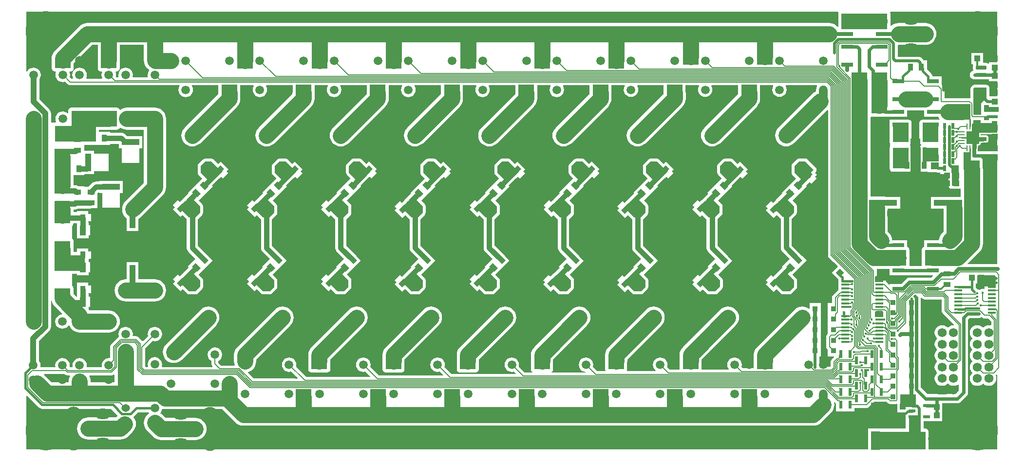
<source format=gtl>
G04*
G04 #@! TF.GenerationSoftware,Altium Limited,Altium Designer,21.7.1 (17)*
G04*
G04 Layer_Physical_Order=1*
G04 Layer_Color=255*
%FSLAX44Y44*%
%MOMM*%
G71*
G04*
G04 #@! TF.SameCoordinates,6DA6EFF2-A010-467E-8A55-43E705FB17ED*
G04*
G04*
G04 #@! TF.FilePolarity,Positive*
G04*
G01*
G75*
%ADD10C,0.2000*%
%ADD12C,0.2540*%
%ADD13C,0.5000*%
%ADD17R,1.6000X3.2000*%
%ADD18R,0.9000X0.9500*%
%ADD19R,1.4000X0.8500*%
%ADD20R,1.0000X1.0000*%
%ADD21R,2.5400X1.0200*%
%ADD22R,1.0200X1.7800*%
%ADD23R,3.0500X1.1400*%
%ADD24R,1.1400X3.0500*%
%ADD25R,0.9000X1.3000*%
%ADD26R,1.0200X1.7800*%
%ADD27R,1.7800X1.0200*%
%ADD28R,1.3000X0.9000*%
G04:AMPARAMS|DCode=29|XSize=3.15mm|YSize=1.8mm|CornerRadius=0.054mm|HoleSize=0mm|Usage=FLASHONLY|Rotation=270.000|XOffset=0mm|YOffset=0mm|HoleType=Round|Shape=RoundedRectangle|*
%AMROUNDEDRECTD29*
21,1,3.1500,1.6920,0,0,270.0*
21,1,3.0420,1.8000,0,0,270.0*
1,1,0.1080,-0.8460,-1.5210*
1,1,0.1080,-0.8460,1.5210*
1,1,0.1080,0.8460,1.5210*
1,1,0.1080,0.8460,-1.5210*
%
%ADD29ROUNDEDRECTD29*%
G04:AMPARAMS|DCode=30|XSize=0.6mm|YSize=1.8mm|CornerRadius=0.051mm|HoleSize=0mm|Usage=FLASHONLY|Rotation=270.000|XOffset=0mm|YOffset=0mm|HoleType=Round|Shape=RoundedRectangle|*
%AMROUNDEDRECTD30*
21,1,0.6000,1.6980,0,0,270.0*
21,1,0.4980,1.8000,0,0,270.0*
1,1,0.1020,-0.8490,-0.2490*
1,1,0.1020,-0.8490,0.2490*
1,1,0.1020,0.8490,0.2490*
1,1,0.1020,0.8490,-0.2490*
%
%ADD30ROUNDEDRECTD30*%
%ADD31R,1.0000X1.0000*%
%ADD32R,1.4800X0.4500*%
%ADD33R,0.2500X1.0000*%
%ADD34R,1.0000X0.2500*%
%ADD35R,2.2000X2.2000*%
%ADD36R,0.8000X0.9000*%
%ADD37R,0.9720X0.8020*%
%ADD38R,1.0000X0.5000*%
%ADD39R,1.2000X0.6000*%
%ADD40R,0.6000X1.4500*%
%ADD41R,2.0000X0.7000*%
%ADD42R,0.8600X1.2700*%
%ADD43R,1.3562X1.1544*%
G04:AMPARAMS|DCode=44|XSize=1.3mm|YSize=0.9mm|CornerRadius=0mm|HoleSize=0mm|Usage=FLASHONLY|Rotation=45.000|XOffset=0mm|YOffset=0mm|HoleType=Round|Shape=Rectangle|*
%AMROTATEDRECTD44*
4,1,4,-0.1414,-0.7778,-0.7778,-0.1414,0.1414,0.7778,0.7778,0.1414,-0.1414,-0.7778,0.0*
%
%ADD44ROTATEDRECTD44*%

G04:AMPARAMS|DCode=45|XSize=1.3mm|YSize=0.9mm|CornerRadius=0mm|HoleSize=0mm|Usage=FLASHONLY|Rotation=315.000|XOffset=0mm|YOffset=0mm|HoleType=Round|Shape=Rectangle|*
%AMROTATEDRECTD45*
4,1,4,-0.7778,0.1414,-0.1414,0.7778,0.7778,-0.1414,0.1414,-0.7778,-0.7778,0.1414,0.0*
%
%ADD45ROTATEDRECTD45*%

%ADD46R,1.8000X3.4800*%
%ADD47R,0.8600X1.8500*%
%ADD48R,0.5000X1.0000*%
%ADD49P,1.4142X4X270.0*%
%ADD91C,0.7000*%
%ADD92C,0.1270*%
%ADD93C,2.8136*%
%ADD94C,0.6000*%
%ADD95C,0.4000*%
%ADD96C,0.9000*%
%ADD97C,0.4500*%
%ADD98C,2.8140*%
%ADD99C,1.0000*%
%ADD100C,0.3000*%
%ADD101C,1.5000*%
%ADD102C,1.8000*%
%ADD103R,2.8000X1.6250*%
%ADD104R,5.3500X2.8140*%
%ADD105R,7.1250X2.8140*%
%ADD106R,2.1250X4.1500*%
%ADD107R,1.1750X3.0500*%
%ADD108R,2.7000X2.3250*%
%ADD109R,1.1750X6.0250*%
%ADD110R,9.4750X3.1250*%
%ADD111R,2.6500X0.9500*%
%ADD112R,1.3000X3.6000*%
%ADD113R,2.4000X0.7500*%
%ADD114R,0.7500X3.4652*%
%ADD115R,0.7250X3.7000*%
%ADD116R,2.8000X2.4000*%
%ADD117R,1.6250X2.8000*%
%ADD118R,2.8140X3.3500*%
%ADD119R,2.8000X3.6750*%
%ADD120R,8.0000X2.8140*%
%ADD121C,1.5000*%
%ADD122O,1.5000X1.3000*%
%ADD123C,2.5000*%
%ADD124R,1.1000X1.1000*%
%ADD125C,1.1000*%
%ADD126C,1.5750*%
%ADD127R,1.5750X1.5750*%
%ADD128C,7.0000*%
%ADD129C,1.0000*%
%ADD130C,2.6000*%
%ADD131O,2.6000X1.8000*%
%ADD132O,2.6000X2.5000*%
%ADD133C,0.4500*%
G36*
X1418140Y767337D02*
X1417902Y766140D01*
Y742565D01*
X1416706Y742137D01*
X1415548Y743548D01*
X1412645Y745931D01*
X1409332Y747702D01*
X1405738Y748792D01*
X1402000Y749160D01*
X112627D01*
X108889Y748792D01*
X105295Y747702D01*
X101982Y745931D01*
X99079Y743548D01*
X56102Y700571D01*
X53719Y697668D01*
X51948Y694355D01*
X50858Y690761D01*
X50490Y687023D01*
X50490Y687023D01*
Y684050D01*
X50552Y683417D01*
Y669800D01*
X50940Y667849D01*
X52045Y666195D01*
X53699Y665090D01*
X55650Y664702D01*
X57484D01*
X58190Y663646D01*
X57472Y661913D01*
X57042Y658650D01*
X57472Y655387D01*
X58731Y652346D01*
X60735Y649735D01*
X63346Y647731D01*
X66387Y646472D01*
X69650Y646042D01*
X72913Y646472D01*
X74002Y646923D01*
X78792Y642132D01*
X80656Y640887D01*
X82855Y640450D01*
X272155D01*
X272717Y639311D01*
X272481Y639004D01*
X271222Y635963D01*
X270792Y632700D01*
X271222Y629437D01*
X272481Y626396D01*
X274485Y623785D01*
X277096Y621781D01*
X280137Y620522D01*
X283400Y620092D01*
X286663Y620522D01*
X289704Y621781D01*
X292315Y623785D01*
X294319Y626396D01*
X295578Y629437D01*
X296008Y632700D01*
X295578Y635963D01*
X294319Y639004D01*
X294083Y639311D01*
X294645Y640450D01*
X340164D01*
Y628632D01*
X340101Y628000D01*
Y625473D01*
X281375Y566746D01*
X278992Y563843D01*
X277221Y560531D01*
X276131Y556936D01*
X275763Y553198D01*
X276131Y549460D01*
X277221Y545866D01*
X278992Y542553D01*
X281375Y539650D01*
X284278Y537267D01*
X287591Y535496D01*
X291185Y534406D01*
X294923Y534038D01*
X298661Y534406D01*
X302255Y535496D01*
X305568Y537267D01*
X308471Y539650D01*
X372810Y603988D01*
X372810Y603988D01*
X375193Y606892D01*
X376963Y610204D01*
X378054Y613799D01*
X378422Y617537D01*
X378422Y617537D01*
Y628000D01*
X378359Y628633D01*
Y640450D01*
X401155D01*
X401717Y639311D01*
X401481Y639004D01*
X400222Y635963D01*
X399792Y632700D01*
X400222Y629437D01*
X401481Y626396D01*
X403485Y623785D01*
X406096Y621781D01*
X409137Y620522D01*
X412400Y620092D01*
X415663Y620522D01*
X418704Y621781D01*
X421315Y623785D01*
X423319Y626396D01*
X424578Y629437D01*
X425008Y632700D01*
X424578Y635963D01*
X423319Y639004D01*
X423083Y639311D01*
X423645Y640450D01*
X469164D01*
Y628632D01*
X469101Y628000D01*
Y625473D01*
X410375Y566746D01*
X407992Y563843D01*
X406221Y560531D01*
X405131Y556936D01*
X404763Y553198D01*
X405131Y549460D01*
X406221Y545866D01*
X407992Y542553D01*
X410375Y539650D01*
X413278Y537267D01*
X416591Y535496D01*
X420185Y534406D01*
X423923Y534038D01*
X427661Y534406D01*
X431255Y535496D01*
X434568Y537267D01*
X437471Y539650D01*
X501810Y603988D01*
X501810Y603988D01*
X504193Y606892D01*
X505963Y610204D01*
X507054Y613799D01*
X507422Y617537D01*
X507422Y617537D01*
Y628000D01*
X507360Y628633D01*
Y640450D01*
X530155D01*
X530717Y639311D01*
X530481Y639004D01*
X529222Y635963D01*
X528792Y632700D01*
X529222Y629437D01*
X530481Y626396D01*
X532485Y623785D01*
X535096Y621781D01*
X538137Y620522D01*
X541400Y620092D01*
X544663Y620522D01*
X547704Y621781D01*
X550315Y623785D01*
X552319Y626396D01*
X553578Y629437D01*
X554008Y632700D01*
X553578Y635963D01*
X552319Y639004D01*
X552083Y639311D01*
X552645Y640450D01*
X598163D01*
Y628632D01*
X598101Y628000D01*
Y625473D01*
X539375Y566746D01*
X536992Y563843D01*
X535221Y560531D01*
X534131Y556936D01*
X533763Y553198D01*
X534131Y549460D01*
X535221Y545866D01*
X536992Y542553D01*
X539375Y539650D01*
X542278Y537267D01*
X545591Y535496D01*
X549185Y534406D01*
X552923Y534038D01*
X556661Y534406D01*
X560255Y535496D01*
X563568Y537267D01*
X566471Y539650D01*
X630810Y603988D01*
X630810Y603988D01*
X633193Y606892D01*
X634963Y610204D01*
X636054Y613799D01*
X636422Y617537D01*
X636422Y617537D01*
Y628000D01*
X636359Y628633D01*
Y640450D01*
X659155D01*
X659717Y639311D01*
X659481Y639004D01*
X658222Y635963D01*
X657792Y632700D01*
X658222Y629437D01*
X659481Y626396D01*
X661485Y623785D01*
X664096Y621781D01*
X667137Y620522D01*
X670400Y620092D01*
X673663Y620522D01*
X676704Y621781D01*
X679315Y623785D01*
X681319Y626396D01*
X682578Y629437D01*
X683008Y632700D01*
X682578Y635963D01*
X681319Y639004D01*
X681083Y639311D01*
X681645Y640450D01*
X727164D01*
Y628632D01*
X727101Y628000D01*
Y625473D01*
X668375Y566746D01*
X665992Y563843D01*
X664221Y560531D01*
X663131Y556936D01*
X662763Y553198D01*
X663131Y549460D01*
X664221Y545866D01*
X665992Y542553D01*
X668375Y539650D01*
X671278Y537267D01*
X674591Y535496D01*
X678185Y534406D01*
X681923Y534038D01*
X685661Y534406D01*
X689255Y535496D01*
X692568Y537267D01*
X695471Y539650D01*
X759810Y603988D01*
X759810Y603988D01*
X762193Y606892D01*
X763963Y610204D01*
X765054Y613799D01*
X765422Y617537D01*
X765422Y617537D01*
Y628000D01*
X765359Y628633D01*
Y640450D01*
X788155D01*
X788717Y639311D01*
X788481Y639004D01*
X787222Y635963D01*
X786792Y632700D01*
X787222Y629437D01*
X788481Y626396D01*
X790485Y623785D01*
X793096Y621781D01*
X796137Y620522D01*
X799400Y620092D01*
X802663Y620522D01*
X805704Y621781D01*
X808315Y623785D01*
X810319Y626396D01*
X811578Y629437D01*
X812008Y632700D01*
X811578Y635963D01*
X810319Y639004D01*
X810083Y639311D01*
X810645Y640450D01*
X856164D01*
Y628632D01*
X856101Y628000D01*
Y625473D01*
X797375Y566746D01*
X794992Y563843D01*
X793221Y560531D01*
X792131Y556936D01*
X791763Y553198D01*
X792131Y549460D01*
X793221Y545866D01*
X794992Y542553D01*
X797375Y539650D01*
X800278Y537267D01*
X803591Y535496D01*
X807185Y534406D01*
X810923Y534038D01*
X814661Y534406D01*
X818255Y535496D01*
X821568Y537267D01*
X824471Y539650D01*
X888810Y603988D01*
X888810Y603988D01*
X891193Y606892D01*
X892963Y610204D01*
X894054Y613799D01*
X894422Y617537D01*
X894422Y617537D01*
Y628000D01*
X894360Y628633D01*
Y640450D01*
X917155D01*
X917717Y639311D01*
X917481Y639004D01*
X916222Y635963D01*
X915792Y632700D01*
X916222Y629437D01*
X917481Y626396D01*
X919485Y623785D01*
X922096Y621781D01*
X925137Y620522D01*
X928400Y620092D01*
X931663Y620522D01*
X934704Y621781D01*
X937315Y623785D01*
X939319Y626396D01*
X940578Y629437D01*
X941008Y632700D01*
X940578Y635963D01*
X939319Y639004D01*
X939083Y639311D01*
X939645Y640450D01*
X985164D01*
Y628632D01*
X985101Y628000D01*
Y625473D01*
X926375Y566746D01*
X923992Y563843D01*
X922221Y560531D01*
X921131Y556936D01*
X920763Y553198D01*
X921131Y549460D01*
X922221Y545866D01*
X923992Y542553D01*
X926375Y539650D01*
X929278Y537267D01*
X932591Y535496D01*
X936185Y534406D01*
X939923Y534038D01*
X943661Y534406D01*
X947255Y535496D01*
X950568Y537267D01*
X953471Y539650D01*
X1017810Y603988D01*
X1017810Y603988D01*
X1020193Y606892D01*
X1021963Y610204D01*
X1023054Y613799D01*
X1023422Y617537D01*
X1023422Y617537D01*
Y628000D01*
X1023360Y628633D01*
Y640450D01*
X1046124D01*
X1046686Y639311D01*
X1046481Y639044D01*
X1045222Y636003D01*
X1044792Y632740D01*
X1045222Y629477D01*
X1046481Y626436D01*
X1048485Y623825D01*
X1051096Y621821D01*
X1054137Y620562D01*
X1057400Y620132D01*
X1060663Y620562D01*
X1063704Y621821D01*
X1066315Y623825D01*
X1068319Y626436D01*
X1069578Y629477D01*
X1070008Y632740D01*
X1069578Y636003D01*
X1068319Y639044D01*
X1068114Y639311D01*
X1068676Y640450D01*
X1114164D01*
Y628632D01*
X1114101Y628000D01*
Y625473D01*
X1055375Y566746D01*
X1052992Y563843D01*
X1051221Y560531D01*
X1050131Y556936D01*
X1049763Y553198D01*
X1050131Y549460D01*
X1051221Y545866D01*
X1052992Y542553D01*
X1055375Y539650D01*
X1058278Y537267D01*
X1061591Y535496D01*
X1065185Y534406D01*
X1068923Y534038D01*
X1072661Y534406D01*
X1076255Y535496D01*
X1079568Y537267D01*
X1082471Y539650D01*
X1146810Y603988D01*
X1146810Y603988D01*
X1149193Y606892D01*
X1150963Y610204D01*
X1152054Y613799D01*
X1152422Y617537D01*
X1152422Y617537D01*
Y628000D01*
X1152359Y628633D01*
Y640450D01*
X1175074D01*
X1175636Y639311D01*
X1175431Y639044D01*
X1174172Y636003D01*
X1173742Y632740D01*
X1174172Y629477D01*
X1175431Y626436D01*
X1177435Y623825D01*
X1180046Y621821D01*
X1183087Y620562D01*
X1186350Y620132D01*
X1189613Y620562D01*
X1192654Y621821D01*
X1195265Y623825D01*
X1197269Y626436D01*
X1198528Y629477D01*
X1198958Y632740D01*
X1198528Y636003D01*
X1197269Y639044D01*
X1197064Y639311D01*
X1197626Y640450D01*
X1243452D01*
Y628632D01*
X1243390Y628000D01*
Y625473D01*
X1184663Y566746D01*
X1182280Y563843D01*
X1180510Y560531D01*
X1179419Y556936D01*
X1179051Y553198D01*
X1179419Y549460D01*
X1180510Y545866D01*
X1182280Y542553D01*
X1184663Y539650D01*
X1187567Y537267D01*
X1190879Y535496D01*
X1194473Y534406D01*
X1198211Y534038D01*
X1201949Y534406D01*
X1205544Y535496D01*
X1208856Y537267D01*
X1211760Y539650D01*
X1276098Y603988D01*
X1276098Y603988D01*
X1278481Y606892D01*
X1280252Y610204D01*
X1281342Y613799D01*
X1281710Y617537D01*
X1281710Y617537D01*
Y628000D01*
X1281648Y628633D01*
Y640450D01*
X1304124D01*
X1304686Y639311D01*
X1304481Y639044D01*
X1303222Y636003D01*
X1302792Y632740D01*
X1303222Y629477D01*
X1304481Y626436D01*
X1306485Y623825D01*
X1309096Y621821D01*
X1312137Y620562D01*
X1315400Y620132D01*
X1318663Y620562D01*
X1321704Y621821D01*
X1324315Y623825D01*
X1326319Y626436D01*
X1327578Y629477D01*
X1328008Y632740D01*
X1327578Y636003D01*
X1326319Y639044D01*
X1326114Y639311D01*
X1326676Y640450D01*
X1380324D01*
X1380886Y639311D01*
X1380681Y639044D01*
X1379422Y636003D01*
X1378992Y632740D01*
Y630241D01*
X1378905Y630214D01*
X1375592Y628444D01*
X1372689Y626061D01*
X1313551Y566923D01*
X1311169Y564020D01*
X1309398Y560707D01*
X1308308Y557113D01*
X1307939Y553375D01*
X1308308Y549637D01*
X1309398Y546043D01*
X1311169Y542730D01*
X1313551Y539827D01*
X1316455Y537444D01*
X1319767Y535673D01*
X1323362Y534583D01*
X1327100Y534215D01*
X1330838Y534583D01*
X1334432Y535673D01*
X1337745Y537444D01*
X1340648Y539827D01*
X1398541Y597720D01*
X1399715Y597234D01*
Y344435D01*
X1400152Y342236D01*
X1401398Y340372D01*
X1416846Y324924D01*
X1406265Y314343D01*
X1415133Y305475D01*
X1415414Y305108D01*
X1417440Y303083D01*
Y300250D01*
X1417500Y299791D01*
Y292750D01*
Y283801D01*
X1417276Y283652D01*
X1417276Y283652D01*
X1408437Y274813D01*
X1407192Y272949D01*
X1406755Y270750D01*
Y261250D01*
X1399500D01*
Y241750D01*
Y223500D01*
Y207836D01*
X1398167Y206503D01*
X1396922Y204639D01*
X1396485Y202440D01*
Y185520D01*
X1396922Y183321D01*
X1398167Y181457D01*
X1399500Y180125D01*
Y168750D01*
X1410087D01*
X1410573Y167577D01*
X1405885Y162889D01*
X1404640Y161025D01*
X1404203Y158826D01*
Y151145D01*
X1403438Y150380D01*
X1385065D01*
Y168750D01*
X1387000D01*
Y187000D01*
Y205250D01*
Y223500D01*
Y241750D01*
Y261250D01*
X1368000D01*
Y251737D01*
X1366852Y251194D01*
X1365675Y252160D01*
X1362363Y253930D01*
X1358768Y255020D01*
X1355031Y255389D01*
X1351293Y255020D01*
X1347698Y253930D01*
X1344386Y252160D01*
X1341482Y249777D01*
X1276452Y184746D01*
X1274069Y181843D01*
X1272298Y178530D01*
X1271208Y174936D01*
X1270840Y171198D01*
X1270840Y171197D01*
Y160000D01*
X1270902Y159367D01*
Y147840D01*
X1251525D01*
X1249147Y150218D01*
X1249378Y150777D01*
X1249808Y154040D01*
X1249378Y157303D01*
X1248119Y160344D01*
X1246115Y162955D01*
X1243504Y164959D01*
X1240463Y166218D01*
X1237200Y166648D01*
X1233937Y166218D01*
X1230896Y164959D01*
X1228285Y162955D01*
X1226281Y160344D01*
X1225022Y157303D01*
X1224592Y154040D01*
X1225022Y150777D01*
X1226281Y147736D01*
X1227276Y146439D01*
X1226714Y145300D01*
X1180402D01*
X1180033Y145750D01*
Y159368D01*
X1180095Y160000D01*
Y163261D01*
X1239514Y222680D01*
X1241897Y225583D01*
X1243667Y228896D01*
X1244757Y232490D01*
X1245126Y236228D01*
X1244757Y239966D01*
X1243667Y243561D01*
X1241897Y246873D01*
X1239514Y249777D01*
X1236610Y252160D01*
X1233298Y253930D01*
X1229703Y255020D01*
X1225965Y255389D01*
X1222227Y255020D01*
X1218633Y253930D01*
X1215321Y252160D01*
X1212417Y249777D01*
X1147386Y184746D01*
X1145004Y181843D01*
X1143233Y178530D01*
X1142143Y174936D01*
X1141775Y171198D01*
X1141775Y171197D01*
Y160000D01*
X1141837Y159367D01*
Y145750D01*
X1141468Y145300D01*
X1125065D01*
X1120147Y150218D01*
X1120378Y150777D01*
X1120808Y154040D01*
X1120378Y157303D01*
X1119119Y160344D01*
X1117115Y162955D01*
X1114504Y164959D01*
X1111463Y166218D01*
X1108200Y166648D01*
X1104937Y166218D01*
X1101896Y164959D01*
X1099285Y162955D01*
X1097281Y160344D01*
X1096022Y157303D01*
X1095592Y154040D01*
X1096022Y150777D01*
X1097281Y147736D01*
X1099285Y145125D01*
X1100711Y144030D01*
X1100280Y142760D01*
X1051074D01*
X1050402Y144030D01*
X1050744Y145750D01*
Y159368D01*
X1050807Y160000D01*
Y163261D01*
X1110225Y222680D01*
X1112608Y225583D01*
X1114379Y228896D01*
X1115469Y232490D01*
X1115837Y236228D01*
X1115469Y239966D01*
X1114379Y243561D01*
X1112608Y246873D01*
X1110225Y249777D01*
X1107322Y252160D01*
X1104009Y253930D01*
X1100415Y255020D01*
X1096677Y255389D01*
X1092939Y255020D01*
X1089345Y253930D01*
X1086032Y252160D01*
X1083129Y249777D01*
X1018098Y184746D01*
X1015715Y181843D01*
X1013945Y178530D01*
X1012854Y174936D01*
X1012486Y171198D01*
X1012486Y171197D01*
Y160000D01*
X1012549Y159367D01*
Y145750D01*
X1012891Y144030D01*
X1012219Y142760D01*
X998605D01*
X991147Y150218D01*
X991378Y150777D01*
X991808Y154040D01*
X991378Y157303D01*
X990119Y160344D01*
X988115Y162955D01*
X985504Y164959D01*
X982463Y166218D01*
X979200Y166648D01*
X975937Y166218D01*
X972896Y164959D01*
X970285Y162955D01*
X968281Y160344D01*
X967022Y157303D01*
X966592Y154040D01*
X967022Y150777D01*
X968281Y147736D01*
X970285Y145125D01*
X972896Y143121D01*
X975937Y141862D01*
X978758Y141490D01*
X978674Y140220D01*
X919657D01*
X919271Y141490D01*
X920251Y142145D01*
X921356Y143799D01*
X921745Y145750D01*
Y159368D01*
X921807Y160000D01*
Y163261D01*
X981225Y222680D01*
X983608Y225583D01*
X985379Y228896D01*
X986469Y232490D01*
X986837Y236228D01*
X986469Y239966D01*
X985379Y243561D01*
X983608Y246873D01*
X981225Y249777D01*
X978322Y252160D01*
X975009Y253930D01*
X971415Y255020D01*
X967677Y255389D01*
X963939Y255020D01*
X960345Y253930D01*
X957032Y252160D01*
X954129Y249777D01*
X889098Y184746D01*
X886715Y181843D01*
X884945Y178530D01*
X883854Y174936D01*
X883486Y171198D01*
X883486Y171197D01*
Y160000D01*
X883549Y159367D01*
Y145750D01*
X883937Y143799D01*
X885042Y142145D01*
X886022Y141490D01*
X885637Y140220D01*
X872145D01*
X862147Y150218D01*
X862378Y150777D01*
X862808Y154040D01*
X862378Y157303D01*
X861119Y160344D01*
X859115Y162955D01*
X856504Y164959D01*
X853463Y166218D01*
X850200Y166648D01*
X846937Y166218D01*
X843896Y164959D01*
X841285Y162955D01*
X839281Y160344D01*
X838022Y157303D01*
X837592Y154040D01*
X838022Y150777D01*
X839281Y147736D01*
X841285Y145125D01*
X843896Y143121D01*
X846937Y141862D01*
X850200Y141432D01*
X853463Y141862D01*
X854022Y142093D01*
X857261Y138854D01*
X856775Y137680D01*
X745685D01*
X733147Y150218D01*
X733378Y150777D01*
X733808Y154040D01*
X733378Y157303D01*
X732119Y160344D01*
X730115Y162955D01*
X727504Y164959D01*
X724463Y166218D01*
X721200Y166648D01*
X717937Y166218D01*
X714896Y164959D01*
X712285Y162955D01*
X710281Y160344D01*
X709022Y157303D01*
X708592Y154040D01*
X709022Y150777D01*
X710281Y147736D01*
X712285Y145125D01*
X714896Y143121D01*
X717937Y141862D01*
X721200Y141432D01*
X724463Y141862D01*
X725022Y142093D01*
X730801Y136314D01*
X730315Y135140D01*
X619225D01*
X604147Y150218D01*
X604378Y150777D01*
X604808Y154040D01*
X604378Y157303D01*
X603119Y160344D01*
X601115Y162955D01*
X598504Y164959D01*
X595463Y166218D01*
X592200Y166648D01*
X588937Y166218D01*
X585896Y164959D01*
X583285Y162955D01*
X581281Y160344D01*
X580022Y157303D01*
X579592Y154040D01*
X580022Y150777D01*
X581281Y147736D01*
X583285Y145125D01*
X585896Y143121D01*
X588937Y141862D01*
X592200Y141432D01*
X595463Y141862D01*
X596022Y142093D01*
X604341Y133774D01*
X603855Y132600D01*
X492765D01*
X475147Y150218D01*
X475378Y150777D01*
X475808Y154040D01*
X475378Y157303D01*
X474119Y160344D01*
X472115Y162955D01*
X469504Y164959D01*
X466463Y166218D01*
X463200Y166648D01*
X459937Y166218D01*
X456896Y164959D01*
X454285Y162955D01*
X452281Y160344D01*
X451022Y157303D01*
X450592Y154040D01*
X451022Y150777D01*
X452281Y147736D01*
X454285Y145125D01*
X456896Y143121D01*
X459937Y141862D01*
X463200Y141432D01*
X466463Y141862D01*
X467022Y142093D01*
X477881Y131234D01*
X477395Y130060D01*
X401433D01*
X391327Y140167D01*
X391687Y141603D01*
X393979Y142298D01*
X397291Y144069D01*
X400195Y146452D01*
X402578Y149355D01*
X404348Y152668D01*
X405438Y156262D01*
X405807Y160000D01*
Y163261D01*
X465225Y222680D01*
X467608Y225583D01*
X469379Y228896D01*
X470469Y232490D01*
X470837Y236228D01*
X470469Y239966D01*
X469379Y243561D01*
X467608Y246873D01*
X465225Y249777D01*
X462322Y252160D01*
X459009Y253930D01*
X455415Y255020D01*
X451677Y255389D01*
X447939Y255020D01*
X444345Y253930D01*
X441032Y252160D01*
X438129Y249777D01*
X373098Y184746D01*
X370715Y181843D01*
X368945Y178530D01*
X367854Y174936D01*
X367486Y171198D01*
X367486Y171197D01*
Y160000D01*
X367854Y156262D01*
X368617Y153749D01*
X367860Y152728D01*
X344897D01*
X339895Y157730D01*
Y160500D01*
X340454Y160731D01*
X343065Y162735D01*
X345069Y165346D01*
X346328Y168387D01*
X346758Y171650D01*
X346328Y174913D01*
X345069Y177954D01*
X343065Y180565D01*
X340454Y182569D01*
X337413Y183828D01*
X334150Y184258D01*
X330887Y183828D01*
X327846Y182569D01*
X325235Y180565D01*
X323231Y177954D01*
X321972Y174913D01*
X321542Y171650D01*
X321972Y168387D01*
X323231Y165346D01*
X325235Y162735D01*
X327846Y160731D01*
X328405Y160500D01*
Y155350D01*
X328842Y153151D01*
X329973Y151458D01*
X329620Y150188D01*
X242766D01*
X242273Y150926D01*
X242101Y151458D01*
X242508Y154550D01*
X242078Y157813D01*
X240819Y160854D01*
X238815Y163465D01*
X236204Y165469D01*
X233163Y166728D01*
X229900Y167158D01*
X226637Y166728D01*
X223596Y165469D01*
X220985Y163465D01*
X218981Y160854D01*
X217722Y157813D01*
X217292Y154550D01*
X217699Y151458D01*
X217527Y150926D01*
X217034Y150188D01*
X213937D01*
X212865Y151260D01*
Y182190D01*
X226078Y195403D01*
X226637Y195172D01*
X229900Y194742D01*
X233163Y195172D01*
X236204Y196431D01*
X238815Y198435D01*
X240819Y201046D01*
X242078Y204087D01*
X242508Y207350D01*
X242078Y210613D01*
X240819Y213654D01*
X238815Y216265D01*
X236204Y218269D01*
X233163Y219528D01*
X229900Y219958D01*
X226637Y219528D01*
X223596Y218269D01*
X220985Y216265D01*
X218981Y213654D01*
X217722Y210613D01*
X217292Y207350D01*
X217722Y204087D01*
X217953Y203528D01*
X209606Y195181D01*
X207856Y195227D01*
X201075Y202008D01*
X199211Y203253D01*
X197012Y203690D01*
X192404D01*
X191393Y204960D01*
X191708Y207350D01*
X191278Y210613D01*
X190019Y213654D01*
X188015Y216265D01*
X185404Y218269D01*
X182363Y219528D01*
X179100Y219958D01*
X175837Y219528D01*
X172796Y218269D01*
X170185Y216265D01*
X168181Y213654D01*
X166922Y210613D01*
X166492Y207350D01*
X166922Y204087D01*
X167466Y202774D01*
X166319Y202008D01*
X166319Y202008D01*
X153984Y189673D01*
X152739Y187809D01*
X152302Y185610D01*
Y166355D01*
X151347Y165517D01*
X149900Y165708D01*
X146637Y165278D01*
X143596Y164019D01*
X140985Y162015D01*
X138981Y159404D01*
X137722Y156363D01*
X137292Y153100D01*
X137607Y150710D01*
X136596Y149440D01*
X112404D01*
X111393Y150710D01*
X111708Y153100D01*
X111278Y156363D01*
X110019Y159404D01*
X108015Y162015D01*
X105404Y164019D01*
X102363Y165278D01*
X99100Y165708D01*
X95837Y165278D01*
X92796Y164019D01*
X90185Y162015D01*
X88181Y159404D01*
X86922Y156363D01*
X86492Y153100D01*
X86807Y150710D01*
X85796Y149440D01*
X82604D01*
X81593Y150710D01*
X81908Y153100D01*
X81478Y156363D01*
X80219Y159404D01*
X78215Y162015D01*
X75604Y164019D01*
X72563Y165278D01*
X69300Y165708D01*
X66037Y165278D01*
X62996Y164019D01*
X60385Y162015D01*
X58381Y159404D01*
X57122Y156363D01*
X56692Y153100D01*
X57010Y150688D01*
X56009Y149418D01*
X31792D01*
X30790Y150688D01*
X31108Y153100D01*
X30678Y156363D01*
X29419Y159404D01*
X28586Y160489D01*
Y195322D01*
X46320Y213056D01*
X47923Y215145D01*
X48931Y217578D01*
X49274Y220188D01*
Y265539D01*
X50544Y265727D01*
X51548Y262418D01*
X53319Y259105D01*
X55702Y256202D01*
X68576Y243327D01*
X68577Y243327D01*
X68783Y243121D01*
X68327Y241780D01*
X66037Y241478D01*
X62996Y240219D01*
X60385Y238215D01*
X58381Y235604D01*
X57122Y232563D01*
X56692Y229300D01*
X57122Y226037D01*
X58381Y222996D01*
X60385Y220385D01*
X62996Y218381D01*
X66037Y217122D01*
X69300Y216692D01*
X72563Y217122D01*
X75604Y218381D01*
X78215Y220385D01*
X79889Y222567D01*
X81271Y222388D01*
X81398Y221968D01*
X83169Y218655D01*
X85552Y215752D01*
X88455Y213369D01*
X91768Y211598D01*
X95362Y210508D01*
X99100Y210140D01*
X149900D01*
X153638Y210508D01*
X157232Y211598D01*
X160545Y213369D01*
X163448Y215752D01*
X165831Y218655D01*
X167602Y221968D01*
X168692Y225562D01*
X169060Y229300D01*
X168692Y233038D01*
X167602Y236632D01*
X165831Y239945D01*
X163448Y242848D01*
X160545Y245231D01*
X157232Y247002D01*
X153638Y248092D01*
X149900Y248460D01*
X116145D01*
X115031Y250545D01*
X114850Y250766D01*
Y254500D01*
X117750D01*
Y272500D01*
X114850D01*
Y277400D01*
X113832D01*
Y278750D01*
X118750D01*
Y291750D01*
X113750D01*
Y296750D01*
X94750D01*
Y285873D01*
X94668Y285250D01*
Y277400D01*
X94650D01*
Y273243D01*
X93380Y272717D01*
X88348Y277749D01*
Y287250D01*
X87960Y289201D01*
X86855Y290855D01*
X85750Y291593D01*
Y312152D01*
X94650D01*
Y309850D01*
X114850D01*
Y314750D01*
X117750D01*
Y332750D01*
X114850D01*
Y337650D01*
X115768Y338500D01*
X118750D01*
Y351500D01*
X113750D01*
Y356500D01*
X94750D01*
Y350488D01*
X88412D01*
Y355250D01*
X88348Y355904D01*
Y369500D01*
X87960Y371451D01*
X86855Y373105D01*
X85750Y373843D01*
Y395657D01*
X86855Y396395D01*
X87960Y398049D01*
X88348Y400000D01*
Y400418D01*
X94650D01*
Y374100D01*
X114850D01*
Y379000D01*
X117750D01*
Y397000D01*
X114850D01*
Y401900D01*
X113832D01*
Y403500D01*
X118750D01*
Y416500D01*
X113750D01*
Y421500D01*
X94750D01*
Y419582D01*
X88412D01*
Y424418D01*
X91500D01*
X93980Y424744D01*
X96291Y425702D01*
X97023Y426264D01*
X97750Y426168D01*
X118750D01*
X119373Y426250D01*
X130250D01*
Y443980D01*
X130250Y445250D01*
X130250D01*
Y445250D01*
X130250D01*
Y452699D01*
X131469Y453918D01*
X133750D01*
Y452800D01*
X138750D01*
Y427750D01*
X169250D01*
Y452800D01*
X174250D01*
Y474200D01*
X133750D01*
Y473082D01*
X127500D01*
X125020Y472755D01*
X122709Y471798D01*
X120724Y470275D01*
X114699Y464250D01*
X108167D01*
X107000Y464500D01*
Y464500D01*
X107000Y464500D01*
X97331D01*
X96291Y465298D01*
X93980Y466255D01*
X91500Y466582D01*
X88412D01*
Y484000D01*
X107250D01*
Y485750D01*
X124450D01*
Y490750D01*
X149500D01*
Y521250D01*
X124450D01*
Y526250D01*
X107000D01*
Y536652D01*
X127750D01*
X128243Y536750D01*
X131480D01*
X132750Y536750D01*
Y536750D01*
X132750D01*
Y536750D01*
X151750D01*
Y538668D01*
X167481D01*
X167500Y538649D01*
Y530800D01*
X172500D01*
Y505750D01*
X203000D01*
Y530800D01*
X208000D01*
Y552200D01*
X181051D01*
X178225Y555025D01*
X176241Y556548D01*
X173930Y557505D01*
X171450Y557832D01*
X151750D01*
Y559750D01*
X132848D01*
Y563290D01*
X149775D01*
X150408Y563352D01*
X164025D01*
X165976Y563740D01*
X167630Y564845D01*
X168697Y566442D01*
X168916Y566680D01*
X169956Y567052D01*
X170605Y566519D01*
X173918Y564748D01*
X177512Y563658D01*
X181250Y563290D01*
X210740D01*
Y470586D01*
X178447Y438294D01*
X176064Y435390D01*
X174294Y432078D01*
X173203Y428484D01*
X172835Y424746D01*
X173203Y421008D01*
X174294Y417413D01*
X176064Y414101D01*
X178447Y411197D01*
X181150Y408979D01*
Y386500D01*
X201350D01*
Y408125D01*
X202640Y408814D01*
X205544Y411197D01*
X243448Y449101D01*
X243448Y449102D01*
X245831Y452005D01*
X247602Y455318D01*
X248692Y458912D01*
X249060Y462650D01*
Y582450D01*
X248692Y586188D01*
X247602Y589782D01*
X245831Y593095D01*
X243448Y595998D01*
X240545Y598381D01*
X237232Y600152D01*
X233638Y601242D01*
X229900Y601610D01*
X181250D01*
X177512Y601242D01*
X173918Y600152D01*
X170605Y598381D01*
X169956Y597848D01*
X168916Y598220D01*
X168697Y598458D01*
X167630Y600055D01*
X165976Y601160D01*
X164025Y601548D01*
X150407D01*
X149775Y601610D01*
X99500D01*
X98867Y601548D01*
X84725D01*
X82774Y601160D01*
X81120Y600055D01*
X80015Y598401D01*
X79627Y596450D01*
Y591872D01*
X78357Y591525D01*
X75954Y593369D01*
X72913Y594628D01*
X69650Y595058D01*
X66387Y594628D01*
X63346Y593369D01*
X60735Y591365D01*
X58731Y588754D01*
X57472Y585713D01*
X57042Y582450D01*
X57472Y579187D01*
X58266Y577270D01*
X57417Y576000D01*
X49274D01*
Y591812D01*
X48931Y594422D01*
X47923Y596855D01*
X46320Y598944D01*
X28936Y616328D01*
Y651261D01*
X29769Y652346D01*
X31028Y655387D01*
X31458Y658650D01*
X31028Y661913D01*
X29769Y664954D01*
X27765Y667565D01*
X25154Y669569D01*
X22113Y670828D01*
X18850Y671258D01*
X15587Y670828D01*
X12546Y669569D01*
X9935Y667565D01*
X7931Y664954D01*
X7663Y664306D01*
X6393Y664558D01*
Y768607D01*
X1417224D01*
X1418140Y767337D01*
D02*
G37*
G36*
X1693607Y681000D02*
X1679500D01*
Y678522D01*
X1678230Y678118D01*
X1676640Y679180D01*
X1674490Y679608D01*
X1669250D01*
Y697000D01*
X1649250D01*
Y677000D01*
X1651367D01*
X1651618Y676773D01*
X1652238Y675730D01*
X1651892Y673990D01*
Y669010D01*
X1652140Y667763D01*
X1652320Y666860D01*
X1651293Y666110D01*
X1650515Y665788D01*
X1648844Y664506D01*
X1648794Y664456D01*
X1647512Y662785D01*
X1646706Y660838D01*
X1646431Y658750D01*
X1646706Y656662D01*
X1647512Y654715D01*
X1648794Y653044D01*
X1650466Y651762D01*
X1652412Y650956D01*
X1654500Y650681D01*
X1654879Y650731D01*
X1657314D01*
X1657510Y650692D01*
X1674490D01*
X1674686Y650731D01*
X1679500D01*
Y647250D01*
X1693607D01*
Y621750D01*
X1680108D01*
Y623190D01*
X1680098Y623240D01*
Y630860D01*
X1680108Y630910D01*
Y635890D01*
X1680098Y635940D01*
Y636250D01*
X1679710Y638201D01*
X1678605Y639855D01*
X1678355Y640105D01*
X1676701Y641210D01*
X1674750Y641598D01*
X1654000D01*
X1652049Y641210D01*
X1650395Y640105D01*
X1648895Y638605D01*
X1647790Y636951D01*
X1647402Y635000D01*
Y618706D01*
X1646420Y617901D01*
X1645944Y617995D01*
X1602340D01*
Y633905D01*
X1601903Y636104D01*
X1600658Y637968D01*
X1597000Y641625D01*
Y656500D01*
X1580995D01*
X1580820Y657827D01*
X1580114Y659530D01*
X1578992Y660993D01*
X1571560Y668425D01*
Y670000D01*
X1571500Y670459D01*
Y684000D01*
X1566262D01*
X1565349Y685190D01*
X1562420Y688119D01*
X1560853Y689321D01*
X1559029Y690077D01*
X1557071Y690335D01*
X1520720D01*
Y710070D01*
X1521661Y710922D01*
X1522500Y710840D01*
X1569000D01*
X1572738Y711208D01*
X1576332Y712298D01*
X1579645Y714069D01*
X1582548Y716452D01*
X1584931Y719355D01*
X1586702Y722668D01*
X1587792Y726262D01*
X1588160Y730000D01*
X1587792Y733738D01*
X1586702Y737332D01*
X1584931Y740645D01*
X1582548Y743548D01*
X1579645Y745931D01*
X1576332Y747702D01*
X1572738Y748792D01*
X1569000Y749160D01*
X1522500D01*
X1518762Y748792D01*
X1515168Y747702D01*
X1511855Y745931D01*
X1509368Y743890D01*
X1508098Y744440D01*
Y766140D01*
X1507860Y767337D01*
X1508776Y768607D01*
X1693607D01*
Y681000D01*
D02*
G37*
G36*
X210740Y684050D02*
X210740Y684050D01*
X211108Y680312D01*
X212198Y676718D01*
X213969Y673405D01*
X216352Y670502D01*
X216902Y669952D01*
X219805Y667569D01*
X220065Y666366D01*
X218981Y664954D01*
X217722Y661913D01*
X217292Y658650D01*
X217674Y655750D01*
X216890Y654480D01*
X192110D01*
X191326Y655750D01*
X191708Y658650D01*
X191278Y661913D01*
X190019Y664954D01*
X188015Y667565D01*
X185404Y669569D01*
X182363Y670828D01*
X179100Y671258D01*
X175837Y670828D01*
X172796Y669569D01*
X170185Y667565D01*
X168181Y664954D01*
X166922Y661913D01*
X166492Y658650D01*
X166874Y655750D01*
X166090Y654480D01*
X162945D01*
X161963Y655462D01*
X162383Y658650D01*
X161953Y661913D01*
X161236Y663646D01*
X161941Y664702D01*
X163775D01*
X165726Y665090D01*
X167380Y666195D01*
X168485Y667849D01*
X168873Y669800D01*
Y683418D01*
X168935Y684050D01*
Y710840D01*
X210740D01*
Y684050D01*
D02*
G37*
G36*
X130615Y684050D02*
X130677Y683417D01*
Y669800D01*
X131065Y667849D01*
X132170Y666195D01*
X133824Y665090D01*
X135775Y664702D01*
X137609D01*
X138315Y663646D01*
X137597Y661913D01*
X137167Y658650D01*
X137597Y655387D01*
X138498Y653210D01*
X137650Y651940D01*
X111100D01*
X110252Y653210D01*
X111153Y655387D01*
X111583Y658650D01*
X111153Y661913D01*
X109894Y664954D01*
X107890Y667565D01*
X105279Y669569D01*
X102238Y670828D01*
X98975Y671258D01*
X95712Y670828D01*
X92671Y669569D01*
X90060Y667565D01*
X88056Y664954D01*
X86797Y661913D01*
X86367Y658650D01*
X86797Y655387D01*
X87698Y653210D01*
X86850Y651940D01*
X85235D01*
X81817Y655359D01*
X81828Y655387D01*
X82258Y658650D01*
X81828Y661913D01*
X81110Y663646D01*
X81816Y664702D01*
X83650D01*
X85601Y665090D01*
X87255Y666195D01*
X88360Y667849D01*
X88748Y669800D01*
Y679024D01*
X120564Y710840D01*
X130615D01*
Y684050D01*
D02*
G37*
G36*
X1675000Y636250D02*
Y618750D01*
X1673750Y617500D01*
X1666000Y609750D01*
Y589000D01*
X1652500D01*
Y635000D01*
X1654000Y636500D01*
X1674750D01*
X1675000Y636250D01*
D02*
G37*
G36*
X1567000Y585500D02*
X1581443D01*
X1582000Y585427D01*
X1591462D01*
X1592569Y583355D01*
X1593970Y581648D01*
X1593427Y580500D01*
X1592493D01*
X1592000Y580598D01*
X1563860D01*
X1561909Y580210D01*
X1560255Y579105D01*
X1559150Y577451D01*
X1558762Y575500D01*
Y542000D01*
X1559150Y540049D01*
X1560255Y538395D01*
X1561395Y537633D01*
X1561497Y536203D01*
X1561482Y536164D01*
X1560645Y535605D01*
X1559540Y533951D01*
X1559152Y532000D01*
Y512800D01*
X1557700D01*
Y490100D01*
X1563255D01*
X1564250Y489902D01*
X1571500D01*
X1572199Y490041D01*
X1573469Y489469D01*
Y489469D01*
X1587022D01*
X1588292Y488943D01*
X1590250Y488685D01*
X1590250Y488685D01*
X1594500D01*
Y486250D01*
X1609402D01*
Y465250D01*
X1609790Y463299D01*
X1610895Y461645D01*
X1612500Y460573D01*
Y460250D01*
X1614007D01*
X1614500Y460152D01*
X1627500D01*
X1627993Y460250D01*
X1630590D01*
Y446348D01*
X1606550D01*
Y446350D01*
X1578750D01*
Y426150D01*
X1600402D01*
Y425000D01*
X1600434Y424841D01*
Y385500D01*
X1598138Y383204D01*
X1595755Y380301D01*
X1593985Y376988D01*
X1592894Y373394D01*
X1592634Y370750D01*
X1567000D01*
Y359199D01*
X1565799Y358960D01*
X1564145Y357855D01*
X1563040Y356201D01*
X1562652Y354250D01*
Y326319D01*
X1541348D01*
Y354250D01*
X1540960Y356201D01*
X1539855Y357855D01*
X1538201Y358960D01*
X1537000Y359199D01*
Y370750D01*
X1511366D01*
X1511106Y373394D01*
X1510015Y376988D01*
X1508245Y380301D01*
X1505862Y383204D01*
X1503566Y385500D01*
Y425091D01*
X1503598Y425250D01*
Y426150D01*
X1525250D01*
Y446350D01*
X1499747D01*
X1498500Y446598D01*
X1473660D01*
Y585168D01*
X1474642Y585973D01*
X1475000Y585902D01*
X1503000D01*
X1503145Y585931D01*
X1507000D01*
Y585500D01*
X1537000D01*
Y596840D01*
X1567000D01*
Y585500D01*
D02*
G37*
G36*
X1693500Y555750D02*
Y525500D01*
X1660000D01*
Y533000D01*
X1667750Y540750D01*
X1676250D01*
X1679000Y543500D01*
X1679000Y550500D01*
X1676250Y553250D01*
X1665250D01*
Y555750D01*
X1693500Y555750D01*
D02*
G37*
G36*
X1665240Y574490D02*
X1684960D01*
Y577935D01*
X1689500D01*
X1689992Y578000D01*
X1693607D01*
Y562074D01*
X1693500Y561970D01*
Y558750D01*
X1693000Y558250D01*
X1660250D01*
Y556242D01*
X1660152Y555750D01*
Y553250D01*
X1660250Y552757D01*
Y548250D01*
X1664757D01*
X1665250Y548152D01*
X1673902D01*
X1673902Y545893D01*
X1670250D01*
X1670024Y545848D01*
X1667750D01*
X1667258Y545750D01*
X1660250D01*
Y540500D01*
X1655000D01*
Y533493D01*
X1654902Y533000D01*
Y525500D01*
X1655000Y525008D01*
Y520500D01*
X1659507D01*
X1660000Y520402D01*
X1693500D01*
X1693607Y520314D01*
Y329323D01*
X1643079D01*
X1642593Y330497D01*
X1663298Y351202D01*
X1663298Y351202D01*
X1665681Y354105D01*
X1667452Y357418D01*
X1668542Y361012D01*
X1668910Y364750D01*
X1668910Y364750D01*
Y495500D01*
X1668848Y496132D01*
Y509750D01*
X1668460Y511701D01*
X1667355Y513355D01*
X1665701Y514460D01*
X1663750Y514848D01*
X1652643D01*
Y530500D01*
X1652500Y531218D01*
Y540500D01*
X1642250D01*
Y545750D01*
Y558500D01*
X1650250D01*
X1650000Y558750D01*
Y573500D01*
X1652643D01*
Y580005D01*
X1665240D01*
Y574490D01*
D02*
G37*
G36*
X1507000Y309750D02*
X1537000D01*
Y310181D01*
X1567000D01*
Y309750D01*
X1581698D01*
X1582184Y308577D01*
X1579241Y305633D01*
X1541416D01*
X1539197Y305341D01*
X1537130Y304485D01*
X1535354Y303122D01*
X1527055Y294823D01*
X1522000D01*
X1521443Y294750D01*
X1507000D01*
Y293535D01*
X1505827Y293049D01*
X1501313Y297563D01*
X1501000Y297771D01*
Y300750D01*
X1495866D01*
Y297750D01*
X1481250D01*
Y306208D01*
X1481406Y306757D01*
X1482052Y307699D01*
X1482963Y308387D01*
X1484045Y308750D01*
X1484616Y308750D01*
X1484616Y308750D01*
X1484785D01*
Y317552D01*
X1484348Y319751D01*
X1484202Y319970D01*
X1484800Y321090D01*
X1507000D01*
Y309750D01*
D02*
G37*
G36*
X1691005Y308370D02*
Y290500D01*
X1672200D01*
Y286840D01*
X1670930Y285992D01*
X1670278Y286262D01*
X1668385Y286511D01*
X1666492Y286262D01*
X1664729Y285531D01*
X1663284Y284423D01*
X1662906Y284712D01*
X1661143Y285443D01*
X1659558Y285651D01*
X1659233Y286076D01*
X1657718Y287238D01*
X1657711Y287241D01*
X1656560Y288391D01*
Y295500D01*
X1659500D01*
Y309600D01*
X1689775D01*
X1691005Y308370D01*
D02*
G37*
G36*
X1493478Y247747D02*
X1494575Y247287D01*
X1495413Y246444D01*
X1495866Y245345D01*
Y244750D01*
X1495866Y244750D01*
Y236750D01*
X1481116D01*
Y244250D01*
Y244946D01*
X1481649Y246232D01*
X1482634Y247217D01*
X1483920Y247750D01*
X1484616Y247750D01*
X1484616Y247750D01*
X1492884Y247750D01*
X1493478Y247747D01*
D02*
G37*
G36*
X1563992Y269162D02*
X1565856Y267917D01*
X1568055Y267480D01*
X1597160D01*
Y248160D01*
X1597598Y245962D01*
X1598843Y244098D01*
X1618854Y224087D01*
X1618292Y222948D01*
X1618000Y222986D01*
X1614639Y222544D01*
X1611507Y221246D01*
X1608817Y219182D01*
X1608635Y218945D01*
X1607365D01*
X1607183Y219182D01*
X1604493Y221246D01*
X1601361Y222544D01*
X1598000Y222986D01*
X1594639Y222544D01*
X1591507Y221246D01*
X1588817Y219182D01*
X1586754Y216493D01*
X1585456Y213361D01*
X1585014Y210000D01*
X1585456Y206639D01*
X1586754Y203507D01*
X1588817Y200817D01*
X1589055Y200635D01*
Y199365D01*
X1588817Y199182D01*
X1586754Y196493D01*
X1585456Y193361D01*
X1585014Y190000D01*
X1585456Y186639D01*
X1586754Y183507D01*
X1588817Y180817D01*
X1589055Y180635D01*
Y179365D01*
X1588817Y179182D01*
X1586754Y176493D01*
X1585456Y173361D01*
X1585014Y170000D01*
X1585456Y166639D01*
X1586754Y163507D01*
X1588817Y160817D01*
X1589055Y160635D01*
Y159365D01*
X1588817Y159183D01*
X1586754Y156493D01*
X1585456Y153361D01*
X1585014Y150000D01*
X1585456Y146639D01*
X1586754Y143507D01*
X1588817Y140817D01*
X1589055Y140635D01*
Y139365D01*
X1588817Y139183D01*
X1586754Y136493D01*
X1585456Y133361D01*
X1585014Y130000D01*
X1585456Y126639D01*
X1586754Y123507D01*
X1588817Y120817D01*
X1591507Y118754D01*
X1594639Y117456D01*
X1598000Y117014D01*
X1601361Y117456D01*
X1604493Y118754D01*
X1607183Y120817D01*
X1607365Y121055D01*
X1608635D01*
X1608817Y120817D01*
X1611507Y118754D01*
X1614639Y117456D01*
X1618000Y117014D01*
X1621361Y117456D01*
X1624493Y118754D01*
X1626017Y119923D01*
X1627156Y119361D01*
Y109067D01*
X1621158Y103069D01*
X1572842D01*
X1561339Y114572D01*
Y270019D01*
X1562609Y270545D01*
X1563992Y269162D01*
D02*
G37*
G36*
X1668092Y236033D02*
X1668092Y236032D01*
X1669956Y234787D01*
X1672155Y234350D01*
X1678275D01*
X1683385Y229240D01*
Y223452D01*
X1682115Y222609D01*
X1679250Y222986D01*
X1675889Y222544D01*
X1672757Y221246D01*
X1670067Y219182D01*
X1669885Y218945D01*
X1668615D01*
X1668433Y219182D01*
X1665743Y221246D01*
X1662611Y222544D01*
X1659250Y222986D01*
X1655889Y222544D01*
X1652757Y221246D01*
X1650067Y219182D01*
X1648004Y216493D01*
X1646706Y213361D01*
X1646264Y210000D01*
X1646706Y206639D01*
X1648004Y203507D01*
X1650067Y200817D01*
X1650305Y200635D01*
Y199365D01*
X1650067Y199182D01*
X1648004Y196493D01*
X1646706Y193361D01*
X1646264Y190000D01*
X1646706Y186639D01*
X1648004Y183507D01*
X1650067Y180817D01*
X1650305Y180635D01*
Y179365D01*
X1650067Y179182D01*
X1648004Y176493D01*
X1646706Y173361D01*
X1646264Y170000D01*
X1646706Y166639D01*
X1648004Y163507D01*
X1650067Y160817D01*
X1650305Y160635D01*
Y159365D01*
X1650067Y159183D01*
X1648004Y156493D01*
X1646706Y153361D01*
X1646264Y150000D01*
X1646706Y146639D01*
X1648004Y143507D01*
X1650067Y140817D01*
X1650305Y140635D01*
Y139365D01*
X1650067Y139183D01*
X1648004Y136493D01*
X1646706Y133361D01*
X1646264Y130000D01*
X1646706Y126639D01*
X1648004Y123507D01*
X1650067Y120817D01*
X1652757Y118754D01*
X1655889Y117456D01*
X1659250Y117014D01*
X1662611Y117456D01*
X1665743Y118754D01*
X1668433Y120817D01*
X1668615Y121055D01*
X1669885D01*
X1670067Y120817D01*
X1672757Y118754D01*
X1675889Y117456D01*
X1679250Y117014D01*
X1682611Y117456D01*
X1685743Y118754D01*
X1688433Y120817D01*
X1690496Y123507D01*
X1691794Y126639D01*
X1692236Y130000D01*
X1691794Y133361D01*
X1690933Y135440D01*
X1691678Y135937D01*
X1692434Y136693D01*
X1693607Y136208D01*
Y6393D01*
X1574436D01*
X1574348Y6500D01*
Y37750D01*
X1573960Y39701D01*
X1572855Y41355D01*
X1571201Y42460D01*
X1569250Y42848D01*
X1566348D01*
Y55750D01*
X1582000D01*
Y55750D01*
X1598500D01*
Y70750D01*
Y86931D01*
X1624500D01*
X1626588Y87206D01*
X1628535Y88012D01*
X1630206Y89294D01*
X1640931Y100019D01*
X1642213Y101691D01*
X1643019Y103637D01*
X1643294Y105725D01*
Y232883D01*
X1645342Y234931D01*
X1661250D01*
X1663338Y235206D01*
X1665284Y236012D01*
X1666885Y237240D01*
X1668092Y236033D01*
D02*
G37*
G36*
X159940Y136521D02*
Y123410D01*
X118260D01*
Y125140D01*
X117892Y128878D01*
X116802Y132472D01*
X115814Y134320D01*
X116467Y135410D01*
X154848D01*
X157046Y135847D01*
X158670Y136932D01*
X159940Y136521D01*
D02*
G37*
G36*
X73590Y137093D02*
X73590Y137092D01*
X75454Y135847D01*
X77653Y135410D01*
X81733D01*
X82386Y134320D01*
X81398Y132472D01*
X80308Y128878D01*
X79940Y125140D01*
Y123410D01*
X50686D01*
X38548Y135548D01*
X37106Y136732D01*
X37534Y137928D01*
X72755D01*
X73590Y137093D01*
D02*
G37*
G36*
X28724Y79380D02*
X30186Y78257D01*
X31889Y77552D01*
X33716Y77312D01*
X154075D01*
X165064Y66323D01*
X165002Y65054D01*
X164252Y64438D01*
X161973Y62160D01*
X114000D01*
X110262Y61792D01*
X106668Y60702D01*
X103355Y58931D01*
X100452Y56548D01*
X98069Y53645D01*
X96298Y50332D01*
X95208Y46738D01*
X94840Y43000D01*
X95208Y39262D01*
X96298Y35668D01*
X98069Y32355D01*
X100452Y29452D01*
X103355Y27069D01*
X106668Y25298D01*
X110262Y24208D01*
X114000Y23840D01*
X169910D01*
X169910Y23840D01*
X173648Y24208D01*
X177242Y25298D01*
X180555Y27069D01*
X183458Y29452D01*
X191348Y37342D01*
X193731Y40245D01*
X195502Y43558D01*
X196592Y47152D01*
X196960Y50890D01*
X196592Y54628D01*
X195502Y58222D01*
X193731Y61535D01*
X192727Y62758D01*
X192822Y63588D01*
X200525Y71290D01*
X219321D01*
X220008Y70423D01*
X219737Y69139D01*
X219255Y68881D01*
X216352Y66498D01*
X213969Y63595D01*
X212198Y60282D01*
X211108Y56688D01*
X210740Y52950D01*
X211108Y49212D01*
X212198Y45618D01*
X213969Y42305D01*
X216352Y39402D01*
X227052Y28702D01*
X227052Y28702D01*
X229955Y26319D01*
X233268Y24548D01*
X236862Y23458D01*
X240600Y23090D01*
X240600Y23090D01*
X300500D01*
X304238Y23458D01*
X307832Y24548D01*
X311145Y26319D01*
X314048Y28702D01*
X316431Y31605D01*
X318202Y34918D01*
X319292Y38512D01*
X319660Y42250D01*
X319292Y45988D01*
X318202Y49582D01*
X316431Y52895D01*
X314048Y55798D01*
X311145Y58181D01*
X307832Y59952D01*
X304238Y61042D01*
X300500Y61410D01*
X248536D01*
X243448Y66498D01*
X240545Y68881D01*
X239883Y69235D01*
X239614Y70477D01*
X240819Y72046D01*
X242078Y75087D01*
X242293Y76717D01*
X243360Y77406D01*
X244012Y77208D01*
X247750Y76840D01*
X247750Y76840D01*
X347063D01*
X370452Y53452D01*
X370452Y53452D01*
X373355Y51069D01*
X376668Y49298D01*
X380262Y48208D01*
X384000Y47840D01*
X1004500D01*
X1004500Y47840D01*
X1004500Y47840D01*
X1133250D01*
X1133250Y47840D01*
X1133250Y47840D01*
X1262000D01*
X1262000Y47840D01*
X1262000Y47840D01*
X1374000D01*
X1374000Y47840D01*
X1377738Y48208D01*
X1381332Y49298D01*
X1384645Y51069D01*
X1387548Y53452D01*
X1405148Y71052D01*
X1407531Y73955D01*
X1409302Y77268D01*
X1410392Y80862D01*
X1410760Y84600D01*
X1410409Y88170D01*
X1411032Y88722D01*
X1411420Y88954D01*
X1411922Y88452D01*
X1411922Y88452D01*
X1413072Y87302D01*
X1414000Y86683D01*
Y72500D01*
X1428730D01*
X1430000Y72500D01*
Y72500D01*
X1430000D01*
Y72500D01*
X1446000D01*
Y79005D01*
X1466944D01*
X1469143Y79442D01*
X1471007Y80687D01*
X1479629Y89310D01*
X1501871D01*
X1502418Y88763D01*
X1502418Y88763D01*
X1503648Y87532D01*
X1505512Y86287D01*
X1507711Y85850D01*
X1507711Y85850D01*
X1518289D01*
X1518920Y85975D01*
X1519902Y85169D01*
Y79750D01*
X1520000Y79257D01*
Y71250D01*
X1535000D01*
Y67243D01*
X1534902Y66750D01*
Y42848D01*
X1474500D01*
X1474008Y42750D01*
X1469500D01*
Y38243D01*
X1469402Y37750D01*
Y6500D01*
X1469314Y6393D01*
X6393D01*
Y100051D01*
X7566Y100537D01*
X28724Y79380D01*
D02*
G37*
%LPC*%
G36*
X1090962Y512848D02*
X1089011Y512460D01*
X1087357Y511355D01*
X1079607Y503605D01*
X1078502Y501951D01*
X1078114Y500000D01*
X1078114Y488500D01*
X1078502Y486549D01*
X1079607Y484895D01*
X1085894Y478608D01*
X1074668Y467382D01*
X1078204Y463846D01*
D01*
X1074668Y467382D01*
X1061233Y453947D01*
X1062664Y452516D01*
X1051211Y441063D01*
X1050077Y440193D01*
X1045788Y435904D01*
X1042343Y439349D01*
X1033151Y430157D01*
X1036686Y426621D01*
X1033151Y423086D01*
X1046586Y409651D01*
X1051884Y414949D01*
X1059341Y407493D01*
Y357562D01*
X1059668Y355082D01*
X1060625Y352771D01*
X1062148Y350787D01*
X1074610Y338324D01*
X1061233Y324947D01*
X1062589Y323591D01*
X1052000Y313001D01*
X1052000Y313001D01*
X1046622Y307623D01*
X1046128Y307243D01*
X1045256Y307186D01*
X1042311Y310132D01*
X1033118Y300939D01*
X1036654Y297404D01*
X1033118Y293868D01*
X1046553Y280433D01*
X1051863Y285743D01*
X1059534Y278072D01*
X1061188Y276967D01*
X1063138Y276579D01*
X1074638Y276579D01*
X1076589Y276967D01*
X1078243Y278072D01*
X1085993Y285822D01*
X1087098Y287476D01*
X1087486Y289426D01*
X1087486Y300926D01*
X1087098Y302877D01*
X1085993Y304531D01*
X1079669Y310856D01*
X1090932Y322118D01*
X1087396Y325654D01*
D01*
X1090932Y322118D01*
X1104367Y335553D01*
X1096675Y343245D01*
X1096293Y343743D01*
X1078505Y361531D01*
Y407562D01*
X1085993Y415050D01*
X1087098Y416704D01*
X1087486Y418655D01*
X1087486Y430155D01*
X1087098Y432106D01*
X1085993Y433760D01*
X1079783Y439970D01*
X1090932Y451118D01*
X1087396Y454654D01*
D01*
X1090932Y451118D01*
X1104367Y464553D01*
X1102874Y466046D01*
X1115388Y478560D01*
X1115422Y478526D01*
X1118958Y482061D01*
X1122493Y478526D01*
X1131686Y487718D01*
X1128150Y491254D01*
X1131686Y494789D01*
X1118251Y508224D01*
X1113724Y503697D01*
X1106066Y511355D01*
X1104413Y512460D01*
X1102462Y512848D01*
X1090962Y512848D01*
D02*
G37*
G36*
X961962D02*
X960011Y512460D01*
X958357Y511355D01*
X950607Y503605D01*
X949502Y501951D01*
X949114Y500000D01*
X949114Y488500D01*
X949502Y486549D01*
X950607Y484895D01*
X956894Y478608D01*
X945668Y467382D01*
X945668D01*
X945668Y467382D01*
X932233Y453947D01*
X933664Y452516D01*
X922212Y441063D01*
X922205Y441058D01*
X922132Y441132D01*
X921575Y440575D01*
X921077Y440193D01*
X918538Y437654D01*
X915061Y441132D01*
X905868Y431939D01*
X909404Y428404D01*
X905868Y424868D01*
X919303Y411433D01*
X922852Y414982D01*
X930341Y407493D01*
Y357562D01*
X930668Y355082D01*
X931625Y352771D01*
X933148Y350787D01*
X945610Y338324D01*
X932233Y324947D01*
X933589Y323591D01*
X923379Y313379D01*
X922885Y313001D01*
X917288Y307404D01*
X913811Y310882D01*
X904618Y301689D01*
X908154Y298154D01*
X904618Y294618D01*
X918053Y281183D01*
X922738Y285868D01*
X930534Y278072D01*
X932188Y276967D01*
X934138Y276579D01*
X945638Y276579D01*
X947589Y276967D01*
X949243Y278072D01*
X956993Y285822D01*
X958098Y287476D01*
X958486Y289426D01*
X958486Y300926D01*
X958098Y302877D01*
X956993Y304531D01*
X950669Y310856D01*
X961932Y322118D01*
X961932D01*
X961932Y322118D01*
X975367Y335553D01*
X967675Y343245D01*
X967293Y343743D01*
X949505Y361531D01*
Y407562D01*
X956993Y415050D01*
X958098Y416704D01*
X958486Y418655D01*
X958486Y430155D01*
X958098Y432106D01*
X956993Y433760D01*
X950783Y439970D01*
X961932Y451118D01*
X961932D01*
X961932Y451118D01*
X975367Y464553D01*
X973874Y466046D01*
X986388Y478560D01*
X986422Y478526D01*
X989958Y482061D01*
X993493Y478526D01*
X1002686Y487718D01*
X999150Y491254D01*
X1002686Y494789D01*
X989251Y508224D01*
X984724Y503697D01*
X977066Y511355D01*
X975413Y512460D01*
X973462Y512848D01*
X961962Y512848D01*
D02*
G37*
G36*
X832962D02*
X831011Y512460D01*
X829357Y511355D01*
X821607Y503605D01*
X820502Y501951D01*
X820114Y500000D01*
X820114Y488500D01*
X820502Y486549D01*
X821607Y484895D01*
X827894Y478608D01*
X816668Y467382D01*
X816668D01*
X816668Y467382D01*
X803233Y453947D01*
X804664Y452516D01*
X793212Y441063D01*
X793205Y441058D01*
X793132Y441132D01*
X792575Y440575D01*
X792077Y440193D01*
X789538Y437654D01*
X786061Y441132D01*
X776868Y431939D01*
X780404Y428404D01*
X776868Y424868D01*
X790303Y411433D01*
X793852Y414982D01*
X801341Y407493D01*
Y357562D01*
X801668Y355082D01*
X802625Y352771D01*
X804148Y350787D01*
X816610Y338324D01*
X803233Y324947D01*
X804589Y323591D01*
X794000Y313001D01*
X793999Y313001D01*
X789471Y308472D01*
X786061Y311882D01*
X776868Y302689D01*
X780404Y299154D01*
X776868Y295618D01*
X790303Y282183D01*
X793863Y285743D01*
X801534Y278072D01*
X803187Y276967D01*
X805138Y276579D01*
X816638Y276579D01*
X818589Y276967D01*
X820243Y278072D01*
X827993Y285822D01*
X829098Y287476D01*
X829486Y289426D01*
X829486Y300926D01*
X829098Y302877D01*
X827993Y304531D01*
X821669Y310856D01*
X832932Y322118D01*
X832932D01*
X832932Y322118D01*
X846367Y335553D01*
X838675Y343245D01*
X838293Y343743D01*
X820505Y361531D01*
Y407562D01*
X827993Y415050D01*
X829098Y416704D01*
X829486Y418655D01*
X829486Y430155D01*
X829098Y432106D01*
X827993Y433760D01*
X821783Y439970D01*
X832932Y451118D01*
X832932D01*
X832932Y451118D01*
X846367Y464553D01*
X844874Y466046D01*
X857388Y478560D01*
X857422Y478526D01*
X860958Y482061D01*
X864493Y478526D01*
X873686Y487718D01*
X870150Y491254D01*
X873686Y494789D01*
X860251Y508224D01*
X855724Y503697D01*
X848066Y511355D01*
X846413Y512460D01*
X844462Y512848D01*
X832962Y512848D01*
D02*
G37*
G36*
X703962D02*
X702011Y512460D01*
X700357Y511355D01*
X692607Y503605D01*
X691502Y501951D01*
X691114Y500000D01*
X691114Y488500D01*
X691502Y486549D01*
X692607Y484895D01*
X698894Y478608D01*
X688566Y468280D01*
X687668Y467382D01*
Y467382D01*
X674233Y453947D01*
X675664Y452516D01*
X663262Y440114D01*
X663202Y440068D01*
X659288Y436154D01*
X655811Y439632D01*
X646618Y430439D01*
X650154Y426904D01*
X646618Y423368D01*
X660053Y409933D01*
X664977Y414857D01*
X672341Y407493D01*
Y357562D01*
X672668Y355082D01*
X673625Y352771D01*
X675148Y350787D01*
X687610Y338324D01*
X674233Y324947D01*
X675590Y323591D01*
X665000Y313001D01*
X664999Y313001D01*
X662756Y310757D01*
X662664Y310849D01*
X659129Y307314D01*
X655593Y310849D01*
X646401Y301657D01*
X649936Y298121D01*
X646401Y294586D01*
X659836Y281151D01*
X664645Y285960D01*
X672534Y278072D01*
X674187Y276967D01*
X676138Y276579D01*
X687638Y276579D01*
X689589Y276967D01*
X691243Y278072D01*
X698993Y285822D01*
X700098Y287476D01*
X700486Y289426D01*
X700486Y300926D01*
X700098Y302877D01*
X698993Y304531D01*
X692669Y310856D01*
X703932Y322118D01*
X703932D01*
X703932Y322118D01*
X717367Y335553D01*
X709675Y343245D01*
X709293Y343743D01*
X691505Y361531D01*
Y407562D01*
X698993Y415050D01*
X700098Y416704D01*
X700486Y418655D01*
X700486Y430155D01*
X700098Y432106D01*
X698993Y433760D01*
X692783Y439970D01*
X703034Y450220D01*
X703932Y451118D01*
Y451118D01*
X717367Y464553D01*
X715874Y466046D01*
X728388Y478560D01*
X728422Y478526D01*
X731958Y482061D01*
X735493Y478526D01*
X744686Y487718D01*
X741150Y491254D01*
X744686Y494789D01*
X731251Y508224D01*
X726724Y503697D01*
X719066Y511355D01*
X717412Y512460D01*
X715462Y512848D01*
X703962Y512848D01*
D02*
G37*
G36*
X574962D02*
X573011Y512460D01*
X571357Y511355D01*
X563607Y503605D01*
X562502Y501951D01*
X562114Y500000D01*
X562114Y488500D01*
X562502Y486549D01*
X563607Y484895D01*
X569894Y478608D01*
X559566Y468280D01*
X558668Y467382D01*
Y467382D01*
X545233Y453947D01*
X546664Y452516D01*
X536104Y441955D01*
X535132Y441132D01*
X535132Y441132D01*
X535132Y441132D01*
X534209Y440294D01*
X534077Y440193D01*
X531538Y437654D01*
X528061Y441132D01*
X518868Y431939D01*
X522404Y428404D01*
X518868Y424868D01*
X532303Y411433D01*
X535852Y414982D01*
X543341Y407493D01*
Y357562D01*
X543668Y355082D01*
X544625Y352771D01*
X546148Y350787D01*
X558610Y338324D01*
X545233Y324947D01*
X546590Y323591D01*
X536000Y313001D01*
X535999Y313001D01*
X531455Y308455D01*
X528061Y311849D01*
X518868Y302657D01*
X522404Y299121D01*
X518868Y295586D01*
X532303Y282151D01*
X535879Y285726D01*
X543534Y278072D01*
X545187Y276967D01*
X547138Y276579D01*
X558638Y276579D01*
X560589Y276967D01*
X562243Y278072D01*
X569993Y285822D01*
X571098Y287476D01*
X571486Y289426D01*
X571486Y300926D01*
X571098Y302877D01*
X569993Y304531D01*
X563669Y310856D01*
X574932Y322118D01*
X574932D01*
X574932Y322118D01*
X588367Y335553D01*
X580675Y343245D01*
X580293Y343743D01*
X562505Y361531D01*
Y407562D01*
X569993Y415050D01*
X571098Y416704D01*
X571486Y418655D01*
X571486Y430155D01*
X571098Y432106D01*
X569993Y433760D01*
X563783Y439970D01*
X574932Y451118D01*
X574932D01*
X574932Y451118D01*
X588367Y464553D01*
X586874Y466046D01*
X599388Y478560D01*
X599422Y478526D01*
X602958Y482061D01*
X606493Y478526D01*
X615686Y487718D01*
X612150Y491254D01*
X615686Y494789D01*
X602251Y508224D01*
X597724Y503697D01*
X590066Y511355D01*
X588413Y512460D01*
X586462Y512848D01*
X574962Y512848D01*
D02*
G37*
G36*
X445962D02*
X444011Y512460D01*
X442357Y511355D01*
X434607Y503605D01*
X433502Y501951D01*
X433114Y500000D01*
X433114Y488500D01*
X433502Y486549D01*
X434607Y484895D01*
X440894Y478608D01*
X429668Y467382D01*
X429668D01*
X429668Y467382D01*
X416233Y453947D01*
X417664Y452516D01*
X407104Y441955D01*
X406132Y441132D01*
X406132Y441132D01*
X406132Y441132D01*
X405209Y440294D01*
X405077Y440193D01*
X402538Y437654D01*
X399061Y441132D01*
X389868Y431939D01*
X393404Y428404D01*
X389868Y424868D01*
X403303Y411433D01*
X406852Y414982D01*
X414341Y407493D01*
Y357562D01*
X414668Y355082D01*
X415625Y352771D01*
X417148Y350787D01*
X429610Y338324D01*
X416233Y324947D01*
X417589Y323591D01*
X407000Y313001D01*
X402454Y308455D01*
X399061Y311849D01*
X389868Y302657D01*
X393404Y299121D01*
X389868Y295586D01*
X403303Y282151D01*
X406879Y285726D01*
X414534Y278072D01*
X416188Y276967D01*
X418138Y276579D01*
X429638Y276579D01*
X431589Y276967D01*
X433243Y278072D01*
X440993Y285822D01*
X442098Y287476D01*
X442486Y289426D01*
X442486Y300926D01*
X442098Y302877D01*
X440993Y304531D01*
X434669Y310856D01*
X445932Y322118D01*
X445932D01*
X445932Y322118D01*
X459367Y335553D01*
X451675Y343245D01*
X451293Y343743D01*
X433505Y361531D01*
Y407562D01*
X440993Y415050D01*
X442098Y416704D01*
X442486Y418655D01*
X442486Y430155D01*
X442098Y432106D01*
X440993Y433760D01*
X434783Y439970D01*
X445932Y451118D01*
X445932D01*
X445932Y451118D01*
X459367Y464553D01*
X457874Y466046D01*
X470388Y478560D01*
X470422Y478526D01*
X473958Y482061D01*
X477493Y478526D01*
X486686Y487718D01*
X483150Y491254D01*
X486686Y494789D01*
X473251Y508224D01*
X468724Y503697D01*
X461066Y511355D01*
X459412Y512460D01*
X457462Y512848D01*
X445962Y512848D01*
D02*
G37*
G36*
X316962D02*
X315011Y512460D01*
X313357Y511355D01*
X305607Y503605D01*
X304502Y501951D01*
X304114Y500000D01*
X304114Y488500D01*
X304502Y486549D01*
X305607Y484895D01*
X311994Y478508D01*
X300868Y467382D01*
X300868D01*
X300868Y467382D01*
X287433Y453947D01*
X288764Y452616D01*
X277211Y441063D01*
X277205Y441058D01*
X277132Y441132D01*
X276575Y440575D01*
X276077Y440193D01*
X273538Y437654D01*
X270061Y441132D01*
X260868Y431939D01*
X264404Y428404D01*
X260868Y424868D01*
X274303Y411433D01*
X277852Y414982D01*
X285341Y407493D01*
Y357562D01*
X285668Y355082D01*
X286625Y352771D01*
X288148Y350787D01*
X300610Y338324D01*
X287233Y324947D01*
X288589Y323591D01*
X278000Y313001D01*
X277999Y313001D01*
X273454Y308455D01*
X270061Y311849D01*
X260868Y302657D01*
X264404Y299121D01*
X260868Y295586D01*
X274303Y282151D01*
X277879Y285726D01*
X285534Y278072D01*
X287188Y276967D01*
X289138Y276579D01*
X300638Y276579D01*
X302589Y276967D01*
X304243Y278072D01*
X311993Y285822D01*
X313098Y287476D01*
X313486Y289426D01*
X313486Y300926D01*
X313098Y302877D01*
X311993Y304531D01*
X305669Y310856D01*
X316034Y321220D01*
X316932Y322118D01*
Y322118D01*
X330367Y335553D01*
X322675Y343245D01*
X322293Y343743D01*
X304505Y361531D01*
Y407562D01*
X311993Y415050D01*
X313098Y416704D01*
X313486Y418655D01*
X313486Y430155D01*
X313098Y432106D01*
X311993Y433760D01*
X305883Y439870D01*
X316234Y450220D01*
X317132Y451118D01*
Y451118D01*
X330567Y464553D01*
X328974Y466146D01*
X341388Y478560D01*
X341422Y478526D01*
X344958Y482061D01*
X348493Y478526D01*
X357686Y487718D01*
X354150Y491254D01*
X357686Y494789D01*
X344251Y508224D01*
X339724Y503697D01*
X332066Y511355D01*
X330412Y512460D01*
X328462Y512848D01*
X316962Y512848D01*
D02*
G37*
G36*
X1220250D02*
X1218299Y512460D01*
X1216645Y511355D01*
X1208895Y503605D01*
X1207790Y501951D01*
X1207402Y500000D01*
X1207402Y488500D01*
X1207790Y486549D01*
X1208895Y484895D01*
X1215094Y478696D01*
X1203780Y467382D01*
X1207315Y463846D01*
D01*
X1203780Y467382D01*
X1190345Y453947D01*
X1191864Y452427D01*
X1180500Y441063D01*
X1180493Y441058D01*
X1180420Y441132D01*
X1179864Y440575D01*
X1179365Y440193D01*
X1176827Y437654D01*
X1173349Y441132D01*
X1164157Y431939D01*
X1167692Y428404D01*
X1164157Y424868D01*
X1177592Y411433D01*
X1181052Y414893D01*
X1188630Y407316D01*
Y357562D01*
X1188956Y355082D01*
X1189913Y352771D01*
X1191436Y350787D01*
X1203899Y338324D01*
X1190522Y324947D01*
X1191878Y323591D01*
X1181288Y313001D01*
X1181288Y313001D01*
X1176115Y307827D01*
X1173061Y310882D01*
X1163868Y301689D01*
X1167404Y298154D01*
X1163868Y294618D01*
X1177303Y281183D01*
X1181507Y285387D01*
X1188822Y278072D01*
X1190476Y276967D01*
X1192427Y276579D01*
X1203927Y276579D01*
X1205878Y276967D01*
X1207532Y278072D01*
X1215282Y285822D01*
X1216387Y287476D01*
X1216775Y289426D01*
X1216775Y300926D01*
X1216387Y302877D01*
X1215282Y304531D01*
X1208957Y310856D01*
X1220220Y322118D01*
X1216685Y325654D01*
D01*
X1220220Y322118D01*
X1233655Y335553D01*
X1225964Y343245D01*
X1225581Y343743D01*
X1207793Y361531D01*
Y407739D01*
X1215105Y415050D01*
X1216210Y416704D01*
X1216598Y418655D01*
X1216598Y430155D01*
X1216210Y432106D01*
X1215105Y433760D01*
X1208895Y439970D01*
X1220043Y451118D01*
X1216508Y454654D01*
D01*
X1220043Y451118D01*
X1233478Y464553D01*
X1232074Y465958D01*
X1247712Y481596D01*
X1251189Y478118D01*
X1260382Y487311D01*
X1256846Y490846D01*
X1260382Y494382D01*
X1246947Y507817D01*
X1242920Y503790D01*
X1235355Y511355D01*
X1233701Y512460D01*
X1231750Y512848D01*
X1220250Y512848D01*
D02*
G37*
G36*
X1349138Y513025D02*
X1347188Y512637D01*
X1345534Y511532D01*
X1337784Y503782D01*
X1336678Y502128D01*
X1336290Y500177D01*
X1336290Y488677D01*
X1336678Y486726D01*
X1337784Y485072D01*
X1344159Y478696D01*
X1332845Y467382D01*
X1336381Y463846D01*
D01*
X1332845Y467382D01*
X1319410Y453947D01*
X1320752Y452604D01*
X1309388Y441240D01*
X1308254Y440370D01*
X1304163Y436279D01*
X1300811Y439632D01*
X1291618Y430439D01*
X1295154Y426904D01*
X1291618Y423368D01*
X1305053Y409933D01*
X1310154Y415034D01*
X1317518Y407669D01*
Y357739D01*
X1317844Y355259D01*
X1318802Y352948D01*
X1320324Y350963D01*
X1332964Y338324D01*
X1319587Y324947D01*
X1320766Y323767D01*
X1310176Y313177D01*
X1310176Y313177D01*
X1304346Y307347D01*
X1300811Y310882D01*
X1291618Y301689D01*
X1295154Y298154D01*
X1291618Y294618D01*
X1305053Y281183D01*
X1309914Y286044D01*
X1317887Y278072D01*
X1319541Y276967D01*
X1321492Y276579D01*
X1332992Y276579D01*
X1334943Y276967D01*
X1336597Y278072D01*
X1344347Y285822D01*
X1345452Y287476D01*
X1345840Y289426D01*
X1345840Y300926D01*
X1345452Y302877D01*
X1344347Y304531D01*
X1338022Y310856D01*
X1349285Y322118D01*
X1345750Y325654D01*
D01*
X1349285Y322118D01*
X1362720Y335553D01*
X1354852Y343422D01*
X1354470Y343920D01*
X1336682Y361708D01*
Y407739D01*
X1344170Y415227D01*
X1345275Y416881D01*
X1345663Y418832D01*
X1345663Y430332D01*
X1345275Y432283D01*
X1344170Y433937D01*
X1338048Y440058D01*
X1349108Y451118D01*
X1345573Y454654D01*
D01*
X1349108Y451118D01*
X1362543Y464553D01*
X1361106Y465990D01*
X1367712Y472596D01*
X1371189Y469118D01*
X1380382Y478311D01*
X1376846Y481846D01*
X1380382Y485382D01*
X1377217Y488546D01*
X1378618Y489947D01*
X1379723Y491601D01*
X1380111Y493552D01*
X1379723Y495503D01*
X1378618Y497157D01*
X1364243Y511532D01*
X1362589Y512637D01*
X1360638Y513025D01*
X1349138Y513025D01*
D02*
G37*
G36*
X201350Y333000D02*
X181150D01*
Y305200D01*
X181164D01*
Y302710D01*
X179100D01*
X175362Y302342D01*
X171768Y301252D01*
X168455Y299481D01*
X165552Y297098D01*
X163169Y294195D01*
X161398Y290882D01*
X160308Y287288D01*
X159940Y283550D01*
X160308Y279812D01*
X161398Y276218D01*
X163169Y272905D01*
X165552Y270002D01*
X168455Y267619D01*
X171768Y265848D01*
X175362Y264758D01*
X179100Y264390D01*
X229900D01*
X233638Y264758D01*
X237232Y265848D01*
X240545Y267619D01*
X243448Y270002D01*
X245831Y272905D01*
X247602Y276218D01*
X248692Y279812D01*
X249060Y283550D01*
X248692Y287288D01*
X247602Y290882D01*
X245831Y294195D01*
X243448Y297098D01*
X240545Y299481D01*
X237232Y301252D01*
X233638Y302342D01*
X229900Y302710D01*
X201336D01*
Y305200D01*
X201350D01*
Y333000D01*
D02*
G37*
G36*
X322677Y255389D02*
X318939Y255020D01*
X315345Y253930D01*
X312032Y252160D01*
X309129Y249777D01*
X249176Y189824D01*
X246793Y186921D01*
X245023Y183608D01*
X243932Y180014D01*
X243564Y176276D01*
X243932Y172538D01*
X245023Y168943D01*
X246793Y165631D01*
X247095Y165263D01*
X249035Y162735D01*
X251063Y161179D01*
X252080Y160345D01*
X255392Y158574D01*
X258986Y157484D01*
X262724Y157115D01*
X266462Y157484D01*
X270057Y158574D01*
X273369Y160345D01*
X276273Y162727D01*
X336225Y222680D01*
X338608Y225583D01*
X340379Y228896D01*
X341469Y232490D01*
X341837Y236228D01*
X341469Y239966D01*
X340379Y243561D01*
X338608Y246873D01*
X336225Y249777D01*
X333322Y252160D01*
X330009Y253930D01*
X326415Y255020D01*
X322677Y255389D01*
D02*
G37*
G36*
X838677D02*
X834939Y255020D01*
X831345Y253930D01*
X828032Y252160D01*
X825129Y249777D01*
X760098Y184746D01*
X757715Y181843D01*
X755945Y178530D01*
X754854Y174936D01*
X754486Y171198D01*
X754486Y171197D01*
Y160000D01*
X754548Y159367D01*
Y145750D01*
X754937Y143799D01*
X756042Y142145D01*
X757696Y141040D01*
X759647Y140652D01*
X787646D01*
X789597Y141040D01*
X791251Y142145D01*
X792356Y143799D01*
X792745Y145750D01*
Y159368D01*
X792807Y160000D01*
Y163261D01*
X852225Y222680D01*
X854608Y225583D01*
X856379Y228896D01*
X857469Y232490D01*
X857837Y236228D01*
X857469Y239966D01*
X856379Y243561D01*
X854608Y246873D01*
X852225Y249777D01*
X849322Y252160D01*
X846009Y253930D01*
X842415Y255020D01*
X838677Y255389D01*
D02*
G37*
G36*
X709677D02*
X705939Y255020D01*
X702345Y253930D01*
X699032Y252160D01*
X696129Y249777D01*
X631098Y184746D01*
X628715Y181843D01*
X626945Y178530D01*
X625854Y174936D01*
X625486Y171198D01*
X625486Y171197D01*
Y160000D01*
X625549Y159367D01*
Y145750D01*
X625937Y143799D01*
X627042Y142145D01*
X628696Y141040D01*
X630647Y140652D01*
X658646D01*
X660597Y141040D01*
X662251Y142145D01*
X663356Y143799D01*
X663745Y145750D01*
Y159368D01*
X663807Y160000D01*
Y163261D01*
X723225Y222680D01*
X725608Y225583D01*
X727379Y228896D01*
X728469Y232490D01*
X728837Y236228D01*
X728469Y239966D01*
X727379Y243561D01*
X725608Y246873D01*
X723225Y249777D01*
X720322Y252160D01*
X717009Y253930D01*
X713415Y255020D01*
X709677Y255389D01*
D02*
G37*
G36*
X580677D02*
X576939Y255020D01*
X573345Y253930D01*
X570032Y252160D01*
X567129Y249777D01*
X502098Y184746D01*
X499715Y181843D01*
X497945Y178530D01*
X496854Y174936D01*
X496486Y171198D01*
X496486Y171197D01*
Y160000D01*
X496549Y159367D01*
Y145750D01*
X496937Y143799D01*
X498042Y142145D01*
X499696Y141040D01*
X501646Y140652D01*
X529646D01*
X531597Y141040D01*
X533251Y142145D01*
X534356Y143799D01*
X534744Y145750D01*
Y159368D01*
X534807Y160000D01*
Y163261D01*
X594225Y222680D01*
X596608Y225583D01*
X598379Y228896D01*
X599469Y232490D01*
X599837Y236228D01*
X599469Y239966D01*
X598379Y243561D01*
X596608Y246873D01*
X594225Y249777D01*
X591322Y252160D01*
X588009Y253930D01*
X584415Y255020D01*
X580677Y255389D01*
D02*
G37*
%LPD*%
G36*
X1102462Y507750D02*
X1116837Y493375D01*
X1097587Y474125D01*
X1083212Y488500D01*
X1083212Y500000D01*
X1090962Y507750D01*
X1102462Y507750D01*
D02*
G37*
G36*
X1082388Y430155D02*
X1082388Y418655D01*
X1074638Y410905D01*
X1063138Y410905D01*
X1048763Y425280D01*
X1068013Y444530D01*
X1082388Y430155D01*
D02*
G37*
G36*
Y300926D02*
X1082388Y289426D01*
X1074638Y281677D01*
X1063138Y281677D01*
X1048763Y296052D01*
X1068013Y315301D01*
X1082388Y300926D01*
D02*
G37*
G36*
X973462Y507750D02*
X987837Y493375D01*
X968587Y474125D01*
X954212Y488500D01*
X954212Y500000D01*
X961962Y507750D01*
X973462Y507750D01*
D02*
G37*
G36*
X953388Y430155D02*
X953388Y418655D01*
X945638Y410905D01*
X934138Y410905D01*
X919763Y425280D01*
X939013Y444530D01*
X953388Y430155D01*
D02*
G37*
G36*
Y300926D02*
X953388Y289426D01*
X945638Y281677D01*
X934138Y281677D01*
X919763Y296052D01*
X939013Y315301D01*
X953388Y300926D01*
D02*
G37*
G36*
X844462Y507750D02*
X858837Y493375D01*
X839587Y474125D01*
X825212Y488500D01*
X825212Y500000D01*
X832962Y507750D01*
X844462Y507750D01*
D02*
G37*
G36*
X824388Y430155D02*
X824388Y418655D01*
X816638Y410905D01*
X805138Y410905D01*
X790763Y425280D01*
X810013Y444530D01*
X824388Y430155D01*
D02*
G37*
G36*
Y300926D02*
X824388Y289426D01*
X816638Y281677D01*
X805138Y281677D01*
X790763Y296052D01*
X810013Y315301D01*
X824388Y300926D01*
D02*
G37*
G36*
X715462Y507750D02*
X729837Y493375D01*
X710587Y474125D01*
X696212Y488500D01*
X696212Y500000D01*
X703962Y507750D01*
X715462Y507750D01*
D02*
G37*
G36*
X695388Y430155D02*
X695388Y418655D01*
X687638Y410905D01*
X676138Y410905D01*
X661763Y425280D01*
X681013Y444530D01*
X695388Y430155D01*
D02*
G37*
G36*
Y300926D02*
X695388Y289426D01*
X687638Y281677D01*
X676138Y281677D01*
X661763Y296052D01*
X681013Y315301D01*
X695388Y300926D01*
D02*
G37*
G36*
X586462Y507750D02*
X600837Y493375D01*
X581587Y474125D01*
X567212Y488500D01*
X567212Y500000D01*
X574962Y507750D01*
X586462Y507750D01*
D02*
G37*
G36*
X566388Y430155D02*
X566388Y418655D01*
X558638Y410905D01*
X547138Y410905D01*
X532763Y425280D01*
X552013Y444530D01*
X566388Y430155D01*
D02*
G37*
G36*
Y300926D02*
X566388Y289426D01*
X558638Y281677D01*
X547138Y281677D01*
X532763Y296052D01*
X552013Y315301D01*
X566388Y300926D01*
D02*
G37*
G36*
X457462Y507750D02*
X471837Y493375D01*
X452587Y474125D01*
X438212Y488500D01*
X438212Y500000D01*
X445962Y507750D01*
X457462Y507750D01*
D02*
G37*
G36*
X437388Y430155D02*
X437388Y418655D01*
X429638Y410905D01*
X418138Y410905D01*
X403763Y425280D01*
X423013Y444530D01*
X437388Y430155D01*
D02*
G37*
G36*
Y300926D02*
X437388Y289426D01*
X429638Y281677D01*
X418138Y281677D01*
X403763Y296052D01*
X423013Y315301D01*
X437388Y300926D01*
D02*
G37*
G36*
X328462Y507750D02*
X342837Y493375D01*
X323587Y474125D01*
X309212Y488500D01*
X309212Y500000D01*
X316962Y507750D01*
X328462Y507750D01*
D02*
G37*
G36*
X308388Y430155D02*
X308388Y418655D01*
X300638Y410905D01*
X289138Y410905D01*
X274763Y425280D01*
X294013Y444530D01*
X308388Y430155D01*
D02*
G37*
G36*
Y300926D02*
X308388Y289426D01*
X300638Y281677D01*
X289138Y281677D01*
X274763Y296052D01*
X294013Y315301D01*
X308388Y300926D01*
D02*
G37*
G36*
X1231750Y507750D02*
X1246125Y493375D01*
X1226875Y474125D01*
X1212500Y488500D01*
X1212500Y500000D01*
X1220250Y507750D01*
X1231750Y507750D01*
D02*
G37*
G36*
X1211500Y430155D02*
X1211500Y418655D01*
X1203750Y410905D01*
X1192250Y410905D01*
X1177875Y425280D01*
X1197125Y444530D01*
X1211500Y430155D01*
D02*
G37*
G36*
X1211677Y300926D02*
X1211677Y289426D01*
X1203927Y281677D01*
X1192427Y281677D01*
X1178052Y296052D01*
X1197302Y315301D01*
X1211677Y300926D01*
D02*
G37*
G36*
X1360638Y507927D02*
X1375013Y493552D01*
X1355763Y474302D01*
X1341388Y488677D01*
X1341388Y500177D01*
X1349138Y507927D01*
X1360638Y507927D01*
D02*
G37*
G36*
X1340565Y430332D02*
X1340565Y418832D01*
X1332815Y411082D01*
X1321315Y411082D01*
X1306940Y425457D01*
X1326190Y444707D01*
X1340565Y430332D01*
D02*
G37*
G36*
X1340742Y300926D02*
X1340742Y289426D01*
X1332992Y281677D01*
X1321492Y281677D01*
X1307117Y296052D01*
X1326367Y315301D01*
X1340742Y300926D01*
D02*
G37*
%LPC*%
G36*
X1540000Y580598D02*
X1511860D01*
X1511367Y580500D01*
X1507000D01*
Y576696D01*
X1506762Y575500D01*
Y542000D01*
X1507150Y540049D01*
X1507250Y539900D01*
Y538270D01*
X1507250Y537000D01*
X1507250D01*
Y537000D01*
X1507250D01*
Y533749D01*
X1506902Y532000D01*
Y495250D01*
X1507290Y493299D01*
X1508395Y491645D01*
X1510049Y490540D01*
X1512000Y490152D01*
X1527700D01*
Y490100D01*
X1546300D01*
Y512800D01*
X1545098D01*
Y532000D01*
X1544710Y533951D01*
X1543605Y535605D01*
X1542660Y536236D01*
Y537764D01*
X1543605Y538395D01*
X1544710Y540049D01*
X1545098Y542000D01*
Y575500D01*
X1544710Y577451D01*
X1543605Y579105D01*
X1541951Y580210D01*
X1540000Y580598D01*
D02*
G37*
%LPD*%
D10*
X1463000Y158632D02*
X1465000Y160632D01*
X1455520Y158632D02*
X1463000D01*
X1465000Y160632D02*
Y161750D01*
X1419250Y200000D02*
X1429900D01*
D12*
X1646250Y499000D02*
X1649750Y495500D01*
X1646250Y499000D02*
Y530500D01*
X1633520Y594000D02*
X1646250Y581270D01*
Y568500D02*
Y581270D01*
X1633250Y594000D02*
X1633520D01*
X1670250Y539500D02*
X1686500D01*
X1651250Y549500D02*
X1670250D01*
X1632250D02*
X1651250D01*
Y568500D01*
X1661250Y559500D02*
X1670250D01*
X1661250D02*
Y568500D01*
X1656250Y530500D02*
Y544500D01*
X1651250Y530500D02*
Y549500D01*
X1656250Y544500D02*
X1670250D01*
X1656250Y554500D02*
Y568500D01*
Y554500D02*
X1661250Y559500D01*
X1651250Y549500D02*
X1656250Y544500D01*
X1651250Y549500D02*
X1656250Y554500D01*
D13*
X1558750Y25250D02*
Y78098D01*
X1560000Y674500D02*
X1562000Y672500D01*
X1560000Y674500D02*
Y679841D01*
X1516635Y682770D02*
X1557071D01*
X1560000Y679841D01*
X1410845Y713444D02*
X1417846Y720445D01*
X1410845Y696405D02*
Y713444D01*
X1506785Y720445D02*
X1513155Y714075D01*
X1417846Y720445D02*
X1506785D01*
X1513155Y686250D02*
Y714075D01*
Y686250D02*
X1516635Y682770D01*
X1554598Y82250D02*
X1558750Y78098D01*
X1546500Y82250D02*
X1554598D01*
X1546000Y82750D02*
X1546500Y82250D01*
X1377110Y149360D02*
X1377500Y149750D01*
Y178500D01*
X1610718Y501950D02*
Y568655D01*
Y501950D02*
X1613918Y498750D01*
X1617000Y488750D02*
Y498750D01*
X1613918D02*
X1617000D01*
X1672500Y616250D02*
Y620200D01*
X1672000Y620700D02*
X1672500Y620200D01*
X1666000Y620700D02*
X1672000D01*
X1677000Y611750D02*
X1689500D01*
X1672500Y616250D02*
X1677000Y611750D01*
X1677950Y585500D02*
X1689500D01*
X1675950Y583500D02*
X1677950Y585500D01*
X1675950Y602500D02*
X1677950Y600500D01*
X1675100Y602500D02*
X1675950D01*
X1677950Y600500D02*
X1689500D01*
X1622500Y470250D02*
Y483250D01*
X1617000Y488750D02*
X1622500Y483250D01*
X1590250Y496250D02*
X1602000D01*
X1586259Y500241D02*
X1590250Y496250D01*
X1585250Y500241D02*
X1586259D01*
D17*
X1482500Y21750D02*
D03*
Y71750D02*
D03*
D18*
X1377500Y251500D02*
D03*
X1409000D02*
D03*
X1513000Y98250D02*
D03*
X1544500D02*
D03*
Y116500D02*
D03*
X1513000D02*
D03*
X1377500Y215000D02*
D03*
X1409000D02*
D03*
X1377500Y178500D02*
D03*
X1409000D02*
D03*
X1377500Y196750D02*
D03*
X1409000D02*
D03*
X1544500Y207750D02*
D03*
X1513000D02*
D03*
X1544500Y189500D02*
D03*
X1513000D02*
D03*
X1544500Y171250D02*
D03*
X1513000D02*
D03*
X1544500Y153000D02*
D03*
X1513000D02*
D03*
X1544500Y134750D02*
D03*
X1513000D02*
D03*
X1377500Y233250D02*
D03*
X1409000D02*
D03*
X1544500Y244250D02*
D03*
X1513000D02*
D03*
X1544500Y262500D02*
D03*
X1513000D02*
D03*
X1544500Y226000D02*
D03*
X1513000D02*
D03*
D19*
X69250Y404250D02*
D03*
Y365250D02*
D03*
Y282750D02*
D03*
Y321750D02*
D03*
D20*
X1530000Y81250D02*
D03*
Y65250D02*
D03*
X1689500Y566750D02*
D03*
Y550750D02*
D03*
Y514500D02*
D03*
Y530500D02*
D03*
Y611750D02*
D03*
Y627750D02*
D03*
Y657250D02*
D03*
Y641250D02*
D03*
Y671000D02*
D03*
Y687000D02*
D03*
D21*
X69250Y434000D02*
D03*
Y457000D02*
D03*
Y548250D02*
D03*
Y525250D02*
D03*
D22*
X122750Y388000D02*
D03*
X104750D02*
D03*
Y323750D02*
D03*
X122750D02*
D03*
Y263500D02*
D03*
X104750D02*
D03*
D23*
X187750Y541500D02*
D03*
Y500000D02*
D03*
X154000Y463500D02*
D03*
Y422000D02*
D03*
D24*
X155250Y506000D02*
D03*
X113750D02*
D03*
D25*
X104250Y345000D02*
D03*
X123250D02*
D03*
Y548250D02*
D03*
X142250D02*
D03*
X78750Y495500D02*
D03*
X97750D02*
D03*
X104250Y410000D02*
D03*
X123250D02*
D03*
Y285250D02*
D03*
X104250D02*
D03*
X1543000Y672500D02*
D03*
X1562000D02*
D03*
D26*
X210350Y400400D02*
D03*
X191250D02*
D03*
X172150D02*
D03*
Y319100D02*
D03*
X191250D02*
D03*
X210350D02*
D03*
X1552000Y395600D02*
D03*
Y476900D02*
D03*
D27*
X150600Y359750D02*
D03*
X231900D02*
D03*
X1511350Y455350D02*
D03*
Y436250D02*
D03*
Y417150D02*
D03*
X1592650D02*
D03*
Y436250D02*
D03*
Y455350D02*
D03*
D28*
X95500Y546250D02*
D03*
Y527250D02*
D03*
Y436000D02*
D03*
Y455000D02*
D03*
X118750Y435750D02*
D03*
Y454750D02*
D03*
X1518750Y527500D02*
D03*
Y546500D02*
D03*
X1585500D02*
D03*
Y527500D02*
D03*
X1606250Y293750D02*
D03*
Y312750D02*
D03*
D29*
X1607500Y646100D02*
D03*
D30*
X1666000Y671500D02*
D03*
Y658800D02*
D03*
Y646100D02*
D03*
Y633400D02*
D03*
Y620700D02*
D03*
D31*
X1675250Y687000D02*
D03*
X1659250D02*
D03*
X1665500Y305500D02*
D03*
X1649500D02*
D03*
X1606500Y470250D02*
D03*
X1622500D02*
D03*
X1606500Y483250D02*
D03*
X1622500D02*
D03*
X1604500Y80750D02*
D03*
X1588500D02*
D03*
X1604500Y65750D02*
D03*
X1588500D02*
D03*
D32*
X1625900Y289750D02*
D03*
Y283250D02*
D03*
Y276750D02*
D03*
Y270250D02*
D03*
Y263750D02*
D03*
Y257250D02*
D03*
Y250750D02*
D03*
Y244250D02*
D03*
X1684600D02*
D03*
Y250750D02*
D03*
Y257250D02*
D03*
Y263750D02*
D03*
Y270250D02*
D03*
Y276750D02*
D03*
Y283250D02*
D03*
Y289750D02*
D03*
X1488600Y239000D02*
D03*
Y232500D02*
D03*
Y226000D02*
D03*
Y219500D02*
D03*
Y213000D02*
D03*
Y206500D02*
D03*
Y200000D02*
D03*
Y193500D02*
D03*
X1429900D02*
D03*
Y200000D02*
D03*
Y206500D02*
D03*
Y213000D02*
D03*
Y219500D02*
D03*
Y226000D02*
D03*
Y232500D02*
D03*
Y239000D02*
D03*
X1488600Y300000D02*
D03*
Y293500D02*
D03*
Y287000D02*
D03*
Y280500D02*
D03*
Y274000D02*
D03*
Y267500D02*
D03*
Y261000D02*
D03*
Y254500D02*
D03*
X1429900D02*
D03*
Y261000D02*
D03*
Y267500D02*
D03*
Y274000D02*
D03*
Y280500D02*
D03*
Y287000D02*
D03*
Y293500D02*
D03*
Y300000D02*
D03*
D33*
X1641250Y530500D02*
D03*
X1646250D02*
D03*
X1651250D02*
D03*
X1656250D02*
D03*
X1661250D02*
D03*
Y568500D02*
D03*
X1656250D02*
D03*
X1651250D02*
D03*
X1646250D02*
D03*
X1641250D02*
D03*
D34*
X1670250Y539500D02*
D03*
Y544500D02*
D03*
Y549500D02*
D03*
Y554500D02*
D03*
Y559500D02*
D03*
X1632250D02*
D03*
Y554500D02*
D03*
Y549500D02*
D03*
Y544500D02*
D03*
Y539500D02*
D03*
D35*
X1651250Y549500D02*
D03*
D36*
X1489000Y595500D02*
D03*
X1498500Y575500D02*
D03*
X1479500D02*
D03*
D37*
X1675100Y583500D02*
D03*
Y602500D02*
D03*
X1657400Y593000D02*
D03*
D38*
X1689500Y585500D02*
D03*
Y600500D02*
D03*
D39*
X1571000Y82750D02*
D03*
Y63750D02*
D03*
X1546000D02*
D03*
Y73250D02*
D03*
Y82750D02*
D03*
D40*
X1476000Y106750D02*
D03*
X1449000Y95750D02*
D03*
X1422000Y106750D02*
D03*
X1449000Y117750D02*
D03*
X1476000Y128750D02*
D03*
X1422000Y84750D02*
D03*
Y128750D02*
D03*
X1449000Y139750D02*
D03*
X1476000Y150750D02*
D03*
X1422000D02*
D03*
X1449000Y161750D02*
D03*
X1476000Y172750D02*
D03*
X1422000D02*
D03*
X1492000Y106750D02*
D03*
X1465000Y95750D02*
D03*
X1438000Y106750D02*
D03*
X1465000Y117750D02*
D03*
X1492000Y128750D02*
D03*
X1438000D02*
D03*
X1465000Y139750D02*
D03*
X1492000Y150750D02*
D03*
X1438000D02*
D03*
X1465000Y161750D02*
D03*
X1492000Y172750D02*
D03*
X1438000D02*
D03*
Y84750D02*
D03*
D41*
X1522000Y572000D02*
D03*
X1582000D02*
D03*
X1433000Y708000D02*
D03*
Y730000D02*
D03*
Y752000D02*
D03*
X1493000Y708000D02*
D03*
Y730000D02*
D03*
Y752000D02*
D03*
Y676000D02*
D03*
X1433000D02*
D03*
X1582000Y616000D02*
D03*
Y594000D02*
D03*
X1522000Y616000D02*
D03*
Y594000D02*
D03*
Y648000D02*
D03*
X1582000D02*
D03*
X1522000Y318250D02*
D03*
Y340250D02*
D03*
Y362250D02*
D03*
X1582000Y318250D02*
D03*
Y340250D02*
D03*
Y362250D02*
D03*
Y286250D02*
D03*
X1522000D02*
D03*
D42*
X1537000Y501450D02*
D03*
X1567000D02*
D03*
D43*
X1585250Y513759D02*
D03*
Y500241D02*
D03*
D44*
X342837Y493375D02*
D03*
X275718Y426283D02*
D03*
Y297000D02*
D03*
X471837Y493375D02*
D03*
X404717Y426283D02*
D03*
Y297000D02*
D03*
X600837Y493375D02*
D03*
X533717Y426283D02*
D03*
Y297000D02*
D03*
X729837Y493375D02*
D03*
X661468Y424782D02*
D03*
X661250Y296000D02*
D03*
X858837Y493375D02*
D03*
X791718Y426283D02*
D03*
X791718Y297033D02*
D03*
X987837Y493375D02*
D03*
X920717Y426283D02*
D03*
X919467Y296033D02*
D03*
X1116837Y493375D02*
D03*
X1048000Y424500D02*
D03*
X1047968Y295282D02*
D03*
X1245533Y492967D02*
D03*
X1179006Y426283D02*
D03*
X1178717Y296033D02*
D03*
X1365533Y483968D02*
D03*
X1306467Y424782D02*
D03*
X1306467Y296033D02*
D03*
X356272Y479940D02*
D03*
X262283Y310435D02*
D03*
Y439717D02*
D03*
X485272Y479940D02*
D03*
X391283Y310435D02*
D03*
Y439717D02*
D03*
X614272Y479940D02*
D03*
X520283Y310435D02*
D03*
Y439717D02*
D03*
X743272Y479940D02*
D03*
X647815Y309435D02*
D03*
X648033Y438218D02*
D03*
X872272Y479940D02*
D03*
X778282Y310467D02*
D03*
X778282Y439717D02*
D03*
X1001272Y479940D02*
D03*
X906032Y309468D02*
D03*
X907282Y439717D02*
D03*
X1130272Y479940D02*
D03*
X1034532Y308717D02*
D03*
X1034565Y437935D02*
D03*
X1258968Y479533D02*
D03*
X1165283Y309468D02*
D03*
X1165571Y439717D02*
D03*
X1378967Y470532D02*
D03*
X1293033Y309468D02*
D03*
X1293033Y438218D02*
D03*
D45*
X315718Y465967D02*
D03*
X315518Y336968D02*
D03*
X302283Y452533D02*
D03*
X302083Y323532D02*
D03*
X444518Y465967D02*
D03*
Y336968D02*
D03*
X431082Y452533D02*
D03*
Y323532D02*
D03*
X573517Y465967D02*
D03*
Y336968D02*
D03*
X560083Y452533D02*
D03*
Y323532D02*
D03*
X702517Y465967D02*
D03*
Y336968D02*
D03*
X689082Y452533D02*
D03*
Y323532D02*
D03*
X831517Y465967D02*
D03*
Y336968D02*
D03*
X818083Y452533D02*
D03*
Y323532D02*
D03*
X960518Y465967D02*
D03*
Y336968D02*
D03*
X947083Y452533D02*
D03*
Y323532D02*
D03*
X1089518Y465967D02*
D03*
Y336968D02*
D03*
X1076083Y452533D02*
D03*
Y323532D02*
D03*
X1218629Y465967D02*
D03*
X1218806Y336968D02*
D03*
X1205194Y452533D02*
D03*
X1205371Y323532D02*
D03*
X1347694Y465967D02*
D03*
X1347871Y336968D02*
D03*
X1334259Y452533D02*
D03*
X1334436Y323532D02*
D03*
D46*
X1552000Y531000D02*
D03*
D47*
Y504350D02*
D03*
D48*
X1617000Y496250D02*
D03*
X1602000D02*
D03*
Y508500D02*
D03*
X1617000D02*
D03*
X1602000Y569750D02*
D03*
X1617000D02*
D03*
X1602000Y520750D02*
D03*
X1617000D02*
D03*
X1602000Y533000D02*
D03*
X1617000D02*
D03*
X1602000Y545250D02*
D03*
X1617000D02*
D03*
X1602000Y557500D02*
D03*
X1617000D02*
D03*
D49*
X1420407Y314343D02*
D03*
X1409093Y325657D02*
D03*
D91*
X1544500Y116500D02*
Y207750D01*
Y262500D01*
X1493000Y730000D02*
X1522500D01*
X1402000D02*
X1433000D01*
X1527000Y207750D02*
X1544500D01*
X1525000Y205750D02*
X1527000Y207750D01*
X1530606Y286250D02*
X1541416Y297060D01*
X1522000Y286250D02*
X1530606D01*
X1619077Y312750D02*
X1627077Y320750D01*
X1694500D01*
X1377500Y233250D02*
Y251500D01*
X1377000Y251250D02*
Y251500D01*
X1377500Y215000D02*
Y233250D01*
X1541416Y297060D02*
X1582792D01*
X1560500Y616000D02*
X1560500Y616000D01*
X1377500Y196750D02*
Y215000D01*
Y178500D02*
Y196750D01*
X1606250Y312750D02*
X1619077D01*
X1605250Y311750D02*
X1606250Y312750D01*
X1582792Y297060D02*
X1597482Y311750D01*
X1605250D01*
X1544500Y98250D02*
Y116500D01*
X1582000Y594000D02*
X1608500D01*
X1433000Y667000D02*
Y676000D01*
Y752000D02*
X1493000D01*
D92*
X1534645Y226649D02*
Y264589D01*
X1520986Y212990D02*
X1534645Y226649D01*
X1532105Y229569D02*
Y265697D01*
X1519341Y216805D02*
X1532105Y229569D01*
X1529565Y235139D02*
Y266749D01*
X1523560Y229134D02*
X1529565Y235139D01*
Y266749D02*
X1546851Y284035D01*
X1519405Y231221D02*
X1527025Y238841D01*
Y267841D01*
X1519405Y220461D02*
Y231221D01*
X1518289Y219345D02*
X1519405Y220461D01*
X1507711Y219345D02*
X1518289D01*
X1516498Y231906D02*
X1524485Y239893D01*
X1516498Y229498D02*
Y231906D01*
X1513000Y226000D02*
X1516498Y229498D01*
X1524485Y243485D02*
Y268893D01*
X1524485Y239893D02*
Y243485D01*
X1524485Y243485D01*
X1510655Y234563D02*
X1515563D01*
X1521945Y240945D02*
Y280790D01*
X1515563Y234563D02*
X1521945Y240945D01*
X1405420Y663975D02*
X1423240Y646155D01*
Y351799D02*
X1463800Y311239D01*
X1423240Y351799D02*
Y646155D01*
X1517790Y242928D02*
Y243802D01*
X1519405Y245417D01*
X1516218Y244250D02*
X1517540Y242928D01*
X1519405Y245417D02*
Y275345D01*
X1513000Y244250D02*
X1516218D01*
X1504055Y219409D02*
X1506659Y216805D01*
X1504055Y219409D02*
Y225141D01*
X1506659Y216805D02*
X1519341D01*
X1510366Y198500D02*
X1516500D01*
X1519405Y195595D01*
Y168187D02*
Y195595D01*
X1438480Y647520D02*
Y652625D01*
X1419480Y673909D02*
X1420006Y673383D01*
Y671099D02*
X1438480Y652625D01*
X1438527Y358065D02*
Y647473D01*
X1438480Y647520D02*
X1438527Y647473D01*
X1420006Y671099D02*
Y673383D01*
X1419480Y673909D02*
Y674578D01*
X1417790Y676268D02*
X1419480Y674578D01*
X1417790Y676268D02*
Y710567D01*
X1420723Y713500D02*
X1503750D01*
X1417790Y710567D02*
X1420723Y713500D01*
X1415250Y672263D02*
Y711619D01*
Y672263D02*
X1435940Y651573D01*
X1415250Y711619D02*
X1418000Y714369D01*
Y714369D01*
X1419671Y716040D01*
X1438000Y106750D02*
X1438695Y107445D01*
X1452945D01*
X1438695Y129445D02*
X1452945D01*
X1438000Y128750D02*
X1438695Y129445D01*
X1438000Y150750D02*
X1438695Y151445D01*
X1455701D01*
X1445211Y148905D02*
X1474155D01*
X1476000Y150750D01*
X1692155Y315345D02*
X1696750Y310750D01*
X1629316Y315345D02*
X1692155D01*
X1617221Y303250D02*
X1629316Y315345D01*
X1415770Y245270D02*
Y270270D01*
X1412500Y242000D02*
X1415770Y245270D01*
X1409000Y251500D02*
X1412500Y255000D01*
X1428989Y279589D02*
X1429900Y280500D01*
X1421339Y279589D02*
X1428989D01*
X1412500Y270750D02*
X1421339Y279589D01*
X1412500Y255000D02*
Y270750D01*
X394845Y114155D02*
X1394345D01*
X395897Y116695D02*
X1395397D01*
X398001Y121775D02*
X1397501D01*
X399053Y124315D02*
X1398553D01*
X490385Y126855D02*
X1399605D01*
X743305Y131935D02*
X1411078D01*
X869765Y134475D02*
X1410026D01*
X996225Y137015D02*
X1408974D01*
X1122685Y139555D02*
X1392750D01*
X616845Y129395D02*
X1421355D01*
X592200Y154040D02*
X616845Y129395D01*
X721200Y154040D02*
X743305Y131935D01*
X850200Y154040D02*
X869765Y134475D01*
X979200Y154040D02*
X996225Y137015D01*
X1392750Y139555D02*
X1407922D01*
X1392750D02*
Y139555D01*
X1122685Y139555D02*
X1122685Y139555D01*
X1108200Y154040D02*
X1122685Y139555D01*
X1399605Y126855D02*
X1406866Y119595D01*
X1398553Y124315D02*
X1405813Y117055D01*
X1397501Y121775D02*
X1412526Y106750D01*
X1521945Y146409D02*
Y165647D01*
X1519405Y143869D02*
X1521945Y146409D01*
X1519405Y92711D02*
Y143869D01*
X1519405Y147461D02*
Y164595D01*
X1518289Y146345D02*
X1519405Y147461D01*
X1494365Y146345D02*
X1518289D01*
X9000Y114611D02*
X35334Y88277D01*
X9000Y114611D02*
Y136000D01*
X1668385Y266365D02*
Y279198D01*
X1405460Y344435D02*
Y638790D01*
X1408000Y345487D02*
Y639842D01*
X1410540Y346539D02*
Y640894D01*
X1413080Y347591D02*
Y641946D01*
X1415620Y348643D02*
Y642998D01*
X1418160Y349695D02*
Y644050D01*
X1420700Y350747D02*
Y645102D01*
X1425780Y352851D02*
Y647207D01*
X1428320Y353904D02*
Y648259D01*
X1430860Y354956D02*
Y649311D01*
X1433400Y356008D02*
Y650363D01*
X1435940Y357060D02*
Y651573D01*
X1438527Y358065D02*
X1472315Y324277D01*
X1435940Y357060D02*
X1476500Y316500D01*
X1430860Y354956D02*
X1471420Y314396D01*
X1428320Y353904D02*
X1468880Y313344D01*
X1425780Y352851D02*
X1466340Y312292D01*
X1420700Y350747D02*
X1461260Y310187D01*
X1418160Y349695D02*
X1458720Y309135D01*
X1415620Y348643D02*
X1456180Y308083D01*
X1413080Y347591D02*
X1453640Y307031D01*
X1410540Y346539D02*
X1451100Y305979D01*
X1408000Y345487D02*
X1448560Y304927D01*
X1405460Y344435D02*
X1446020Y303875D01*
X1433400Y356008D02*
X1473960Y315448D01*
X1466340Y219522D02*
Y312292D01*
X1463800Y215450D02*
Y311239D01*
X1461260Y205267D02*
Y310187D01*
X1458720Y199028D02*
Y309135D01*
X1456180Y241653D02*
Y308083D01*
X1453640Y242705D02*
Y307031D01*
X1451100Y247914D02*
Y305979D01*
X1448560Y250376D02*
Y304927D01*
X1446020Y267500D02*
Y303875D01*
X1457316Y153060D02*
X1458060D01*
X1455701Y151445D02*
X1457316Y153060D01*
X1509905Y280845D02*
X1522000D01*
X1497250Y293500D02*
X1509905Y280845D01*
X1488600Y293500D02*
X1497250D01*
X1507325Y279833D02*
X1508853Y278305D01*
X1516445D01*
X1519405Y275345D01*
X1506658Y280500D02*
X1507325Y279833D01*
X1507325D01*
X1488600Y280500D02*
X1506658D01*
X1479955Y274000D02*
X1497905D01*
X1510190Y265310D02*
X1513000Y262500D01*
X1497905Y274000D02*
X1506595Y265310D01*
X1510190D01*
X1508007Y211865D02*
X1509135D01*
X1513000Y207750D02*
Y208000D01*
X1509135Y211865D02*
X1513000Y208000D01*
X1479845Y280500D02*
X1488600D01*
X1441250Y274000D02*
X1441750Y273500D01*
X1429900Y274000D02*
X1441250D01*
X1455750Y110250D02*
Y122750D01*
X1452945Y107445D02*
X1455750Y110250D01*
X1477249Y95055D02*
X1504251D01*
X1466944Y84750D02*
X1477249Y95055D01*
X1504251D02*
X1506481Y92825D01*
Y92825D02*
Y92825D01*
Y92825D02*
X1507711Y91595D01*
X1519405Y168187D02*
X1521945Y165647D01*
X1518289Y91595D02*
X1519405Y92711D01*
X1507711Y91595D02*
X1518289D01*
X1438000Y84750D02*
X1466944D01*
X1457264Y177750D02*
X1468918D01*
X1444520Y176041D02*
X1455556D01*
X1457264Y177750D01*
X1456180Y195320D02*
X1464515Y186985D01*
X1481893D01*
X1485985Y182893D01*
X1596595Y613149D02*
X1597494Y612250D01*
X1591000Y639500D02*
X1596595Y633905D01*
X1597494Y612250D02*
X1645944D01*
X1596595Y613149D02*
Y633905D01*
X1621405Y525487D02*
Y532891D01*
X1623171Y535329D02*
X1626727Y538885D01*
X1618865Y524743D02*
X1620661D01*
X1621405Y532891D02*
X1623171Y534657D01*
X1620661Y524743D02*
X1621405Y525487D01*
X1623171Y534657D02*
Y535329D01*
X1617000Y522878D02*
X1618865Y524743D01*
X1617000Y520750D02*
Y522878D01*
X1626727Y538885D02*
X1631635D01*
X1628633Y534367D02*
X1629360D01*
X1633226Y530500D01*
X1623945Y515445D02*
Y529678D01*
X1628996Y534730D01*
X1633226Y530500D02*
X1641250D01*
X1621000Y512500D02*
X1623945Y515445D01*
X1625891Y564359D02*
X1630032Y568500D01*
X1625281Y564623D02*
X1626155D01*
X1624519Y565385D02*
X1625281Y564623D01*
X1618865Y565385D02*
X1624519D01*
X1630032Y568500D02*
X1641250D01*
X1625891Y564359D02*
X1625891D01*
X1617000Y567250D02*
X1618865Y565385D01*
X1617000Y567250D02*
Y569750D01*
X1524485Y268893D02*
X1544707Y289115D01*
X1527025Y267841D02*
X1545759Y286575D01*
X1532105Y265697D02*
X1547903Y281495D01*
X1522000Y280845D02*
X1532845D01*
X1543655Y291655D01*
X1585031D01*
X1544707Y289115D02*
X1566533D01*
X1545759Y286575D02*
X1565481D01*
X1546851Y284035D02*
X1564429D01*
X1547903Y281495D02*
X1563377D01*
X1263951Y468360D02*
Y468360D01*
X1258606Y473705D02*
X1263951Y468360D01*
X1258606Y473705D02*
X1258606Y479171D01*
X1258968Y479533D01*
X1429900Y280500D02*
X1439317D01*
X1618865Y537365D02*
X1619365D01*
X1626173Y544173D01*
X1617000Y535500D02*
X1618865Y537365D01*
X1631923Y544173D02*
X1632250Y544500D01*
X1626173Y544173D02*
X1631923D01*
X1566533Y289115D02*
X1569398Y286250D01*
X1582000D01*
X1582000Y286250D01*
X1439205Y287000D02*
X1441175Y285030D01*
X1429900Y287000D02*
X1439205D01*
X1441175Y285030D02*
X1441531D01*
X1439420Y239990D02*
Y248420D01*
X1429931Y239031D02*
X1438461D01*
X1439420Y239990D01*
X1429900Y239000D02*
X1429931Y239031D01*
X1439847Y219500D02*
X1443471Y215876D01*
X1413250Y219500D02*
X1439847D01*
X1462056Y107750D02*
X1467944D01*
X1460095Y109711D02*
X1462056Y107750D01*
X1460095Y109711D02*
Y124405D01*
X1457595Y126905D02*
X1460095Y124405D01*
X1445211Y126905D02*
X1457595D01*
X1689130Y179880D02*
Y231620D01*
X1682060Y238690D02*
X1689130Y231620D01*
X1682060Y238690D02*
Y238690D01*
X1680655Y240095D02*
X1682060Y238690D01*
X1679250Y170000D02*
X1689130Y179880D01*
X1685658Y160000D02*
X1691670Y166012D01*
X1684600Y239742D02*
X1691670Y232672D01*
Y166012D02*
Y232672D01*
X1669250Y160000D02*
X1685658D01*
X1624408D02*
X1627780Y163372D01*
Y223286D01*
X1608000Y160000D02*
X1624408D01*
X1684600Y239742D02*
Y244250D01*
X1601595Y280845D02*
X1604000Y283250D01*
X1571211Y280845D02*
X1601595D01*
X1604000Y283250D02*
X1625900D01*
X1602905Y248160D02*
X1627780Y223286D01*
X1568055Y273225D02*
X1599591D01*
X1602905Y248160D02*
Y269910D01*
X1599591Y273225D02*
X1602905Y269910D01*
X1605446Y249212D02*
X1630320Y224338D01*
X1600643Y275765D02*
X1605446Y270962D01*
Y249212D02*
Y270962D01*
X1569107Y275765D02*
X1600643D01*
X1570159Y278305D02*
X1601695D01*
X1607986Y250264D02*
Y272015D01*
X1601695Y278305D02*
X1607986Y272015D01*
X1488600Y232500D02*
X1497265D01*
X1488600Y261000D02*
X1488600Y261000D01*
X1478250Y261000D02*
X1488600D01*
X1476500Y259250D02*
X1478250Y261000D01*
X1476500Y251750D02*
Y259250D01*
Y251750D02*
X1478250Y250000D01*
X1498250D02*
X1501420Y246830D01*
X1478250Y250000D02*
X1498250D01*
X1501420Y230738D02*
Y246830D01*
X1501632Y228118D02*
Y230526D01*
X1501420Y230738D02*
X1501632Y230526D01*
Y228118D02*
X1502250Y227500D01*
X1488600Y254500D02*
X1500750D01*
X1503960Y231790D02*
Y251290D01*
X1500750Y254500D02*
X1503960Y251290D01*
X1449978Y234214D02*
X1453640Y230551D01*
Y194268D02*
Y230551D01*
X1455368Y188600D02*
Y192540D01*
X1453640Y194268D02*
X1455368Y192540D01*
X1456180Y195320D02*
Y233143D01*
X1458720Y199028D02*
X1466608Y191140D01*
X1474966D01*
X1472078Y195295D02*
X1476705D01*
X1478500Y193500D01*
X1488600D01*
X1470210Y209040D02*
X1474290D01*
X1478000Y212750D02*
X1488850D01*
X1474290Y209040D02*
X1478000Y212750D01*
X1463800Y215450D02*
X1470210Y209040D01*
X1441960Y237916D02*
X1444500Y235376D01*
X1441960Y237916D02*
Y247368D01*
X1444500Y232507D02*
Y235376D01*
Y232507D02*
X1445145Y231863D01*
Y221105D02*
Y231863D01*
X1449251Y222695D02*
X1451055Y220891D01*
X1449251Y222695D02*
Y223249D01*
X1451055Y187037D02*
Y220891D01*
X1447437Y233162D02*
X1449299Y231300D01*
Y223250D02*
Y231300D01*
X1447437Y233162D02*
Y236031D01*
X1443853Y215494D02*
X1445975Y213371D01*
X1438000Y177000D02*
X1445975Y184975D01*
Y213371D01*
X1448515Y185985D02*
Y217735D01*
Y185985D02*
X1450250Y184250D01*
Y184250D02*
X1452595Y181905D01*
X1450250Y184250D02*
Y184250D01*
X1445145Y221105D02*
X1448515Y217735D01*
X1453647Y184445D02*
X1480841D01*
X1451055Y187037D02*
X1453647Y184445D01*
X1492000Y148710D02*
Y150750D01*
Y148710D02*
X1494365Y146345D01*
X1513000Y171000D02*
Y171250D01*
Y171000D02*
X1519405Y164595D01*
X1513000Y153000D02*
Y153250D01*
X1506595Y159655D02*
X1513000Y153250D01*
X1506595Y159655D02*
Y174313D01*
X1501131Y179777D02*
X1506595Y174313D01*
X1501131Y179777D02*
Y205369D01*
X1500000Y206500D02*
X1501131Y205369D01*
X1488600Y206500D02*
X1500000D01*
X1503671Y180829D02*
Y208737D01*
X1501515Y210893D02*
X1503671Y208737D01*
X1513000Y171250D02*
Y171500D01*
X1503671Y180829D02*
X1513000Y171500D01*
Y189500D02*
Y189750D01*
X1509135Y193615D02*
X1513000Y189750D01*
X1508885Y193615D02*
X1509135D01*
X1506211Y196289D02*
Y210069D01*
Y196289D02*
X1508885Y193615D01*
X1504055Y212225D02*
X1506211Y210069D01*
X1504055Y212225D02*
Y212225D01*
X1500354Y219518D02*
X1508007Y211865D01*
X1500354Y219518D02*
Y223396D01*
X1497161Y219119D02*
X1504055Y212225D01*
X1488600Y219500D02*
X1488981Y219119D01*
X1497161D01*
X1472152Y213195D02*
X1478457Y219500D01*
X1488600D01*
X1472152Y213195D02*
X1472152D01*
X1503960Y231790D02*
X1506595Y229155D01*
Y220461D02*
Y229155D01*
X1497750Y226000D02*
X1500354Y223396D01*
X1468639Y198734D02*
Y199361D01*
Y198734D02*
X1472078Y195295D01*
X1479495Y200000D02*
X1488600D01*
X1488258Y226342D02*
X1488600Y226000D01*
X1478647Y226342D02*
X1488258D01*
X1500813Y267500D02*
X1506500Y261813D01*
Y232842D02*
Y261813D01*
Y232842D02*
X1509135Y230207D01*
Y229865D02*
Y230207D01*
Y229865D02*
X1513000Y226000D01*
X1479040Y281305D02*
Y317552D01*
Y281305D02*
X1479845Y280500D01*
X1476500Y277454D02*
Y316500D01*
Y277454D02*
X1479955Y274000D01*
X1441790Y162540D02*
X1444095Y164845D01*
Y169789D01*
X1417254Y162540D02*
X1441790D01*
X1534645Y264589D02*
X1549011Y278955D01*
X1562325D01*
X1568055Y273225D01*
X1563377Y281495D02*
X1569107Y275765D01*
X1564429Y284035D02*
X1570159Y278305D01*
X1565481Y286575D02*
X1571211Y280845D01*
X1440497Y262091D02*
X1441765D01*
X1598000Y170000D02*
X1608000Y160000D01*
X1618000Y150000D02*
X1630320Y162320D01*
Y224338D01*
X1696750Y149135D02*
Y283250D01*
X1684600D02*
X1696750D01*
Y310750D01*
X1687615Y140000D02*
X1696750Y149135D01*
X1684600Y250750D02*
X1691750D01*
X1694210Y248290D01*
Y164960D02*
Y248290D01*
X1671000Y263750D02*
X1684600D01*
X1668385Y266365D02*
X1671000Y263750D01*
X1656746Y276750D02*
X1658376Y278379D01*
X1659250D01*
X1625900Y276750D02*
X1656746D01*
X1625900Y270250D02*
X1656122D01*
X1658376Y272504D01*
X1659250D01*
X1625900Y263750D02*
X1656266D01*
X1659250Y266733D01*
X1664720Y257580D02*
X1684270D01*
X1684600Y257250D01*
X1656316D02*
X1660091Y261025D01*
X1625900Y257250D02*
X1656316D01*
X1660091Y261025D02*
X1660594Y261528D01*
X1607986Y250264D02*
X1614000Y244250D01*
X1636313D01*
X1521945Y280790D02*
X1522000Y280845D01*
X1585031Y291655D02*
X1596625Y303250D01*
X1617221D01*
X1639968Y247905D02*
X1664345D01*
X1672155Y240095D02*
X1680655D01*
X1664345Y247905D02*
X1672155Y240095D01*
X1636313Y244250D02*
X1639968Y247905D01*
X1499408Y213000D02*
X1501515Y210893D01*
X1488600Y213000D02*
X1499408D01*
X1502250Y226946D02*
Y227500D01*
Y226946D02*
X1504055Y225141D01*
X1488600Y226000D02*
X1497750D01*
X1473960Y235223D02*
Y315448D01*
X1475575Y232864D02*
Y233608D01*
X1473960Y235223D02*
X1475575Y233608D01*
X1439205Y206500D02*
X1441445Y204260D01*
X1441820D01*
X1443526Y215931D02*
X1444290D01*
X1443471Y215876D02*
X1443526Y215931D01*
X69650Y658650D02*
X69650D01*
X1449978Y239043D02*
X1450139Y239205D01*
X1443405Y252405D02*
Y260451D01*
X1439420Y248420D02*
X1443405Y252405D01*
X1446020Y251428D02*
Y267500D01*
X1441960Y247368D02*
X1446020Y251428D01*
X1444500Y246316D02*
X1448560Y250376D01*
X1444500Y238968D02*
Y246316D01*
X1448900Y244840D02*
Y245714D01*
X1468880Y224859D02*
Y313344D01*
X1471420Y229298D02*
Y314396D01*
X1441765Y262091D02*
Y262810D01*
X1454565Y236685D02*
Y240038D01*
X1456180Y241653D01*
X1454565Y234758D02*
Y235502D01*
X1454752D02*
X1455250Y236000D01*
X1454565Y236685D02*
X1455250Y236000D01*
X1454565Y234758D02*
X1456180Y233143D01*
X1480905Y97595D02*
Y180789D01*
Y97595D02*
X1512345D01*
X1466845D02*
X1480905D01*
X1512345D02*
X1513000Y98250D01*
X1465000Y95750D02*
X1466845Y97595D01*
X1470500Y222500D02*
Y223239D01*
X1467963Y217163D02*
Y217899D01*
X1449978Y234214D02*
Y239043D01*
X1444500Y238968D02*
X1447437Y236031D01*
X1449978Y239043D02*
X1453640Y242705D01*
X1471420Y229298D02*
X1473035Y227683D01*
X1430220Y232820D02*
X1440345D01*
X1429900Y267500D02*
X1446020D01*
X1412500Y236750D02*
Y242000D01*
X1409000Y233250D02*
X1412500Y236750D01*
X1405540Y205750D02*
X1412210D01*
X1402230Y202440D02*
X1405540Y205750D01*
X1412210D02*
X1419460Y213000D01*
X1429900D01*
X1402230Y185520D02*
Y202440D01*
X1409000Y178500D02*
Y178750D01*
X1402230Y185520D02*
X1409000Y178750D01*
X1418500Y206500D02*
X1429900D01*
X1409000Y196750D02*
Y197000D01*
X1418500Y206500D01*
X1487839Y186537D02*
X1492000Y182376D01*
X1487839Y186537D02*
Y186915D01*
X1440556Y279261D02*
X1441430D01*
X1439317Y280500D02*
X1440556Y279261D01*
X1440626Y294230D02*
X1441500D01*
X1439896Y293500D02*
X1440626Y294230D01*
X1429900Y293500D02*
X1439896D01*
X1439406Y261000D02*
X1440497Y262091D01*
X1429900Y261000D02*
X1439406D01*
X1441765Y262091D02*
X1443405Y260451D01*
X1429900Y274000D02*
X1429900Y274000D01*
X1419500Y274000D02*
X1429900D01*
X1415770Y270270D02*
X1419500Y274000D01*
X1424750Y299791D02*
X1429691D01*
X1429900Y300000D01*
X1441356Y198194D02*
X1441643Y198481D01*
X1462875Y202778D02*
Y203652D01*
X1452595Y181905D02*
X1479789D01*
X1441455Y210750D02*
X1441750D01*
X1506595Y220461D02*
X1507711Y219345D01*
X1483445Y119555D02*
Y181841D01*
X1480841Y184445D02*
X1483445Y181841D01*
X1460095Y131711D02*
Y141872D01*
X1458091Y143876D02*
Y144750D01*
Y143876D02*
X1460095Y141872D01*
X1479789Y181905D02*
X1480905Y180789D01*
X1409948Y158826D02*
X1416202Y165080D01*
X1418891D02*
X1419635Y165824D01*
Y170385D01*
X1416202Y165080D02*
X1418891D01*
X1419635Y170385D02*
X1422000Y172750D01*
X1409948Y148765D02*
Y158826D01*
X1429900Y232500D02*
X1430220Y232820D01*
X1461260Y205267D02*
X1462875Y203652D01*
X1468317Y207341D02*
X1469158Y206500D01*
X1466033Y207341D02*
X1468317D01*
X1469158Y206500D02*
X1488600D01*
X1465415Y207959D02*
X1466033Y207341D01*
X1488600Y193500D02*
X1488600Y193500D01*
X1444095Y147789D02*
X1445211Y148905D01*
X1492000Y172750D02*
Y182376D01*
X1483445Y119555D02*
X1492000Y111000D01*
Y106750D02*
Y111000D01*
X1441356Y194885D02*
Y198194D01*
X1429900Y193500D02*
X1439971D01*
X1441356Y194885D01*
X1438754Y226000D02*
X1440243Y224510D01*
X1429900Y226000D02*
X1438754D01*
X1440243Y224510D02*
X1440990D01*
X1411078Y131935D02*
X1418198Y139055D01*
X1448305D01*
X1417146Y141595D02*
X1434211D01*
X1410026Y134475D02*
X1417146Y141595D01*
X1408974Y137015D02*
X1416094Y144135D01*
X1419635D01*
X1415028Y146661D02*
Y156722D01*
X1407922Y139555D02*
X1415028Y146661D01*
X1406870Y142095D02*
X1412488Y147713D01*
X1249145Y142095D02*
X1406870D01*
X1412488Y157774D02*
X1417254Y162540D01*
X1412488Y147713D02*
Y157774D01*
X1406866Y119595D02*
X1441789D01*
X1405813Y117055D02*
X1448305D01*
X1417135Y91365D02*
X1419635D01*
X1415985Y92515D02*
X1417135Y91365D01*
X1415985Y92515D02*
X1415985D01*
X1408670Y99830D02*
X1415985Y92515D01*
X1408670Y99830D02*
Y99830D01*
X1394345Y114155D02*
X1408670Y99830D01*
X1417037Y95055D02*
X1448305D01*
X1395397Y116695D02*
X1417037Y95055D01*
X1396449Y119235D02*
X1418089Y97595D01*
X1441789D01*
X1412526Y106750D02*
X1422000D01*
X375333Y144443D02*
X398001Y121775D01*
X1394000Y119235D02*
X1396449D01*
X1421355Y129395D02*
X1422000Y128750D01*
X1439205Y213000D02*
X1441455Y210750D01*
X1448900Y245714D02*
X1451100Y247914D01*
X1468880Y224859D02*
X1470500Y223239D01*
X1466340Y219522D02*
X1467963Y217899D01*
X1460095Y131711D02*
X1462635Y129171D01*
Y120115D02*
Y129171D01*
Y120115D02*
X1465000Y117750D01*
X1455845Y132345D02*
Y137425D01*
X1455520Y137750D02*
X1455845Y137425D01*
X1452945Y129445D02*
X1455845Y132345D01*
X1444095Y125789D02*
X1445211Y126905D01*
X1471095Y110901D02*
Y119595D01*
X1467944Y107750D02*
X1471095Y110901D01*
X1476000Y124500D02*
Y128750D01*
X1471095Y119595D02*
X1476000Y124500D01*
X1445211Y104905D02*
X1474155D01*
X1476000Y106750D01*
X1444095Y103789D02*
X1445211Y104905D01*
X1429900Y206500D02*
X1439205D01*
X1429900Y213000D02*
X1439205D01*
X1485985Y139015D02*
Y182893D01*
X1492000Y128750D02*
X1507250D01*
X1513000Y134500D01*
Y134750D01*
X1513000Y116250D02*
Y116500D01*
X1492000Y106750D02*
X1503500D01*
X1513000Y116250D01*
X1492000Y126954D02*
Y128750D01*
Y126954D02*
X1494365Y124589D01*
X1492000Y128750D02*
Y133000D01*
X1409000Y215250D02*
X1413250Y219500D01*
X1409000Y215000D02*
Y215250D01*
X1659250Y170000D02*
X1669250Y160000D01*
X1679250Y150000D02*
X1694210Y164960D01*
X1669250Y140000D02*
X1687615D01*
X1659250Y150000D02*
X1669250Y140000D01*
X1645944Y612250D02*
X1649750Y608444D01*
X1567000Y639500D02*
X1591000D01*
X1528500Y648000D02*
X1558500D01*
X1522000D02*
X1528500D01*
X1673700Y585750D02*
X1675950Y583500D01*
X1651500Y585750D02*
X1673700D01*
X1649750Y587500D02*
X1651500Y585750D01*
X1649750Y587500D02*
Y608444D01*
X1558500Y648000D02*
X1567000Y639500D01*
X1623500Y559500D02*
X1632250D01*
X1618865D02*
X1623500D01*
X1618865Y549615D02*
X1620009D01*
X1622644Y552250D02*
X1623250D01*
Y552264D02*
X1625486Y554500D01*
X1620009Y549615D02*
X1622644Y552250D01*
X1625486Y554500D02*
X1632250D01*
X1623250Y552250D02*
Y552264D01*
X1617000Y547750D02*
X1618865Y549615D01*
X1511385Y650865D02*
X1519135D01*
X1508750Y653500D02*
X1511385Y650865D01*
X1519135D02*
X1522000Y648000D01*
X1506000Y684000D02*
Y711250D01*
X1499462Y676000D02*
X1502327Y678865D01*
X1493000Y676000D02*
X1499462D01*
X1502327Y680327D02*
X1506000Y684000D01*
X1502327Y678865D02*
Y680327D01*
X1617000Y508500D02*
Y510635D01*
X1618865Y512500D01*
X1621000D01*
X1617000Y533000D02*
Y535500D01*
X1631635Y538885D02*
X1632250Y539500D01*
X1617000Y545250D02*
Y547750D01*
Y557635D02*
X1618865Y559500D01*
X1617000Y557500D02*
Y557635D01*
X208401Y136823D02*
X372177D01*
X394845Y114155D01*
X199500Y145724D02*
Y188273D01*
Y145724D02*
X208401Y136823D01*
X202040Y146776D02*
Y189325D01*
Y146776D02*
X209453Y139363D01*
X373229D01*
X204580Y147828D02*
Y190377D01*
Y147828D02*
X210505Y141903D01*
X374281D01*
X207120Y148880D02*
Y184570D01*
X211557Y144443D02*
X375333D01*
X207120Y148880D02*
X211557Y144443D01*
X207120Y184570D02*
X229900Y207350D01*
X197012Y197945D02*
X204580Y190377D01*
X195960Y195405D02*
X202040Y189325D01*
X194910Y192863D02*
X199500Y188273D01*
X158047Y161247D02*
Y185610D01*
X149900Y153100D02*
X158047Y161247D01*
Y185610D02*
X170382Y197945D01*
X197012D01*
X1441789Y97595D02*
X1444095Y99901D01*
Y103789D01*
X1394000Y119235D02*
Y119235D01*
X396949Y119235D02*
X1394000Y119235D01*
X374281Y141903D02*
X396949Y119235D01*
X160587Y150486D02*
Y184558D01*
X171432Y195403D02*
X179153D01*
X160587Y184558D02*
X171432Y195403D01*
X1448305Y95055D02*
X1449000Y95750D01*
X373229Y139363D02*
X395897Y116695D01*
X179153Y195403D02*
X179155Y195405D01*
X195960D01*
X78705Y143695D02*
X153796D01*
X160587Y150486D01*
X69300Y153100D02*
X78705Y143695D01*
X1422000Y106750D02*
Y111000D01*
X1419635Y113365D02*
X1422000Y111000D01*
X1448305Y117055D02*
X1449000Y117750D01*
X376385Y146983D02*
X399053Y124315D01*
X342517Y146983D02*
X376385D01*
X334150Y155350D02*
Y171650D01*
Y155350D02*
X342517Y146983D01*
X1441789Y119595D02*
X1444095Y121901D01*
Y125789D01*
X463200Y154040D02*
X490385Y126855D01*
X35334Y88277D02*
X169173D01*
X163127Y149434D02*
Y183506D01*
X172484Y192863D01*
X194910D01*
X1419635Y91365D02*
X1422000Y89000D01*
Y84750D02*
Y89000D01*
X9000Y136000D02*
X16673Y143673D01*
X75135D01*
X77653Y141155D01*
X154848D01*
X163127Y149434D01*
X169173Y88277D02*
X179100Y78350D01*
X1422000Y128750D02*
Y133000D01*
X1419635Y135365D02*
X1422000Y133000D01*
X1448305Y139055D02*
X1449000Y139750D01*
X1434211Y141595D02*
X1434211Y141595D01*
X1441789D02*
X1444095Y143901D01*
Y147789D01*
X1434211Y141595D02*
X1441789D01*
X1422000Y146500D02*
Y150750D01*
X1419635Y144135D02*
X1422000Y146500D01*
Y150750D02*
Y155000D01*
X1418306Y160000D02*
X1447250D01*
X1415028Y156722D02*
X1418306Y160000D01*
X1447250D02*
X1449000Y161750D01*
X1237200Y154040D02*
X1249145Y142095D01*
X1447056Y172750D02*
X1476000D01*
X1444095Y169789D02*
X1447056Y172750D01*
X1405818Y144635D02*
X1409948Y148765D01*
X1366200Y154040D02*
X1375605Y144635D01*
X1405818D01*
X82855Y646195D02*
X1398055D01*
X160565Y648735D02*
X1399107D01*
X237275Y651275D02*
X1400159D01*
X1472315Y324277D02*
X1472315D01*
X1479040Y317552D01*
X1438000Y172750D02*
Y177000D01*
X1485985Y139015D02*
X1492000Y133000D01*
X1488600Y267500D02*
X1500813D01*
X69650Y658650D02*
X70400D01*
X82855Y646195D01*
X1398055D02*
X1405460Y638790D01*
X1508750Y653500D02*
Y712250D01*
X1503750Y713500D02*
X1506000Y711250D01*
X1504960Y716040D02*
X1508750Y712250D01*
X1419671Y716040D02*
X1504960D01*
X670400Y683500D02*
X692465Y661435D01*
X928400Y683500D02*
X945385Y666515D01*
X1186350Y683540D02*
X1198295Y671595D01*
X412400Y683500D02*
X439545Y656355D01*
X229900Y658650D02*
X237275Y651275D01*
X150650Y658650D02*
X160565Y648735D01*
X283400Y683500D02*
X313085Y653815D01*
X541400Y683500D02*
X566005Y658895D01*
X799400Y683500D02*
X818925Y663975D01*
X1057400Y683540D02*
X1071885Y669055D01*
X1315400Y683540D02*
X1324805Y674135D01*
X1071885Y669055D02*
X1407524D01*
X566005Y658895D02*
X1403315D01*
X1198295Y671595D02*
X1408576D01*
X692465Y661435D02*
X1404368D01*
X818925Y663975D02*
X1405420D01*
X1324805Y674135D02*
X1409628D01*
X945385Y666515D02*
X1406472D01*
X313085Y653815D02*
X1401211D01*
X1406472Y666515D02*
X1425780Y647207D01*
X1408576Y671595D02*
X1430860Y649311D01*
X1403315Y658895D02*
X1418160Y644050D01*
X1399107Y648735D02*
X1408000Y639842D01*
X1407524Y669055D02*
X1428320Y648259D01*
X1400159Y651275D02*
X1410540Y640894D01*
X1401211Y653815D02*
X1413080Y641946D01*
X1402263Y656355D02*
X1415620Y642998D01*
X439545Y656355D02*
X1402263D01*
X1409628Y674135D02*
X1433400Y650363D01*
X1404368Y661435D02*
X1420700Y645102D01*
D93*
X1290000Y730000D02*
X1402000D01*
X1522500D02*
X1569000D01*
X82125Y256875D02*
X99100Y239900D01*
Y229300D02*
X149900D01*
X69250Y269750D02*
X82125Y256875D01*
X69250Y269750D02*
Y273000D01*
X99100Y229300D02*
Y239900D01*
X191996Y424746D02*
X229900Y462650D01*
Y582450D01*
X18850Y229650D02*
Y582450D01*
X18850Y582450D02*
X18850Y582450D01*
X294923Y553198D02*
X359262Y617537D01*
X1290000Y171198D02*
X1355031Y236228D01*
X181250Y582450D02*
X229900D01*
X1454500Y364681D02*
Y649000D01*
Y364681D02*
X1478931Y340250D01*
X1484406Y377564D02*
X1492314Y369656D01*
X1484406Y377564D02*
Y427250D01*
X1560500Y616000D02*
X1568250D01*
X1535750D02*
X1560500D01*
X179100Y283550D02*
X229900D01*
X1582000Y340250D02*
X1625250D01*
X1649750Y364750D01*
X1290000Y160000D02*
Y171198D01*
X1611687Y369656D02*
X1619594Y377564D01*
X355000Y96000D02*
X384000Y67000D01*
X353500Y97500D02*
X355000Y96000D01*
X1262000Y67000D02*
X1374000D01*
X1133250D02*
X1262000D01*
X1262600Y67600D02*
Y97750D01*
X1262000Y67000D02*
X1262600Y67600D01*
X1004500Y67000D02*
X1133250D01*
X1133600Y67350D02*
Y97750D01*
X1133250Y67000D02*
X1133600Y67350D01*
X876250Y67000D02*
X1004500D01*
X1004600Y67100D02*
Y97750D01*
X1004500Y67000D02*
X1004600Y67100D01*
X746750Y67000D02*
X876250D01*
X875600Y67650D02*
X876250Y67000D01*
X875600Y67650D02*
Y97750D01*
X618000Y67000D02*
X746750D01*
X746600Y67150D02*
X746750Y67000D01*
X746600Y67150D02*
Y97750D01*
X488750Y67000D02*
X618000D01*
X617600Y67400D02*
X618000Y67000D01*
X617600Y67400D02*
Y97750D01*
X384000Y67000D02*
X488750D01*
X488600Y67150D02*
X488750Y67000D01*
X488600Y67150D02*
Y97750D01*
X239500Y104250D02*
X247750Y96000D01*
X355000D01*
X1619594Y377564D02*
Y427000D01*
X1649750Y364750D02*
Y495500D01*
X1608500Y594000D02*
X1633250D01*
X1489000Y605250D02*
Y647250D01*
X1374000Y67000D02*
X1391600Y84600D01*
X112627Y730000D02*
X149775D01*
X69650Y687023D02*
X112627Y730000D01*
X149775D02*
X229900D01*
X387000Y683500D02*
Y730000D01*
X229900D02*
X387000D01*
X99250Y104250D02*
X179100D01*
X1478931Y340250D02*
X1522000D01*
X1262550Y617537D02*
Y628000D01*
X1133262Y617537D02*
Y628000D01*
X1068923Y553198D02*
X1133262Y617537D01*
X1004262D02*
Y628000D01*
X939923Y553198D02*
X1004262Y617537D01*
X875262D02*
Y628000D01*
X810923Y553198D02*
X875262Y617537D01*
X359262D02*
Y628000D01*
X99100Y104400D02*
Y125140D01*
Y104400D02*
X99250Y104250D01*
X230450Y683500D02*
X258000D01*
X229900Y684050D02*
X230450Y683500D01*
X179100Y154550D02*
Y176890D01*
Y104250D02*
Y154550D01*
X99500Y582450D02*
X149775D01*
X746262Y617537D02*
Y628000D01*
X681923Y553198D02*
X746262Y617537D01*
X240600Y42250D02*
X300500D01*
X229900Y52950D02*
X240600Y42250D01*
X359550Y97800D02*
Y120850D01*
X488262Y617537D02*
Y628000D01*
X423923Y553198D02*
X488262Y617537D01*
X552923Y553198D02*
X617262Y617537D01*
Y628000D01*
X42750Y104250D02*
X99250D01*
X25000Y122000D02*
X42750Y104250D01*
X169910Y43000D02*
X177800Y50890D01*
X114000Y43000D02*
X169910D01*
X179100Y104250D02*
X239500D01*
X1327100Y553375D02*
X1386237Y612513D01*
X69650Y684050D02*
Y687023D01*
X1160950Y730000D02*
X1290000D01*
X1032000D02*
X1160950D01*
X774000D02*
X903000D01*
X645000D02*
X774000D01*
X516000D02*
X645000D01*
X387000D02*
X516000D01*
X229900Y684050D02*
Y730000D01*
X516000Y683500D02*
Y730000D01*
X774000Y683500D02*
Y730000D01*
X645000Y683500D02*
Y730000D01*
X149775Y684050D02*
Y730000D01*
X1032000Y683540D02*
Y730000D01*
X903000Y683500D02*
Y730000D01*
X1290000Y690000D02*
Y730000D01*
X1160950Y690000D02*
Y730000D01*
X1160935Y160000D02*
Y171198D01*
X1225965Y236228D01*
X1031646Y160000D02*
Y171198D01*
X1096677Y236228D01*
X902646Y160000D02*
Y171198D01*
X967677Y236228D01*
X773646Y160000D02*
Y171198D01*
X838677Y236228D01*
X644646Y160000D02*
Y171198D01*
X709677Y236228D01*
X386646Y160000D02*
Y171198D01*
X451677Y236228D01*
X262724Y176276D02*
X322677Y236228D01*
X515646Y160000D02*
Y171198D01*
X580677Y236228D01*
X903000Y730000D02*
X1032000D01*
X1198211Y553198D02*
X1262550Y617537D01*
D94*
X1553270Y111230D02*
Y270798D01*
X1550530Y273538D02*
X1553270Y270798D01*
Y111230D02*
X1569500Y95000D01*
X1588500D02*
X1624500D01*
X1635225Y105725D02*
Y236225D01*
X1624500Y95000D02*
X1635225Y105725D01*
X1654550Y658800D02*
X1680386D01*
X1680436Y658750D01*
X1688000D01*
X1654500D02*
X1654550Y658800D01*
X1688000Y658750D02*
X1689500Y657250D01*
X1635225Y236225D02*
X1642000Y243000D01*
X1522000Y318250D02*
X1582000D01*
X1642000Y243000D02*
X1661250D01*
X1588500Y80750D02*
Y95000D01*
X1569500D02*
X1588500D01*
X1499720Y362250D02*
X1522000D01*
X1496017Y365953D02*
X1499720Y362250D01*
X1586500Y82750D02*
X1588500Y80750D01*
Y65750D02*
Y80750D01*
X1571000Y82750D02*
X1586500D01*
X1689000Y658750D02*
X1689500Y659250D01*
Y671000D01*
X1582000Y362250D02*
X1604280D01*
X1619594Y377564D01*
X1483125Y655125D02*
X1489000D01*
X1478000Y660250D02*
X1483125Y655125D01*
X1454500Y703500D02*
X1454500Y649000D01*
X1452163Y705837D02*
X1454500Y703500D01*
X1450000Y708000D02*
X1452163Y705837D01*
X1471000Y673125D02*
X1478000Y666125D01*
Y660250D02*
Y666125D01*
X1471000Y673125D02*
Y702000D01*
X1499000Y594000D02*
X1522000D01*
X1433000Y708000D02*
X1450000D01*
X1471000Y702000D02*
X1477000Y708000D01*
X1493000D01*
D95*
X1545154Y269222D02*
X1545250Y269318D01*
X1545154Y263154D02*
Y269222D01*
X1544500Y262500D02*
X1545154Y263154D01*
X5095Y112993D02*
X33716Y84372D01*
X5095Y112993D02*
Y139695D01*
X197600Y78350D02*
X229900D01*
X172792Y68580D02*
X187830D01*
X197600Y78350D01*
X1649500Y289750D02*
Y305500D01*
Y285467D02*
Y289750D01*
X1625900D02*
X1649500D01*
Y285467D02*
X1654062Y280905D01*
X1625900Y250750D02*
X1637291D01*
X1638601Y252060D01*
X1661250D01*
X1426765Y239250D02*
Y245250D01*
X1427015Y239000D02*
X1429900D01*
X1426765Y239250D02*
X1427015Y239000D01*
X1429900Y300000D02*
X1429900Y300000D01*
X1441500D01*
X1424500Y300250D02*
X1424750Y300000D01*
X1429900D01*
X1420407Y310100D02*
Y314343D01*
Y310100D02*
X1424500Y306007D01*
Y300250D02*
Y306007D01*
X1564500Y665500D02*
Y670000D01*
Y665500D02*
X1574000Y656000D01*
X1562000Y672500D02*
X1564500Y670000D01*
X1574000Y649500D02*
Y656000D01*
Y649500D02*
X1575500Y648000D01*
X1582000D01*
X1540500Y670000D02*
X1543000Y672500D01*
X1540500Y666500D02*
Y670000D01*
X1530000Y656000D02*
X1540500Y666500D01*
X1530000Y649500D02*
Y656000D01*
X1528500Y648000D02*
X1530000Y649500D01*
X33716Y84372D02*
X157000D01*
X172792Y68580D01*
X5095Y139695D02*
X18500Y153100D01*
D96*
X113750Y496700D02*
Y506000D01*
X112550Y495500D02*
X113750Y496700D01*
X97750Y495500D02*
X112550D01*
X93500Y527250D02*
X95500D01*
X69250Y525250D02*
X70000Y526000D01*
X92250D01*
X93500Y527250D01*
X69250Y414250D02*
X73500Y410000D01*
X104250D01*
Y388500D02*
X104750Y388000D01*
X104250Y388500D02*
Y410000D01*
Y264000D02*
Y285250D01*
X82125Y256875D02*
X87250Y262000D01*
X104900D01*
X69250Y434000D02*
X91500D01*
X178200Y541500D02*
X187750D01*
X142250Y548250D02*
X171450D01*
X178200Y541500D01*
X69250Y457000D02*
X91500D01*
X93500Y455000D01*
X120750Y454750D02*
Y456750D01*
X127500Y463500D01*
X154000D01*
X118750Y454750D02*
X120750D01*
X97500Y436000D02*
X97750Y435750D01*
X118750D01*
X95500Y436000D02*
X97500D01*
X93500D02*
X95500D01*
X91500Y434000D02*
X93500Y436000D01*
Y455000D02*
X95500D01*
X573717Y465967D02*
Y465967D01*
X573292Y466016D02*
X600244Y492967D01*
X413473Y434774D02*
X423923Y424323D01*
Y357562D02*
Y424323D01*
X552923Y357562D02*
Y424323D01*
Y357562D02*
X573517Y336968D01*
X681923Y357562D02*
X702517Y336968D01*
X681923Y357562D02*
Y424323D01*
X1198211Y357562D02*
Y424323D01*
Y357562D02*
X1218806Y336968D01*
X1187761Y434774D02*
X1198211Y424323D01*
X1327100Y357739D02*
Y424500D01*
X669984Y433285D02*
X689257Y452558D01*
X671473Y434774D02*
X681923Y424323D01*
X315292Y466016D02*
X342244Y492967D01*
X444292Y466016D02*
X471244Y492967D01*
X702292Y466016D02*
X729244Y492967D01*
X831292Y466016D02*
X858244Y492967D01*
X960292Y466016D02*
X987244Y492967D01*
X1089292Y466016D02*
X1116244Y492967D01*
X1218581Y466016D02*
X1245533Y492967D01*
X1218581Y466016D02*
X1218629Y465967D01*
X1225965Y493573D02*
Y494332D01*
X1327100Y295272D02*
X1327277Y295095D01*
X1327100Y295272D02*
Y296254D01*
X1316952Y306402D02*
X1327100Y296254D01*
X282984Y433285D02*
X302257Y452558D01*
X294923Y357562D02*
Y424323D01*
X284473Y434774D02*
X294923Y424323D01*
X275718Y426283D02*
X282852Y433417D01*
X294923Y357562D02*
X315518Y336968D01*
X275217Y296532D02*
X275718Y297033D01*
X279153Y300468D01*
Y300603D01*
X284775Y306225D01*
X302083Y323532D01*
X294923Y295095D02*
Y296077D01*
X284775Y306225D02*
X294923Y296077D01*
X423923Y357562D02*
X444518Y336968D01*
X404717Y426283D02*
X411852Y433417D01*
X411984Y433285D02*
X431257Y452558D01*
X404634Y297084D02*
X413775Y306225D01*
X431082Y323532D01*
X413775Y306225D02*
X423923Y296077D01*
Y295095D02*
Y296077D01*
X540984Y433285D02*
X560257Y452558D01*
X533717Y426283D02*
X540852Y433417D01*
X542473Y434774D02*
X552923Y424323D01*
X542775Y306225D02*
X560083Y323532D01*
X535414Y298864D02*
X542775Y306225D01*
X552923Y296077D01*
Y295095D02*
Y296077D01*
X702718Y465967D02*
Y465967D01*
X661468Y424782D02*
X669977Y433292D01*
X671775Y306225D02*
X681923Y296077D01*
Y295095D02*
Y296077D01*
X671775Y306225D02*
X689082Y323532D01*
X664414Y298864D02*
X671775Y306225D01*
X663000Y297000D02*
X664414Y298414D01*
Y298864D01*
X831718Y465967D02*
Y465967D01*
X810923Y357562D02*
Y424323D01*
Y357562D02*
X831517Y336968D01*
X800473Y434774D02*
X810923Y424323D01*
X791718Y426283D02*
X798852Y433417D01*
X798984Y433285D02*
X818257Y452558D01*
X795153Y300603D02*
X800775Y306225D01*
X795153Y300468D02*
Y300603D01*
X791718Y297033D02*
X795153Y300468D01*
X800775Y306225D02*
X810923Y296077D01*
Y295095D02*
Y296077D01*
X800775Y306225D02*
X818083Y323532D01*
X960717Y465967D02*
Y465967D01*
X939923Y357562D02*
Y424323D01*
X929473Y434774D02*
X939923Y424323D01*
Y357562D02*
X960518Y336968D01*
X927984Y433285D02*
X947257Y452558D01*
X920717Y426283D02*
X927852Y433417D01*
X929660Y306225D02*
X929775D01*
X919467Y296033D02*
X929660Y306225D01*
X929775D02*
X939923Y296077D01*
Y295095D02*
Y296077D01*
X929775Y306225D02*
X947083Y323532D01*
X1089717Y465967D02*
Y465967D01*
X1096677Y493573D02*
Y494332D01*
X1068923Y357562D02*
Y424323D01*
Y357562D02*
X1089518Y336968D01*
X1049717Y426283D02*
X1056852Y433417D01*
X1058473Y434774D02*
X1068923Y424323D01*
X1056984Y433285D02*
X1076257Y452558D01*
X1052903Y300218D02*
Y300468D01*
X1047968Y295282D02*
X1052903Y300218D01*
Y300468D02*
X1053153D01*
Y300603D01*
X1058775Y306225D01*
X1068923Y296077D01*
Y295095D02*
Y296077D01*
X1058775Y306225D02*
X1076083Y323532D01*
X1186273Y433285D02*
X1205545Y452558D01*
X1179006Y426283D02*
X1186141Y433417D01*
X1182441Y299756D02*
Y300603D01*
X1178717Y296033D02*
X1182441Y299756D01*
Y300603D02*
X1188063Y306225D01*
X1198211Y296077D01*
Y295095D02*
Y296077D01*
X1188063Y306225D02*
X1205371Y323532D01*
X1347613Y466048D02*
X1347706Y465956D01*
X1347613Y466048D02*
X1365533Y483968D01*
X1354854Y493750D02*
X1365177Y483427D01*
X1354854Y493750D02*
Y494508D01*
X1306467Y424782D02*
X1307894Y426209D01*
Y426459D01*
X1315029Y433594D01*
X1327100Y357739D02*
X1347694Y337144D01*
X1316649Y434950D02*
X1327100Y424500D01*
X1315161Y433462D02*
X1334434Y452735D01*
X1334259Y323709D02*
X1334436Y323532D01*
X1309591Y299041D02*
X1316952Y306402D01*
X1334259Y323709D01*
D97*
X1530000Y65250D02*
X1537886Y73136D01*
X1545886D01*
X1546000Y73250D01*
X1687250Y296750D02*
X1692500D01*
X1686000Y305000D02*
X1692500D01*
D98*
X69250Y331500D02*
Y355250D01*
Y414250D02*
Y425000D01*
Y466000D02*
Y516250D01*
D99*
X191250Y424000D02*
X191996Y424746D01*
X191250Y400400D02*
Y424000D01*
Y295700D02*
Y319100D01*
X179100Y283550D02*
X191250Y295700D01*
X39188Y220188D02*
Y591812D01*
X18850Y612150D02*
X39188Y591812D01*
X18500Y199500D02*
X39188Y220188D01*
X18500Y153100D02*
Y199500D01*
X18850Y612150D02*
Y658650D01*
X1492000Y436250D02*
X1511350D01*
X1592650D02*
X1612000D01*
D100*
X1660750Y671500D02*
X1666000D01*
X1659250Y673000D02*
X1660750Y671500D01*
X1659250Y673000D02*
Y687000D01*
X1602000Y569750D02*
Y572250D01*
Y563750D02*
Y569750D01*
Y557500D02*
Y563750D01*
X1596750Y286250D02*
X1604250Y293750D01*
X1606250D01*
X1582000Y286250D02*
X1596750D01*
X1466500Y144520D02*
X1469480D01*
X1465000Y143020D02*
X1466500Y144520D01*
X1465000Y139750D02*
Y143020D01*
X1429900Y254500D02*
X1439250D01*
X1602000Y545250D02*
Y557500D01*
Y533000D02*
Y545250D01*
Y520750D02*
Y533000D01*
Y508500D02*
Y520750D01*
D101*
X1386237Y612513D02*
X1391600Y617875D01*
Y632740D01*
Y84600D02*
Y103240D01*
D102*
X1552000Y504350D02*
Y531000D01*
Y476900D02*
Y504350D01*
Y395600D02*
Y476900D01*
Y369750D02*
Y395600D01*
D103*
X1454500Y655125D02*
D03*
X1489000Y655125D02*
D03*
X69250Y279125D02*
D03*
X69250Y325375D02*
D03*
X69250Y361375D02*
D03*
X69250Y522375D02*
D03*
X69250Y459875D02*
D03*
X69250Y431125D02*
D03*
X69250Y408125D02*
D03*
X488600Y103875D02*
D03*
X617600D02*
D03*
X746600D02*
D03*
X875600D02*
D03*
X1004600D02*
D03*
X1133600D02*
D03*
X1262600D02*
D03*
X1649750Y501625D02*
D03*
X1489000Y599125D02*
D03*
X515647Y153875D02*
D03*
X644647D02*
D03*
X773646D02*
D03*
X902646D02*
D03*
X1031646D02*
D03*
X1160935D02*
D03*
X1290000D02*
D03*
X69650Y677925D02*
D03*
X149775D02*
D03*
X387000Y677375D02*
D03*
X359262Y634125D02*
D03*
X488261D02*
D03*
X617262D02*
D03*
X516000Y677375D02*
D03*
X645000D02*
D03*
X774000D02*
D03*
X746262Y634125D02*
D03*
X875262D02*
D03*
X1004261D02*
D03*
X903000Y677375D02*
D03*
X1032000Y677415D02*
D03*
X1160950Y683875D02*
D03*
X1290000D02*
D03*
X1133262Y634125D02*
D03*
X1262550D02*
D03*
X1484500Y433375D02*
D03*
X1619500Y433125D02*
D03*
D104*
X82000Y331320D02*
D03*
D105*
X92125Y555820D02*
D03*
D106*
X1550625Y46000D02*
D03*
D107*
X1641625Y508750D02*
D03*
D108*
X1538500Y91375D02*
D03*
D109*
X1546125Y36625D02*
D03*
D110*
X1521875Y22125D02*
D03*
D111*
X1683500Y598250D02*
D03*
D112*
X1621000Y483250D02*
D03*
D113*
X1663250Y547000D02*
D03*
D114*
X1653750Y532174D02*
D03*
D115*
X1567875Y513500D02*
D03*
D116*
X1578250Y520000D02*
D03*
D117*
X1639375Y594000D02*
D03*
X92850Y582450D02*
D03*
X155900Y582450D02*
D03*
X1528125Y340250D02*
D03*
X1575875Y340250D02*
D03*
D118*
X1525930Y558750D02*
D03*
X1577930D02*
D03*
D119*
X1526000Y513625D02*
D03*
D120*
X1463000Y752070D02*
D03*
D121*
X18500Y127700D02*
D03*
Y153100D02*
D03*
Y229300D02*
D03*
X69300D02*
D03*
Y153100D02*
D03*
Y127700D02*
D03*
X18850Y684050D02*
D03*
Y658650D02*
D03*
Y582450D02*
D03*
X69650D02*
D03*
Y658650D02*
D03*
Y684050D02*
D03*
X179100Y52950D02*
D03*
Y154550D02*
D03*
X229900D02*
D03*
Y78350D02*
D03*
Y52950D02*
D03*
X149900Y127700D02*
D03*
Y153100D02*
D03*
Y229300D02*
D03*
X99100D02*
D03*
Y153100D02*
D03*
Y127700D02*
D03*
X149775Y684050D02*
D03*
Y658650D02*
D03*
Y582450D02*
D03*
X98975D02*
D03*
Y658650D02*
D03*
Y684050D02*
D03*
X1391600Y154040D02*
D03*
X1366200D02*
D03*
X1290000D02*
D03*
Y103240D02*
D03*
X1366200D02*
D03*
X1391600D02*
D03*
X1290000Y683540D02*
D03*
X1315400D02*
D03*
X1391600D02*
D03*
Y632740D02*
D03*
X1315400D02*
D03*
X1290000D02*
D03*
X1262600Y154040D02*
D03*
X1237200D02*
D03*
X1161000D02*
D03*
Y103240D02*
D03*
X1237200D02*
D03*
X1262600D02*
D03*
X1160950Y683540D02*
D03*
X1186350D02*
D03*
X1262550D02*
D03*
Y632740D02*
D03*
X1186350D02*
D03*
X1160950D02*
D03*
X1133600Y154040D02*
D03*
X1108200D02*
D03*
X1032000D02*
D03*
Y103240D02*
D03*
X1108200D02*
D03*
X1133600D02*
D03*
X1032000Y683540D02*
D03*
X1057400D02*
D03*
X1133600D02*
D03*
Y632740D02*
D03*
X1057400D02*
D03*
X1032000D02*
D03*
X1004600Y154040D02*
D03*
X979200D02*
D03*
X903000D02*
D03*
Y103240D02*
D03*
X979200D02*
D03*
X1004600D02*
D03*
X903000Y683500D02*
D03*
X928400D02*
D03*
X1004600D02*
D03*
Y632700D02*
D03*
X928400D02*
D03*
X903000D02*
D03*
X875600Y154040D02*
D03*
X850200D02*
D03*
X774000D02*
D03*
Y103240D02*
D03*
X850200D02*
D03*
X875600D02*
D03*
X774000Y683500D02*
D03*
X799400D02*
D03*
X875600D02*
D03*
Y632700D02*
D03*
X799400D02*
D03*
X774000D02*
D03*
X746600Y154040D02*
D03*
X721200D02*
D03*
X645000D02*
D03*
Y103240D02*
D03*
X721200D02*
D03*
X746600D02*
D03*
X645000Y683500D02*
D03*
X670400D02*
D03*
X746600D02*
D03*
Y632700D02*
D03*
X670400D02*
D03*
X645000D02*
D03*
X617600Y154040D02*
D03*
X592200D02*
D03*
X516000D02*
D03*
Y103240D02*
D03*
X592200D02*
D03*
X617600D02*
D03*
X516000Y683500D02*
D03*
X541400D02*
D03*
X617600D02*
D03*
Y632700D02*
D03*
X541400D02*
D03*
X516000D02*
D03*
X488600Y154040D02*
D03*
X463200D02*
D03*
X387000D02*
D03*
Y103240D02*
D03*
X463200D02*
D03*
X488600D02*
D03*
X387000Y683500D02*
D03*
X412400D02*
D03*
X488600D02*
D03*
Y632700D02*
D03*
X412400D02*
D03*
X387000D02*
D03*
X359550Y171650D02*
D03*
X334150D02*
D03*
X257950D02*
D03*
Y120850D02*
D03*
X334150D02*
D03*
X359550D02*
D03*
X258000Y683500D02*
D03*
X283400D02*
D03*
X359600D02*
D03*
Y632700D02*
D03*
X283400D02*
D03*
X258000D02*
D03*
X229900Y181950D02*
D03*
Y207350D02*
D03*
Y283550D02*
D03*
X179100D02*
D03*
Y207350D02*
D03*
Y181950D02*
D03*
X229900Y684050D02*
D03*
Y658650D02*
D03*
Y582450D02*
D03*
X179100D02*
D03*
Y658650D02*
D03*
Y684050D02*
D03*
X1651250Y549500D02*
D03*
D122*
X179100Y78350D02*
D03*
D123*
X1198035Y424323D02*
D03*
X1225789Y365457D02*
D03*
X709677D02*
D03*
X681923Y424323D02*
D03*
X709677Y236228D02*
D03*
X681923Y295095D02*
D03*
Y553198D02*
D03*
X709677Y494332D02*
D03*
X552923Y424323D02*
D03*
X580677Y365457D02*
D03*
X552923Y295095D02*
D03*
X580677Y236228D02*
D03*
Y494332D02*
D03*
X552923Y553198D02*
D03*
X451677Y365457D02*
D03*
X423923Y424323D02*
D03*
X451677Y236228D02*
D03*
X423923Y295095D02*
D03*
Y553198D02*
D03*
X451677Y494332D02*
D03*
X294923Y424323D02*
D03*
X322677Y365457D02*
D03*
X294923Y295095D02*
D03*
X322677Y236228D02*
D03*
Y494332D02*
D03*
X294923Y553198D02*
D03*
X967677Y365457D02*
D03*
X939923Y424323D02*
D03*
X967677Y236228D02*
D03*
X939923Y295095D02*
D03*
Y553198D02*
D03*
X967677Y494332D02*
D03*
X810923Y424323D02*
D03*
X838677Y365457D02*
D03*
X810923Y295095D02*
D03*
X838677Y236228D02*
D03*
Y494332D02*
D03*
X810923Y553198D02*
D03*
X1327100Y424323D02*
D03*
X1354854Y365457D02*
D03*
X1327277Y295095D02*
D03*
X1355031Y236228D02*
D03*
X1354854Y494508D02*
D03*
X1327100Y553375D02*
D03*
X1225965Y236228D02*
D03*
X1198211Y295095D02*
D03*
Y553198D02*
D03*
X1225965Y494332D02*
D03*
X1068923Y424323D02*
D03*
X1096677Y365457D02*
D03*
X1068923Y295095D02*
D03*
X1096677Y236228D02*
D03*
Y494332D02*
D03*
X1068923Y553198D02*
D03*
X300500Y42250D02*
D03*
X1569000Y730000D02*
D03*
X114000Y43000D02*
D03*
D124*
X1598750Y25250D02*
D03*
D125*
X1578750D02*
D03*
X1558750D02*
D03*
X1538750D02*
D03*
D126*
X1618000Y210000D02*
D03*
X1598000D02*
D03*
X1618000Y190000D02*
D03*
X1598000D02*
D03*
X1618000Y170000D02*
D03*
X1598000D02*
D03*
X1618000Y150000D02*
D03*
X1598000D02*
D03*
X1618000Y130000D02*
D03*
X1598000D02*
D03*
X1618000Y110000D02*
D03*
X1679250D02*
D03*
X1659250Y130000D02*
D03*
X1679250D02*
D03*
X1659250Y150000D02*
D03*
X1679250D02*
D03*
X1659250Y170000D02*
D03*
X1679250D02*
D03*
X1659250Y190000D02*
D03*
X1679250D02*
D03*
X1659250Y210000D02*
D03*
X1679250D02*
D03*
D127*
X1598000Y110000D02*
D03*
X1659250D02*
D03*
D128*
X1660000Y735000D02*
D03*
X40000D02*
D03*
X1660000Y40000D02*
D03*
X40000D02*
D03*
D129*
X1642000Y717000D02*
D03*
X1678000Y753000D02*
D03*
X1642000D02*
D03*
X1678000Y717000D02*
D03*
X1660000Y760000D02*
D03*
Y710000D02*
D03*
X1635000Y735000D02*
D03*
X1685000D02*
D03*
X22000Y717000D02*
D03*
X58000Y753000D02*
D03*
X22000D02*
D03*
X58000Y717000D02*
D03*
X40000Y760000D02*
D03*
Y710000D02*
D03*
X15000Y735000D02*
D03*
X65000D02*
D03*
X1685000Y40000D02*
D03*
X1635000D02*
D03*
X1660000Y15000D02*
D03*
Y65000D02*
D03*
X1678000Y22000D02*
D03*
X1642000Y58000D02*
D03*
X1678000D02*
D03*
X1642000Y22000D02*
D03*
X22000D02*
D03*
X58000Y58000D02*
D03*
X22000D02*
D03*
X58000Y22000D02*
D03*
X40000Y65000D02*
D03*
Y15000D02*
D03*
X15000Y40000D02*
D03*
X65000D02*
D03*
D130*
X325900Y67650D02*
D03*
Y16850D02*
D03*
X1594400Y755400D02*
D03*
Y704600D02*
D03*
X88600Y17600D02*
D03*
D131*
X275100Y16850D02*
D03*
Y67650D02*
D03*
X1543600Y704600D02*
D03*
Y755400D02*
D03*
X139400Y68400D02*
D03*
Y17600D02*
D03*
D132*
X88600Y68400D02*
D03*
D133*
X1520986Y212990D02*
D03*
X1523560Y229134D02*
D03*
X1517790Y242928D02*
D03*
X1510366Y198500D02*
D03*
X1510655Y234563D02*
D03*
X1568500Y583000D02*
D03*
X1522500D02*
D03*
X1590500D02*
D03*
X1410845Y696405D02*
D03*
X1419480Y673909D02*
D03*
X1536000Y291644D02*
D03*
X1550530Y273538D02*
D03*
X1545250Y269318D02*
D03*
X164500Y658750D02*
D03*
X1393250Y178750D02*
D03*
Y197000D02*
D03*
Y215250D02*
D03*
Y233250D02*
D03*
Y251500D02*
D03*
X475750Y131500D02*
D03*
X215250Y157250D02*
D03*
X84250Y154000D02*
D03*
Y658750D02*
D03*
X124000Y704500D02*
D03*
X54250Y250000D02*
D03*
X44250Y134750D02*
D03*
X55000Y129500D02*
D03*
X134000D02*
D03*
X122500D02*
D03*
X160000Y560750D02*
D03*
X135250Y561500D02*
D03*
X111500Y532000D02*
D03*
X91250Y481000D02*
D03*
Y280250D02*
D03*
Y397000D02*
D03*
Y422000D02*
D03*
X1503000Y317250D02*
D03*
X1488750D02*
D03*
X1553750Y307750D02*
D03*
X1576500D02*
D03*
X1653000Y228250D02*
D03*
X1677250Y228500D02*
D03*
X1660250Y291250D02*
D03*
X1677199Y89110D02*
D03*
X1686199Y71110D02*
D03*
X1659199Y89110D02*
D03*
X1641199Y701109D02*
D03*
Y665109D02*
D03*
Y89110D02*
D03*
X1623199Y701109D02*
D03*
X1632199Y683109D02*
D03*
X1623199Y665109D02*
D03*
X1632199Y647109D02*
D03*
X1623199Y629109D02*
D03*
Y449109D02*
D03*
X1632199Y71110D02*
D03*
X1623199Y53110D02*
D03*
Y17110D02*
D03*
X1614199Y755109D02*
D03*
X1605199Y737109D02*
D03*
X1614199Y719109D02*
D03*
Y683109D02*
D03*
X1605199Y449109D02*
D03*
Y233110D02*
D03*
X1614199Y71110D02*
D03*
X1605199Y53110D02*
D03*
X1614199Y35110D02*
D03*
X1596199Y683109D02*
D03*
X1587199Y665109D02*
D03*
Y485109D02*
D03*
X1596199Y467109D02*
D03*
Y395109D02*
D03*
X1587199Y377109D02*
D03*
Y233110D02*
D03*
Y53110D02*
D03*
X1596199Y35110D02*
D03*
X1587199Y17110D02*
D03*
X1569199Y701109D02*
D03*
X1578199Y683109D02*
D03*
X1569199Y485109D02*
D03*
X1578199Y467109D02*
D03*
X1569199Y449109D02*
D03*
Y413110D02*
D03*
X1578199Y395109D02*
D03*
X1569199Y377109D02*
D03*
X1578199Y251110D02*
D03*
X1569199Y233110D02*
D03*
X1578199Y215110D02*
D03*
X1569199Y197110D02*
D03*
X1578199Y179110D02*
D03*
X1569199Y161110D02*
D03*
X1578199Y143110D02*
D03*
X1569199Y125110D02*
D03*
X1578199Y107110D02*
D03*
X1569199Y53110D02*
D03*
X1578199Y35110D02*
D03*
X1560199Y755109D02*
D03*
X1551199Y593109D02*
D03*
Y557109D02*
D03*
Y449109D02*
D03*
X1560199Y431110D02*
D03*
X1551199Y413110D02*
D03*
Y377109D02*
D03*
X1560199Y359109D02*
D03*
X1551199Y341110D02*
D03*
X1533199Y485109D02*
D03*
X1542199Y467109D02*
D03*
X1533199Y449109D02*
D03*
X1542199Y431110D02*
D03*
X1533199Y413110D02*
D03*
X1542199Y395109D02*
D03*
X1533199Y377109D02*
D03*
X1542199Y359109D02*
D03*
X1533199Y305110D02*
D03*
X1524199Y755109D02*
D03*
X1515199Y485109D02*
D03*
X1524199Y467109D02*
D03*
Y395109D02*
D03*
X1515199Y377109D02*
D03*
Y305110D02*
D03*
Y53110D02*
D03*
X1497199Y557109D02*
D03*
Y521109D02*
D03*
Y485109D02*
D03*
X1506199Y467109D02*
D03*
X1497199Y449109D02*
D03*
X1506199Y395109D02*
D03*
Y71110D02*
D03*
X1497199Y53110D02*
D03*
X1488199Y575109D02*
D03*
X1479199Y557109D02*
D03*
X1488199Y539109D02*
D03*
X1479199Y521109D02*
D03*
X1488199Y503110D02*
D03*
X1479199Y485109D02*
D03*
X1488199Y467109D02*
D03*
X1479199Y449109D02*
D03*
X1470199Y71110D02*
D03*
X1461199Y53110D02*
D03*
Y17110D02*
D03*
X1452199Y71110D02*
D03*
X1443199Y53110D02*
D03*
X1452199Y35110D02*
D03*
X1443199Y17110D02*
D03*
X1425199Y53110D02*
D03*
X1434199Y35110D02*
D03*
X1425199Y17110D02*
D03*
X1407199Y305110D02*
D03*
Y53110D02*
D03*
X1416199Y35110D02*
D03*
X1407199Y17110D02*
D03*
X1398199Y755109D02*
D03*
X1389199Y557109D02*
D03*
Y521109D02*
D03*
Y485109D02*
D03*
Y449109D02*
D03*
Y413110D02*
D03*
Y377109D02*
D03*
Y341110D02*
D03*
X1398199Y323110D02*
D03*
X1389199Y305110D02*
D03*
X1398199Y287110D02*
D03*
X1389199Y269110D02*
D03*
X1398199Y35110D02*
D03*
X1389199Y17110D02*
D03*
X1380199Y755109D02*
D03*
X1371199Y629109D02*
D03*
X1380199Y575109D02*
D03*
X1371199Y557109D02*
D03*
X1380199Y539109D02*
D03*
X1371199Y521109D02*
D03*
X1380199Y503110D02*
D03*
X1371199Y449109D02*
D03*
X1380199Y431110D02*
D03*
X1371199Y413110D02*
D03*
X1380199Y395109D02*
D03*
X1371199Y377109D02*
D03*
X1380199Y359109D02*
D03*
X1371199Y341110D02*
D03*
X1380199Y323110D02*
D03*
X1371199Y305110D02*
D03*
X1380199Y287110D02*
D03*
X1371199Y269110D02*
D03*
X1380199Y35110D02*
D03*
X1371199Y17110D02*
D03*
X1362199Y755109D02*
D03*
X1353199Y629109D02*
D03*
X1362199Y539109D02*
D03*
X1353199Y521109D02*
D03*
Y449109D02*
D03*
X1362199Y431110D02*
D03*
X1353199Y413110D02*
D03*
X1362199Y395109D02*
D03*
Y323110D02*
D03*
X1353199Y305110D02*
D03*
X1362199Y287110D02*
D03*
X1353199Y269110D02*
D03*
X1362199Y35110D02*
D03*
X1353199Y17110D02*
D03*
X1344199Y755109D02*
D03*
X1335199Y629109D02*
D03*
X1344199Y611109D02*
D03*
X1335199Y593109D02*
D03*
X1344199Y539109D02*
D03*
X1335199Y521109D02*
D03*
Y485109D02*
D03*
X1344199Y395109D02*
D03*
X1335199Y269110D02*
D03*
X1344199Y35110D02*
D03*
X1335199Y17110D02*
D03*
X1326199Y755109D02*
D03*
Y611109D02*
D03*
X1317199Y593109D02*
D03*
Y521109D02*
D03*
X1326199Y503110D02*
D03*
X1317199Y485109D02*
D03*
X1326199Y467109D02*
D03*
X1317199Y341110D02*
D03*
Y269110D02*
D03*
X1326199Y251110D02*
D03*
X1317199Y233110D02*
D03*
X1326199Y35110D02*
D03*
X1317199Y17110D02*
D03*
X1308199Y755109D02*
D03*
Y611109D02*
D03*
X1299199Y593109D02*
D03*
X1308199Y575109D02*
D03*
X1299199Y557109D02*
D03*
X1308199Y539109D02*
D03*
X1299199Y521109D02*
D03*
X1308199Y503110D02*
D03*
X1299199Y485109D02*
D03*
X1308199Y467109D02*
D03*
X1299199Y449109D02*
D03*
X1308199Y395109D02*
D03*
X1299199Y377109D02*
D03*
X1308199Y359109D02*
D03*
X1299199Y341110D02*
D03*
X1308199Y323110D02*
D03*
X1299199Y269110D02*
D03*
X1308199Y251110D02*
D03*
X1299199Y233110D02*
D03*
X1308199Y35110D02*
D03*
X1299199Y17110D02*
D03*
X1290199Y755109D02*
D03*
Y611109D02*
D03*
X1281199Y593109D02*
D03*
X1290199Y575109D02*
D03*
X1281199Y557109D02*
D03*
X1290199Y539109D02*
D03*
X1281199Y521109D02*
D03*
X1290199Y503110D02*
D03*
X1281199Y485109D02*
D03*
X1290199Y467109D02*
D03*
X1281199Y449109D02*
D03*
Y413110D02*
D03*
X1290199Y395109D02*
D03*
X1281199Y377109D02*
D03*
X1290199Y359109D02*
D03*
X1281199Y341110D02*
D03*
X1290199Y323110D02*
D03*
X1281199Y305110D02*
D03*
X1290199Y287110D02*
D03*
X1281199Y269110D02*
D03*
X1290199Y251110D02*
D03*
X1281199Y233110D02*
D03*
X1290199Y215110D02*
D03*
X1281199Y197110D02*
D03*
X1290199Y35110D02*
D03*
X1281199Y17110D02*
D03*
X1272199Y755109D02*
D03*
Y575109D02*
D03*
X1263199Y557109D02*
D03*
X1272199Y539109D02*
D03*
X1263199Y521109D02*
D03*
X1272199Y503110D02*
D03*
Y467109D02*
D03*
X1263199Y449109D02*
D03*
X1272199Y431110D02*
D03*
X1263199Y413110D02*
D03*
X1272199Y395109D02*
D03*
X1263199Y377109D02*
D03*
X1272199Y359109D02*
D03*
X1263199Y341110D02*
D03*
X1272199Y323110D02*
D03*
X1263199Y305110D02*
D03*
X1272199Y287110D02*
D03*
X1263199Y269110D02*
D03*
X1272199Y251110D02*
D03*
X1263199Y233110D02*
D03*
X1272199Y215110D02*
D03*
X1263199Y197110D02*
D03*
X1272199Y35110D02*
D03*
X1263199Y17110D02*
D03*
X1254199Y755109D02*
D03*
Y575109D02*
D03*
X1245199Y557109D02*
D03*
X1254199Y539109D02*
D03*
X1245199Y521109D02*
D03*
X1254199Y467109D02*
D03*
X1245199Y449109D02*
D03*
X1254199Y431110D02*
D03*
X1245199Y413110D02*
D03*
X1254199Y395109D02*
D03*
X1245199Y377109D02*
D03*
X1254199Y359109D02*
D03*
X1245199Y341110D02*
D03*
X1254199Y323110D02*
D03*
X1245199Y305110D02*
D03*
X1254199Y287110D02*
D03*
X1245199Y269110D02*
D03*
X1254199Y251110D02*
D03*
Y215110D02*
D03*
X1245199Y197110D02*
D03*
X1254199Y179110D02*
D03*
Y35110D02*
D03*
X1245199Y17110D02*
D03*
X1236199Y755109D02*
D03*
X1227199Y629109D02*
D03*
X1236199Y539109D02*
D03*
X1227199Y521109D02*
D03*
Y449109D02*
D03*
X1236199Y431110D02*
D03*
X1227199Y413110D02*
D03*
X1236199Y395109D02*
D03*
Y323110D02*
D03*
X1227199Y305110D02*
D03*
X1236199Y287110D02*
D03*
X1227199Y269110D02*
D03*
X1236199Y215110D02*
D03*
X1227199Y197110D02*
D03*
X1236199Y179110D02*
D03*
Y35110D02*
D03*
X1227199Y17110D02*
D03*
X1218199Y755109D02*
D03*
X1209199Y629109D02*
D03*
X1218199Y611109D02*
D03*
Y539109D02*
D03*
X1209199Y521109D02*
D03*
X1218199Y395109D02*
D03*
X1209199Y269110D02*
D03*
X1218199Y179110D02*
D03*
X1209199Y161110D02*
D03*
X1218199Y35110D02*
D03*
X1209199Y17110D02*
D03*
X1200199Y755109D02*
D03*
Y611109D02*
D03*
X1191199Y593109D02*
D03*
Y521109D02*
D03*
X1200199Y503110D02*
D03*
X1191199Y485109D02*
D03*
X1200199Y467109D02*
D03*
X1191199Y341110D02*
D03*
Y269110D02*
D03*
X1200199Y251110D02*
D03*
X1191199Y233110D02*
D03*
X1200199Y179110D02*
D03*
X1191199Y161110D02*
D03*
X1200199Y35110D02*
D03*
X1191199Y17110D02*
D03*
X1182199Y755109D02*
D03*
Y611109D02*
D03*
X1173199Y593109D02*
D03*
X1182199Y575109D02*
D03*
X1173199Y557109D02*
D03*
Y521109D02*
D03*
X1182199Y503110D02*
D03*
X1173199Y485109D02*
D03*
X1182199Y467109D02*
D03*
X1173199Y449109D02*
D03*
X1182199Y395109D02*
D03*
X1173199Y377109D02*
D03*
X1182199Y359109D02*
D03*
X1173199Y341110D02*
D03*
X1182199Y323110D02*
D03*
X1173199Y269110D02*
D03*
X1182199Y251110D02*
D03*
X1173199Y233110D02*
D03*
X1182199Y35110D02*
D03*
X1173199Y17110D02*
D03*
X1164199Y755109D02*
D03*
Y611109D02*
D03*
X1155199Y593109D02*
D03*
X1164199Y575109D02*
D03*
X1155199Y557109D02*
D03*
X1164199Y539109D02*
D03*
X1155199Y521109D02*
D03*
X1164199Y503110D02*
D03*
X1155199Y485109D02*
D03*
X1164199Y467109D02*
D03*
X1155199Y449109D02*
D03*
Y413110D02*
D03*
X1164199Y395109D02*
D03*
X1155199Y377109D02*
D03*
X1164199Y359109D02*
D03*
X1155199Y341110D02*
D03*
X1164199Y323110D02*
D03*
X1155199Y305110D02*
D03*
X1164199Y287110D02*
D03*
X1155199Y269110D02*
D03*
X1164199Y251110D02*
D03*
X1155199Y233110D02*
D03*
X1164199Y215110D02*
D03*
X1155199Y197110D02*
D03*
X1164199Y35110D02*
D03*
X1155199Y17110D02*
D03*
X1146199Y755109D02*
D03*
Y575109D02*
D03*
X1137199Y557109D02*
D03*
X1146199Y539109D02*
D03*
X1137199Y521109D02*
D03*
X1146199Y503110D02*
D03*
Y467109D02*
D03*
X1137199Y449109D02*
D03*
X1146199Y431110D02*
D03*
X1137199Y413110D02*
D03*
X1146199Y395109D02*
D03*
X1137199Y377109D02*
D03*
X1146199Y359109D02*
D03*
X1137199Y341110D02*
D03*
X1146199Y323110D02*
D03*
X1137199Y305110D02*
D03*
X1146199Y287110D02*
D03*
X1137199Y269110D02*
D03*
X1146199Y251110D02*
D03*
X1137199Y233110D02*
D03*
X1146199Y215110D02*
D03*
X1137199Y197110D02*
D03*
X1146199Y35110D02*
D03*
X1137199Y17110D02*
D03*
X1128199Y755109D02*
D03*
Y575109D02*
D03*
X1119199Y557109D02*
D03*
X1128199Y539109D02*
D03*
X1119199Y521109D02*
D03*
X1128199Y503110D02*
D03*
Y467109D02*
D03*
X1119199Y449109D02*
D03*
X1128199Y431110D02*
D03*
X1119199Y413110D02*
D03*
X1128199Y395109D02*
D03*
X1119199Y377109D02*
D03*
X1128199Y359109D02*
D03*
X1119199Y341110D02*
D03*
X1128199Y323110D02*
D03*
X1119199Y305110D02*
D03*
X1128199Y287110D02*
D03*
X1119199Y269110D02*
D03*
X1128199Y251110D02*
D03*
X1119199Y233110D02*
D03*
X1128199Y215110D02*
D03*
X1119199Y197110D02*
D03*
X1128199Y179110D02*
D03*
Y35110D02*
D03*
X1119199Y17110D02*
D03*
X1110199Y755109D02*
D03*
X1101199Y629109D02*
D03*
X1110199Y539109D02*
D03*
X1101199Y521109D02*
D03*
X1110199Y467109D02*
D03*
X1101199Y449109D02*
D03*
X1110199Y431110D02*
D03*
X1101199Y413110D02*
D03*
X1110199Y395109D02*
D03*
Y323110D02*
D03*
X1101199Y305110D02*
D03*
X1110199Y287110D02*
D03*
X1101199Y269110D02*
D03*
X1110199Y215110D02*
D03*
X1101199Y197110D02*
D03*
X1110199Y179110D02*
D03*
Y35110D02*
D03*
X1101199Y17110D02*
D03*
X1092199Y755109D02*
D03*
X1083199Y629109D02*
D03*
X1092199Y611109D02*
D03*
Y539109D02*
D03*
X1083199Y521109D02*
D03*
X1092199Y431110D02*
D03*
Y395109D02*
D03*
X1083199Y377109D02*
D03*
X1092199Y287110D02*
D03*
X1083199Y269110D02*
D03*
X1092199Y179110D02*
D03*
X1083199Y161110D02*
D03*
X1092199Y35110D02*
D03*
X1083199Y17110D02*
D03*
X1074199Y755109D02*
D03*
Y611109D02*
D03*
X1065199Y593109D02*
D03*
Y521109D02*
D03*
X1074199Y503110D02*
D03*
X1065199Y485109D02*
D03*
Y341110D02*
D03*
Y269110D02*
D03*
X1074199Y251110D02*
D03*
Y179110D02*
D03*
X1065199Y161110D02*
D03*
X1074199Y35110D02*
D03*
X1065199Y17110D02*
D03*
X1056199Y755109D02*
D03*
Y611109D02*
D03*
X1047199Y593109D02*
D03*
X1056199Y575109D02*
D03*
X1047199Y557109D02*
D03*
Y521109D02*
D03*
X1056199Y503110D02*
D03*
X1047199Y485109D02*
D03*
X1056199Y467109D02*
D03*
X1047199Y449109D02*
D03*
X1056199Y395109D02*
D03*
X1047199Y377109D02*
D03*
X1056199Y359109D02*
D03*
X1047199Y341110D02*
D03*
X1056199Y323110D02*
D03*
X1047199Y269110D02*
D03*
X1056199Y251110D02*
D03*
X1047199Y233110D02*
D03*
X1056199Y35110D02*
D03*
X1047199Y17110D02*
D03*
X1038199Y755109D02*
D03*
Y611109D02*
D03*
X1029199Y593109D02*
D03*
X1038199Y575109D02*
D03*
X1029199Y557109D02*
D03*
X1038199Y539109D02*
D03*
X1029199Y521109D02*
D03*
X1038199Y503110D02*
D03*
X1029199Y485109D02*
D03*
X1038199Y467109D02*
D03*
X1029199Y449109D02*
D03*
Y413110D02*
D03*
X1038199Y395109D02*
D03*
X1029199Y377109D02*
D03*
X1038199Y359109D02*
D03*
X1029199Y341110D02*
D03*
X1038199Y323110D02*
D03*
X1029199Y269110D02*
D03*
X1038199Y251110D02*
D03*
X1029199Y233110D02*
D03*
X1038199Y215110D02*
D03*
Y35110D02*
D03*
X1029199Y17110D02*
D03*
X1020199Y755109D02*
D03*
X1011199Y593109D02*
D03*
X1020199Y575109D02*
D03*
X1011199Y557109D02*
D03*
X1020199Y539109D02*
D03*
X1011199Y521109D02*
D03*
X1020199Y503110D02*
D03*
X1011199Y485109D02*
D03*
X1020199Y467109D02*
D03*
X1011199Y449109D02*
D03*
X1020199Y431110D02*
D03*
X1011199Y413110D02*
D03*
X1020199Y395109D02*
D03*
X1011199Y377109D02*
D03*
X1020199Y359109D02*
D03*
X1011199Y341110D02*
D03*
X1020199Y323110D02*
D03*
X1011199Y305110D02*
D03*
X1020199Y287110D02*
D03*
X1011199Y269110D02*
D03*
X1020199Y251110D02*
D03*
X1011199Y233110D02*
D03*
X1020199Y215110D02*
D03*
X1011199Y197110D02*
D03*
X1020199Y35110D02*
D03*
X1011199Y17110D02*
D03*
X1002199Y755109D02*
D03*
Y575109D02*
D03*
X993199Y557109D02*
D03*
X1002199Y539109D02*
D03*
X993199Y521109D02*
D03*
X1002199Y503110D02*
D03*
Y467109D02*
D03*
X993199Y449109D02*
D03*
X1002199Y431110D02*
D03*
X993199Y413110D02*
D03*
X1002199Y395109D02*
D03*
X993199Y377109D02*
D03*
X1002199Y359109D02*
D03*
X993199Y341110D02*
D03*
X1002199Y323110D02*
D03*
X993199Y305110D02*
D03*
X1002199Y287110D02*
D03*
X993199Y269110D02*
D03*
X1002199Y251110D02*
D03*
X993199Y233110D02*
D03*
X1002199Y215110D02*
D03*
X993199Y197110D02*
D03*
X1002199Y179110D02*
D03*
X993199Y161110D02*
D03*
X1002199Y35110D02*
D03*
X993199Y17110D02*
D03*
X984199Y755109D02*
D03*
X975199Y629109D02*
D03*
Y557109D02*
D03*
X984199Y539109D02*
D03*
X975199Y521109D02*
D03*
X984199Y467109D02*
D03*
X975199Y449109D02*
D03*
X984199Y431110D02*
D03*
X975199Y413110D02*
D03*
X984199Y395109D02*
D03*
Y359109D02*
D03*
X975199Y341110D02*
D03*
X984199Y323110D02*
D03*
X975199Y305110D02*
D03*
X984199Y287110D02*
D03*
X975199Y269110D02*
D03*
X984199Y251110D02*
D03*
Y215110D02*
D03*
X975199Y197110D02*
D03*
X984199Y179110D02*
D03*
Y35110D02*
D03*
X975199Y17110D02*
D03*
X966199Y755109D02*
D03*
X957199Y629109D02*
D03*
X966199Y611109D02*
D03*
Y539109D02*
D03*
X957199Y521109D02*
D03*
X966199Y431110D02*
D03*
Y395109D02*
D03*
Y323110D02*
D03*
Y287110D02*
D03*
X957199Y269110D02*
D03*
X966199Y179110D02*
D03*
X957199Y161110D02*
D03*
X966199Y35110D02*
D03*
X957199Y17110D02*
D03*
X948199Y755109D02*
D03*
Y611109D02*
D03*
X939199Y593109D02*
D03*
Y521109D02*
D03*
Y485109D02*
D03*
Y341110D02*
D03*
Y269110D02*
D03*
X948199Y251110D02*
D03*
Y179110D02*
D03*
X939199Y161110D02*
D03*
X948199Y143110D02*
D03*
Y35110D02*
D03*
X939199Y17110D02*
D03*
X930199Y755109D02*
D03*
Y611109D02*
D03*
X921199Y593109D02*
D03*
X930199Y575109D02*
D03*
X921199Y521109D02*
D03*
X930199Y503110D02*
D03*
X921199Y485109D02*
D03*
X930199Y467109D02*
D03*
X921199Y449109D02*
D03*
Y377109D02*
D03*
Y341110D02*
D03*
Y269110D02*
D03*
X930199Y251110D02*
D03*
X921199Y233110D02*
D03*
X930199Y143110D02*
D03*
Y35110D02*
D03*
X921199Y17110D02*
D03*
X912199Y755109D02*
D03*
Y611109D02*
D03*
X903199Y593109D02*
D03*
X912199Y575109D02*
D03*
X903199Y557109D02*
D03*
X912199Y539109D02*
D03*
X903199Y521109D02*
D03*
X912199Y503110D02*
D03*
X903199Y485109D02*
D03*
X912199Y467109D02*
D03*
X903199Y449109D02*
D03*
Y413110D02*
D03*
X912199Y395109D02*
D03*
X903199Y377109D02*
D03*
X912199Y359109D02*
D03*
X903199Y341110D02*
D03*
X912199Y323110D02*
D03*
X903199Y269110D02*
D03*
X912199Y251110D02*
D03*
X903199Y233110D02*
D03*
X912199Y215110D02*
D03*
Y35110D02*
D03*
X903199Y17110D02*
D03*
X894199Y755109D02*
D03*
X885199Y593109D02*
D03*
X894199Y575109D02*
D03*
X885199Y557109D02*
D03*
X894199Y539109D02*
D03*
X885199Y521109D02*
D03*
X894199Y503110D02*
D03*
X885199Y485109D02*
D03*
X894199Y467109D02*
D03*
X885199Y449109D02*
D03*
X894199Y431110D02*
D03*
X885199Y413110D02*
D03*
X894199Y395109D02*
D03*
X885199Y377109D02*
D03*
X894199Y359109D02*
D03*
X885199Y341110D02*
D03*
X894199Y323110D02*
D03*
X885199Y305110D02*
D03*
X894199Y287110D02*
D03*
X885199Y269110D02*
D03*
X894199Y251110D02*
D03*
X885199Y233110D02*
D03*
X894199Y215110D02*
D03*
X885199Y197110D02*
D03*
X894199Y35110D02*
D03*
X885199Y17110D02*
D03*
X876199Y755109D02*
D03*
Y575109D02*
D03*
X867199Y557109D02*
D03*
X876199Y539109D02*
D03*
X867199Y521109D02*
D03*
X876199Y503110D02*
D03*
Y467109D02*
D03*
X867199Y449109D02*
D03*
X876199Y431110D02*
D03*
X867199Y413110D02*
D03*
X876199Y395109D02*
D03*
X867199Y377109D02*
D03*
X876199Y359109D02*
D03*
X867199Y341110D02*
D03*
X876199Y323110D02*
D03*
X867199Y305110D02*
D03*
X876199Y287110D02*
D03*
X867199Y269110D02*
D03*
X876199Y251110D02*
D03*
X867199Y233110D02*
D03*
X876199Y215110D02*
D03*
X867199Y197110D02*
D03*
X876199Y179110D02*
D03*
Y35110D02*
D03*
X867199Y17110D02*
D03*
X858199Y755109D02*
D03*
X849200Y629109D02*
D03*
Y557109D02*
D03*
X858199Y539109D02*
D03*
X849200Y521109D02*
D03*
X858199Y467109D02*
D03*
X849200Y449109D02*
D03*
X858199Y431110D02*
D03*
X849200Y413110D02*
D03*
X858199Y395109D02*
D03*
Y359109D02*
D03*
X849200Y341110D02*
D03*
X858199Y323110D02*
D03*
X849200Y305110D02*
D03*
X858199Y287110D02*
D03*
X849200Y269110D02*
D03*
X858199Y251110D02*
D03*
Y215110D02*
D03*
X849200Y197110D02*
D03*
X858199Y179110D02*
D03*
Y35110D02*
D03*
X849200Y17110D02*
D03*
X840200Y755109D02*
D03*
X831199Y629109D02*
D03*
X840200Y539109D02*
D03*
X831199Y521109D02*
D03*
X840200Y431110D02*
D03*
X831199Y413110D02*
D03*
X840200Y395109D02*
D03*
Y323110D02*
D03*
X831199Y305110D02*
D03*
X840200Y287110D02*
D03*
X831199Y269110D02*
D03*
Y197110D02*
D03*
X840200Y179110D02*
D03*
X831199Y161110D02*
D03*
X840200Y35110D02*
D03*
X831199Y17110D02*
D03*
X822199Y755109D02*
D03*
Y611109D02*
D03*
X813199Y593109D02*
D03*
Y521109D02*
D03*
Y485109D02*
D03*
Y269110D02*
D03*
X822199Y251110D02*
D03*
Y179110D02*
D03*
X813199Y161110D02*
D03*
X822199Y143110D02*
D03*
Y35110D02*
D03*
X813199Y17110D02*
D03*
X804200Y755109D02*
D03*
Y611109D02*
D03*
X795200Y593109D02*
D03*
Y521109D02*
D03*
X804200Y503110D02*
D03*
X795200Y485109D02*
D03*
X804200Y467109D02*
D03*
X795200Y449109D02*
D03*
Y377109D02*
D03*
Y341110D02*
D03*
Y269110D02*
D03*
X804200Y251110D02*
D03*
X795200Y233110D02*
D03*
Y161110D02*
D03*
X804200Y143110D02*
D03*
Y35110D02*
D03*
X795200Y17110D02*
D03*
X786199Y755109D02*
D03*
Y611109D02*
D03*
X777199Y593109D02*
D03*
X786199Y575109D02*
D03*
X777199Y557109D02*
D03*
X786199Y539109D02*
D03*
X777199Y521109D02*
D03*
X786199Y503110D02*
D03*
X777199Y485109D02*
D03*
X786199Y467109D02*
D03*
X777199Y413110D02*
D03*
X786199Y395109D02*
D03*
X777199Y377109D02*
D03*
X786199Y359109D02*
D03*
X777199Y341110D02*
D03*
X786199Y323110D02*
D03*
X777199Y269110D02*
D03*
X786199Y251110D02*
D03*
X777199Y233110D02*
D03*
X786199Y215110D02*
D03*
Y35110D02*
D03*
X777199Y17110D02*
D03*
X768199Y755109D02*
D03*
Y611109D02*
D03*
X759200Y593109D02*
D03*
X768199Y575109D02*
D03*
X759200Y557109D02*
D03*
X768199Y539109D02*
D03*
X759200Y521109D02*
D03*
X768199Y503110D02*
D03*
X759200Y485109D02*
D03*
X768199Y467109D02*
D03*
X759200Y449109D02*
D03*
X768199Y431110D02*
D03*
X759200Y413110D02*
D03*
X768199Y395109D02*
D03*
X759200Y377109D02*
D03*
X768199Y359109D02*
D03*
X759200Y341110D02*
D03*
X768199Y323110D02*
D03*
X759200Y305110D02*
D03*
X768199Y287110D02*
D03*
X759200Y269110D02*
D03*
X768199Y251110D02*
D03*
X759200Y233110D02*
D03*
X768199Y215110D02*
D03*
X759200Y197110D02*
D03*
X768199Y35110D02*
D03*
X759200Y17110D02*
D03*
X750200Y755109D02*
D03*
Y575109D02*
D03*
X741199Y557109D02*
D03*
X750200Y539109D02*
D03*
X741199Y521109D02*
D03*
X750200Y503110D02*
D03*
Y467109D02*
D03*
X741199Y449109D02*
D03*
X750200Y431110D02*
D03*
X741199Y413110D02*
D03*
X750200Y395109D02*
D03*
X741199Y377109D02*
D03*
X750200Y359109D02*
D03*
X741199Y341110D02*
D03*
X750200Y323110D02*
D03*
X741199Y305110D02*
D03*
X750200Y287110D02*
D03*
X741199Y269110D02*
D03*
X750200Y251110D02*
D03*
X741199Y233110D02*
D03*
X750200Y215110D02*
D03*
X741199Y197110D02*
D03*
X750200Y179110D02*
D03*
Y143110D02*
D03*
Y35110D02*
D03*
X741199Y17110D02*
D03*
X732199Y755109D02*
D03*
X723199Y629109D02*
D03*
Y557109D02*
D03*
X732199Y539109D02*
D03*
X723199Y521109D02*
D03*
X732199Y467109D02*
D03*
X723199Y449109D02*
D03*
X732199Y431110D02*
D03*
X723199Y413110D02*
D03*
X732199Y395109D02*
D03*
X723199Y377109D02*
D03*
X732199Y359109D02*
D03*
X723199Y341110D02*
D03*
X732199Y323110D02*
D03*
X723199Y305110D02*
D03*
X732199Y287110D02*
D03*
X723199Y269110D02*
D03*
X732199Y251110D02*
D03*
Y215110D02*
D03*
X723199Y197110D02*
D03*
X732199Y179110D02*
D03*
Y35110D02*
D03*
X723199Y17110D02*
D03*
X714200Y755109D02*
D03*
X705200Y629109D02*
D03*
X714200Y539109D02*
D03*
X705200Y521109D02*
D03*
Y449109D02*
D03*
X714200Y431110D02*
D03*
X705200Y413110D02*
D03*
X714200Y395109D02*
D03*
Y323110D02*
D03*
X705200Y305110D02*
D03*
X714200Y287110D02*
D03*
X705200Y269110D02*
D03*
Y197110D02*
D03*
X714200Y179110D02*
D03*
X705200Y161110D02*
D03*
X714200Y35110D02*
D03*
X705200Y17110D02*
D03*
X696199Y755109D02*
D03*
X687200Y629109D02*
D03*
X696199Y611109D02*
D03*
X687200Y593109D02*
D03*
Y521109D02*
D03*
Y485109D02*
D03*
X696199Y395109D02*
D03*
X687200Y269110D02*
D03*
X696199Y179110D02*
D03*
X687200Y161110D02*
D03*
X696199Y143110D02*
D03*
Y35110D02*
D03*
X687200Y17110D02*
D03*
X678200Y755109D02*
D03*
Y611109D02*
D03*
X669200Y593109D02*
D03*
Y521109D02*
D03*
X678200Y503110D02*
D03*
X669200Y485109D02*
D03*
X678200Y467109D02*
D03*
X669200Y377109D02*
D03*
Y341110D02*
D03*
Y269110D02*
D03*
X678200Y251110D02*
D03*
X669200Y233110D02*
D03*
Y161110D02*
D03*
X678200Y143110D02*
D03*
Y35110D02*
D03*
X669200Y17110D02*
D03*
X660200Y755109D02*
D03*
Y611109D02*
D03*
X651200Y593109D02*
D03*
X660200Y575109D02*
D03*
X651200Y557109D02*
D03*
X660200Y539109D02*
D03*
X651200Y521109D02*
D03*
X660200Y503110D02*
D03*
X651200Y485109D02*
D03*
X660200Y467109D02*
D03*
X651200Y449109D02*
D03*
Y413110D02*
D03*
X660200Y395109D02*
D03*
X651200Y377109D02*
D03*
X660200Y359109D02*
D03*
X651200Y341110D02*
D03*
X660200Y323110D02*
D03*
X651200Y269110D02*
D03*
X660200Y251110D02*
D03*
X651200Y233110D02*
D03*
X660200Y35110D02*
D03*
X651200Y17110D02*
D03*
X642200Y755109D02*
D03*
Y611109D02*
D03*
X633200Y593109D02*
D03*
X642200Y575109D02*
D03*
X633200Y557109D02*
D03*
X642200Y539109D02*
D03*
X633200Y521109D02*
D03*
X642200Y503110D02*
D03*
X633200Y485109D02*
D03*
X642200Y467109D02*
D03*
X633200Y449109D02*
D03*
Y413110D02*
D03*
X642200Y395109D02*
D03*
X633200Y377109D02*
D03*
X642200Y359109D02*
D03*
X633200Y341110D02*
D03*
X642200Y323110D02*
D03*
X633200Y305110D02*
D03*
X642200Y287110D02*
D03*
X633200Y269110D02*
D03*
X642200Y251110D02*
D03*
X633200Y233110D02*
D03*
X642200Y215110D02*
D03*
X633200Y197110D02*
D03*
X642200Y35110D02*
D03*
X633200Y17110D02*
D03*
X624200Y755109D02*
D03*
Y575109D02*
D03*
X615200Y557109D02*
D03*
X624200Y539109D02*
D03*
X615200Y521109D02*
D03*
X624200Y503110D02*
D03*
Y467109D02*
D03*
X615200Y449109D02*
D03*
X624200Y431110D02*
D03*
X615200Y413110D02*
D03*
X624200Y395109D02*
D03*
X615200Y377109D02*
D03*
X624200Y359109D02*
D03*
X615200Y341110D02*
D03*
X624200Y323110D02*
D03*
X615200Y305110D02*
D03*
X624200Y287110D02*
D03*
X615200Y269110D02*
D03*
X624200Y251110D02*
D03*
X615200Y233110D02*
D03*
X624200Y215110D02*
D03*
X615200Y197110D02*
D03*
X624200Y179110D02*
D03*
Y35110D02*
D03*
X615200Y17110D02*
D03*
X606200Y755109D02*
D03*
Y575109D02*
D03*
X597200Y557109D02*
D03*
X606200Y539109D02*
D03*
X597200Y521109D02*
D03*
X606200Y467109D02*
D03*
X597200Y449109D02*
D03*
X606200Y431110D02*
D03*
X597200Y413110D02*
D03*
X606200Y395109D02*
D03*
X597200Y377109D02*
D03*
X606200Y359109D02*
D03*
X597200Y341110D02*
D03*
X606200Y323110D02*
D03*
X597200Y305110D02*
D03*
X606200Y287110D02*
D03*
X597200Y269110D02*
D03*
X606200Y251110D02*
D03*
Y215110D02*
D03*
X597200Y197110D02*
D03*
X606200Y179110D02*
D03*
Y35110D02*
D03*
X597200Y17110D02*
D03*
X588200Y755109D02*
D03*
X579200Y629109D02*
D03*
X588200Y539109D02*
D03*
X579200Y521109D02*
D03*
Y449109D02*
D03*
X588200Y431110D02*
D03*
X579200Y413110D02*
D03*
X588200Y395109D02*
D03*
Y323110D02*
D03*
X579200Y305110D02*
D03*
X588200Y287110D02*
D03*
X579200Y269110D02*
D03*
Y197110D02*
D03*
X588200Y179110D02*
D03*
Y35110D02*
D03*
X579200Y17110D02*
D03*
X570200Y755109D02*
D03*
X561200Y629109D02*
D03*
X570200Y611109D02*
D03*
X561200Y593109D02*
D03*
X570200Y539109D02*
D03*
X561200Y521109D02*
D03*
X570200Y395109D02*
D03*
X561200Y269110D02*
D03*
X570200Y179110D02*
D03*
X561200Y161110D02*
D03*
X570200Y143110D02*
D03*
Y35110D02*
D03*
X561200Y17110D02*
D03*
X552200Y755109D02*
D03*
Y611109D02*
D03*
X543200Y593109D02*
D03*
Y521109D02*
D03*
X552200Y503110D02*
D03*
X543200Y485109D02*
D03*
X552200Y467109D02*
D03*
X543200Y341110D02*
D03*
Y269110D02*
D03*
X552200Y251110D02*
D03*
X543200Y233110D02*
D03*
Y161110D02*
D03*
X552200Y143110D02*
D03*
Y35110D02*
D03*
X543200Y17110D02*
D03*
X534200Y755109D02*
D03*
Y611109D02*
D03*
X525200Y593109D02*
D03*
X534200Y575109D02*
D03*
X525200Y557109D02*
D03*
X534200Y539109D02*
D03*
X525200Y521109D02*
D03*
X534200Y503110D02*
D03*
X525200Y485109D02*
D03*
X534200Y467109D02*
D03*
X525200Y449109D02*
D03*
Y413110D02*
D03*
X534200Y395109D02*
D03*
X525200Y377109D02*
D03*
X534200Y359109D02*
D03*
X525200Y341110D02*
D03*
X534200Y323110D02*
D03*
X525200Y269110D02*
D03*
X534200Y251110D02*
D03*
X525200Y233110D02*
D03*
X534200Y35110D02*
D03*
X525200Y17110D02*
D03*
X516200Y755109D02*
D03*
Y611109D02*
D03*
X507200Y593109D02*
D03*
X516200Y575109D02*
D03*
X507200Y557109D02*
D03*
X516200Y539109D02*
D03*
X507200Y521109D02*
D03*
X516200Y503110D02*
D03*
X507200Y485109D02*
D03*
X516200Y467109D02*
D03*
X507200Y449109D02*
D03*
Y413110D02*
D03*
X516200Y395109D02*
D03*
X507200Y377109D02*
D03*
X516200Y359109D02*
D03*
X507200Y341110D02*
D03*
X516200Y323110D02*
D03*
X507200Y305110D02*
D03*
X516200Y287110D02*
D03*
X507200Y269110D02*
D03*
X516200Y251110D02*
D03*
X507200Y233110D02*
D03*
X516200Y215110D02*
D03*
X507200Y197110D02*
D03*
X516200Y35110D02*
D03*
X507200Y17110D02*
D03*
X498200Y755109D02*
D03*
Y575109D02*
D03*
X489200Y557109D02*
D03*
X498200Y539109D02*
D03*
X489200Y521109D02*
D03*
X498200Y503110D02*
D03*
Y467109D02*
D03*
X489200Y449109D02*
D03*
X498200Y431110D02*
D03*
X489200Y413110D02*
D03*
X498200Y395109D02*
D03*
X489200Y377109D02*
D03*
X498200Y359109D02*
D03*
X489200Y341110D02*
D03*
X498200Y323110D02*
D03*
X489200Y305110D02*
D03*
X498200Y287110D02*
D03*
X489200Y269110D02*
D03*
X498200Y251110D02*
D03*
X489200Y233110D02*
D03*
X498200Y215110D02*
D03*
X489200Y197110D02*
D03*
X498200Y35110D02*
D03*
X489200Y17110D02*
D03*
X480200Y755109D02*
D03*
Y575109D02*
D03*
X471200Y557109D02*
D03*
X480200Y539109D02*
D03*
X471200Y521109D02*
D03*
X480200Y467109D02*
D03*
X471200Y449109D02*
D03*
X480200Y431110D02*
D03*
X471200Y413110D02*
D03*
X480200Y395109D02*
D03*
X471200Y377109D02*
D03*
X480200Y359109D02*
D03*
X471200Y341110D02*
D03*
X480200Y323110D02*
D03*
X471200Y305110D02*
D03*
X480200Y287110D02*
D03*
X471200Y269110D02*
D03*
X480200Y251110D02*
D03*
Y215110D02*
D03*
X471200Y197110D02*
D03*
X480200Y179110D02*
D03*
Y35110D02*
D03*
X471200Y17110D02*
D03*
X462200Y755109D02*
D03*
X453200Y629109D02*
D03*
X462200Y539109D02*
D03*
X453200Y521109D02*
D03*
X462200Y467109D02*
D03*
X453200Y449109D02*
D03*
X462200Y431110D02*
D03*
X453200Y413110D02*
D03*
X462200Y395109D02*
D03*
Y323110D02*
D03*
X453200Y305110D02*
D03*
X462200Y287110D02*
D03*
X453200Y269110D02*
D03*
X462200Y215110D02*
D03*
X453200Y197110D02*
D03*
X462200Y179110D02*
D03*
Y35110D02*
D03*
X453200Y17110D02*
D03*
X444200Y755109D02*
D03*
X435200Y629109D02*
D03*
X444200Y611109D02*
D03*
Y539109D02*
D03*
X435200Y521109D02*
D03*
X444200Y395109D02*
D03*
X435200Y269110D02*
D03*
X444200Y179110D02*
D03*
X435200Y161110D02*
D03*
X444200Y143110D02*
D03*
Y35110D02*
D03*
X435200Y17110D02*
D03*
X426200Y755109D02*
D03*
Y611109D02*
D03*
X417200Y593109D02*
D03*
Y521109D02*
D03*
X426200Y503110D02*
D03*
X417200Y485109D02*
D03*
Y341110D02*
D03*
Y269110D02*
D03*
X426200Y251110D02*
D03*
X417200Y233110D02*
D03*
X426200Y179110D02*
D03*
X417200Y161110D02*
D03*
X426200Y143110D02*
D03*
Y35110D02*
D03*
X417200Y17110D02*
D03*
X408200Y755109D02*
D03*
Y611109D02*
D03*
X399200Y593109D02*
D03*
X408200Y575109D02*
D03*
X399200Y557109D02*
D03*
Y521109D02*
D03*
X408200Y503110D02*
D03*
X399200Y485109D02*
D03*
X408200Y467109D02*
D03*
X399200Y449109D02*
D03*
X408200Y395109D02*
D03*
X399200Y377109D02*
D03*
X408200Y359109D02*
D03*
X399200Y341110D02*
D03*
X408200Y323110D02*
D03*
X399200Y269110D02*
D03*
X408200Y251110D02*
D03*
X399200Y233110D02*
D03*
X408200Y143110D02*
D03*
Y35110D02*
D03*
X399200Y17110D02*
D03*
X390200Y755109D02*
D03*
Y611109D02*
D03*
X381200Y593109D02*
D03*
X390200Y575109D02*
D03*
X381200Y557109D02*
D03*
X390200Y539109D02*
D03*
X381200Y521109D02*
D03*
X390200Y503110D02*
D03*
X381200Y485109D02*
D03*
X390200Y467109D02*
D03*
X381200Y449109D02*
D03*
Y413110D02*
D03*
X390200Y395109D02*
D03*
X381200Y377109D02*
D03*
X390200Y359109D02*
D03*
X381200Y341110D02*
D03*
X390200Y323110D02*
D03*
X381200Y305110D02*
D03*
X390200Y287110D02*
D03*
X381200Y269110D02*
D03*
X390200Y251110D02*
D03*
X381200Y233110D02*
D03*
X390200Y215110D02*
D03*
X381200Y197110D02*
D03*
X390200Y35110D02*
D03*
X381200Y17110D02*
D03*
X372200Y755109D02*
D03*
Y575109D02*
D03*
X363200Y557109D02*
D03*
X372200Y539109D02*
D03*
X363200Y521109D02*
D03*
X372200Y503110D02*
D03*
Y467109D02*
D03*
X363200Y449109D02*
D03*
X372200Y431110D02*
D03*
X363200Y413110D02*
D03*
X372200Y395109D02*
D03*
X363200Y377109D02*
D03*
X372200Y359109D02*
D03*
X363200Y341110D02*
D03*
X372200Y323110D02*
D03*
X363200Y305110D02*
D03*
X372200Y287110D02*
D03*
X363200Y269110D02*
D03*
X372200Y251110D02*
D03*
X363200Y233110D02*
D03*
X372200Y215110D02*
D03*
X363200Y197110D02*
D03*
Y161110D02*
D03*
Y53110D02*
D03*
X372200Y35110D02*
D03*
X363200Y17110D02*
D03*
X354200Y755109D02*
D03*
Y575109D02*
D03*
X345200Y557109D02*
D03*
X354200Y539109D02*
D03*
X345200Y521109D02*
D03*
X354200Y503110D02*
D03*
Y467109D02*
D03*
X345200Y449109D02*
D03*
X354200Y431110D02*
D03*
X345200Y413110D02*
D03*
X354200Y395109D02*
D03*
X345200Y377109D02*
D03*
X354200Y359109D02*
D03*
X345200Y341110D02*
D03*
X354200Y323110D02*
D03*
X345200Y305110D02*
D03*
X354200Y287110D02*
D03*
X345200Y269110D02*
D03*
X354200Y251110D02*
D03*
X345200Y233110D02*
D03*
X354200Y215110D02*
D03*
X345200Y197110D02*
D03*
Y53110D02*
D03*
X354200Y35110D02*
D03*
X345200Y17110D02*
D03*
X336200Y755109D02*
D03*
X327200Y629109D02*
D03*
X336200Y539109D02*
D03*
X327200Y521109D02*
D03*
X336200Y467109D02*
D03*
X327200Y449109D02*
D03*
X336200Y431110D02*
D03*
X327200Y413110D02*
D03*
X336200Y395109D02*
D03*
Y323110D02*
D03*
X327200Y305110D02*
D03*
X336200Y287110D02*
D03*
X327200Y269110D02*
D03*
X336200Y215110D02*
D03*
X327200Y197110D02*
D03*
X336200Y35110D02*
D03*
X318200Y755109D02*
D03*
X309200Y629109D02*
D03*
X318200Y611109D02*
D03*
Y539109D02*
D03*
X309200Y521109D02*
D03*
X318200Y431110D02*
D03*
Y395109D02*
D03*
X309200Y377109D02*
D03*
X318200Y287110D02*
D03*
X309200Y269110D02*
D03*
X318200Y179110D02*
D03*
X309200Y161110D02*
D03*
Y17110D02*
D03*
X300200Y755109D02*
D03*
Y611109D02*
D03*
X291200Y593109D02*
D03*
Y521109D02*
D03*
X300200Y503110D02*
D03*
X291200Y485109D02*
D03*
Y341110D02*
D03*
Y269110D02*
D03*
X300200Y251110D02*
D03*
Y179110D02*
D03*
X291200Y161110D02*
D03*
X300200Y71110D02*
D03*
X282200Y755109D02*
D03*
Y611109D02*
D03*
X273200Y593109D02*
D03*
X282200Y575109D02*
D03*
X273200Y557109D02*
D03*
Y521109D02*
D03*
X282200Y503110D02*
D03*
X273200Y485109D02*
D03*
X282200Y467109D02*
D03*
X273200Y449109D02*
D03*
X282200Y395109D02*
D03*
X273200Y377109D02*
D03*
X282200Y359109D02*
D03*
X273200Y341110D02*
D03*
X282200Y323110D02*
D03*
X273200Y269110D02*
D03*
X282200Y251110D02*
D03*
X273200Y233110D02*
D03*
X264200Y755109D02*
D03*
Y611109D02*
D03*
X255200Y593109D02*
D03*
X264200Y575109D02*
D03*
X255200Y557109D02*
D03*
X264200Y539109D02*
D03*
X255200Y521109D02*
D03*
X264200Y503110D02*
D03*
X255200Y485109D02*
D03*
X264200Y467109D02*
D03*
X255200Y449109D02*
D03*
Y413110D02*
D03*
X264200Y395109D02*
D03*
X255200Y377109D02*
D03*
X264200Y359109D02*
D03*
X255200Y341110D02*
D03*
X264200Y323110D02*
D03*
Y287110D02*
D03*
X255200Y269110D02*
D03*
X264200Y251110D02*
D03*
X255200Y233110D02*
D03*
X264200Y215110D02*
D03*
X255200Y17110D02*
D03*
X246200Y755109D02*
D03*
X237200Y629109D02*
D03*
X246200Y611109D02*
D03*
Y431110D02*
D03*
X237200Y413110D02*
D03*
X246200Y395109D02*
D03*
X237200Y377109D02*
D03*
X246200Y359109D02*
D03*
X237200Y341110D02*
D03*
X246200Y323110D02*
D03*
X237200Y305110D02*
D03*
X246200Y251110D02*
D03*
X237200Y233110D02*
D03*
X246200Y215110D02*
D03*
Y71110D02*
D03*
X237200Y17110D02*
D03*
X228200Y755109D02*
D03*
X219200Y629109D02*
D03*
X228200Y611109D02*
D03*
X219200Y413110D02*
D03*
X228200Y395109D02*
D03*
X219200Y377109D02*
D03*
Y341110D02*
D03*
X228200Y323110D02*
D03*
X219200Y305110D02*
D03*
X228200Y251110D02*
D03*
X219200Y233110D02*
D03*
Y17110D02*
D03*
X210200Y755109D02*
D03*
X201200Y701109D02*
D03*
Y629109D02*
D03*
X210200Y611109D02*
D03*
X201200Y557109D02*
D03*
Y485109D02*
D03*
Y377109D02*
D03*
X210200Y359109D02*
D03*
X201200Y341110D02*
D03*
X210200Y251110D02*
D03*
X201200Y233110D02*
D03*
Y53110D02*
D03*
X210200Y35110D02*
D03*
X201200Y17110D02*
D03*
X192200Y755109D02*
D03*
X183200Y701109D02*
D03*
X192200Y683109D02*
D03*
X183200Y629109D02*
D03*
X192200Y611109D02*
D03*
X183200Y557109D02*
D03*
Y485109D02*
D03*
X192200Y467109D02*
D03*
X183200Y449109D02*
D03*
Y377109D02*
D03*
X192200Y359109D02*
D03*
X183200Y341110D02*
D03*
X192200Y251110D02*
D03*
X183200Y233110D02*
D03*
Y17110D02*
D03*
X174200Y755109D02*
D03*
X165200Y629109D02*
D03*
X174200Y611109D02*
D03*
X165200Y521109D02*
D03*
Y485109D02*
D03*
Y377109D02*
D03*
X174200Y359109D02*
D03*
X165200Y341110D02*
D03*
Y305110D02*
D03*
X174200Y251110D02*
D03*
X165200Y17110D02*
D03*
X156200Y755109D02*
D03*
X147200Y629109D02*
D03*
X156200Y611109D02*
D03*
X147200Y485109D02*
D03*
X156200Y395109D02*
D03*
X147200Y377109D02*
D03*
Y341110D02*
D03*
X156200Y323110D02*
D03*
X147200Y305110D02*
D03*
X156200Y287110D02*
D03*
X147200Y269110D02*
D03*
X156200Y251110D02*
D03*
Y71110D02*
D03*
X138200Y755109D02*
D03*
X129200Y629109D02*
D03*
X138200Y611109D02*
D03*
X129200Y485109D02*
D03*
X138200Y395109D02*
D03*
Y323110D02*
D03*
X129200Y305110D02*
D03*
X138200Y287110D02*
D03*
Y251110D02*
D03*
X129200Y197110D02*
D03*
X120200Y755109D02*
D03*
Y683109D02*
D03*
X111200Y629109D02*
D03*
X120200Y611109D02*
D03*
Y359109D02*
D03*
X111200Y305110D02*
D03*
Y197110D02*
D03*
X120200Y71110D02*
D03*
X111200Y17110D02*
D03*
X102200Y755109D02*
D03*
X93200Y629109D02*
D03*
X102200Y611109D02*
D03*
Y467109D02*
D03*
Y359109D02*
D03*
X93200Y305110D02*
D03*
Y197110D02*
D03*
X84200Y755109D02*
D03*
X75200Y629109D02*
D03*
X84200Y611109D02*
D03*
X75200Y197110D02*
D03*
X84200Y35110D02*
D03*
X57200Y629109D02*
D03*
X66200Y611109D02*
D03*
X57200Y593109D02*
D03*
Y197110D02*
D03*
X66200Y71110D02*
D03*
X48200Y683109D02*
D03*
X39200Y629109D02*
D03*
X48200Y611109D02*
D03*
X39200Y197110D02*
D03*
X21200Y701109D02*
D03*
X30200Y683109D02*
D03*
X12200Y71110D02*
D03*
X1668385Y279198D02*
D03*
X1455520Y158632D02*
D03*
X1458060Y153060D02*
D03*
X1455750Y122750D02*
D03*
X1525000Y205750D02*
D03*
X1468918Y177750D02*
D03*
X1444520Y176041D02*
D03*
X1654500Y658750D02*
D03*
X1623250Y535250D02*
D03*
X1628996Y534730D02*
D03*
X1626155Y564623D02*
D03*
X1686500Y576500D02*
D03*
X1662500Y578500D02*
D03*
X1655500D02*
D03*
X1680500Y645000D02*
D03*
X1657500Y335750D02*
D03*
X1661500Y517750D02*
D03*
X1653750D02*
D03*
X1484500Y305500D02*
D03*
X1492750D02*
D03*
X1497265Y232500D02*
D03*
X1492750Y244500D02*
D03*
X1484500D02*
D03*
X1377110Y149360D02*
D03*
X1468639Y199361D02*
D03*
X1479495Y200000D02*
D03*
X1478647Y226342D02*
D03*
X1472152Y213195D02*
D03*
X1610718Y568655D02*
D03*
X1602000Y563750D02*
D03*
X1692500Y305000D02*
D03*
Y296750D02*
D03*
X1654062Y280905D02*
D03*
X1659250Y278379D02*
D03*
Y272504D02*
D03*
Y266733D02*
D03*
X1660091Y261025D02*
D03*
X1664720Y257580D02*
D03*
X1661250Y252060D02*
D03*
Y243000D02*
D03*
X1694500Y320750D02*
D03*
X1502250Y227500D02*
D03*
X1441820Y204260D02*
D03*
X1439250Y254500D02*
D03*
X1448900Y244840D02*
D03*
X1441765Y262810D02*
D03*
X1426765Y245250D02*
D03*
X1449299Y223250D02*
D03*
X1444290Y215931D02*
D03*
X1454565Y235502D02*
D03*
X1470500Y222500D02*
D03*
X1467963Y217163D02*
D03*
X1475575Y232864D02*
D03*
X1440990Y224510D02*
D03*
X1450139Y239205D02*
D03*
X1473035Y227683D02*
D03*
X1440345Y232820D02*
D03*
X1419250Y200000D02*
D03*
X1487839Y186915D02*
D03*
X1474966Y191140D02*
D03*
X1441531Y285030D02*
D03*
X1441430Y279261D02*
D03*
X1441500Y294230D02*
D03*
X1441643Y198481D02*
D03*
X1462875Y202778D02*
D03*
X1455368Y188600D02*
D03*
X1441750Y210750D02*
D03*
X1458091Y144750D02*
D03*
X1460335Y197413D02*
D03*
X1465415Y207959D02*
D03*
X1469480Y144520D02*
D03*
X1455520Y137750D02*
D03*
X1441500Y300000D02*
D03*
X1687750Y537250D02*
D03*
Y543000D02*
D03*
X1694500Y595750D02*
D03*
X1623250Y552250D02*
D03*
Y543000D02*
D03*
X1623500Y559500D02*
D03*
X1441750Y273500D02*
D03*
X1433000Y667000D02*
D03*
M02*

</source>
